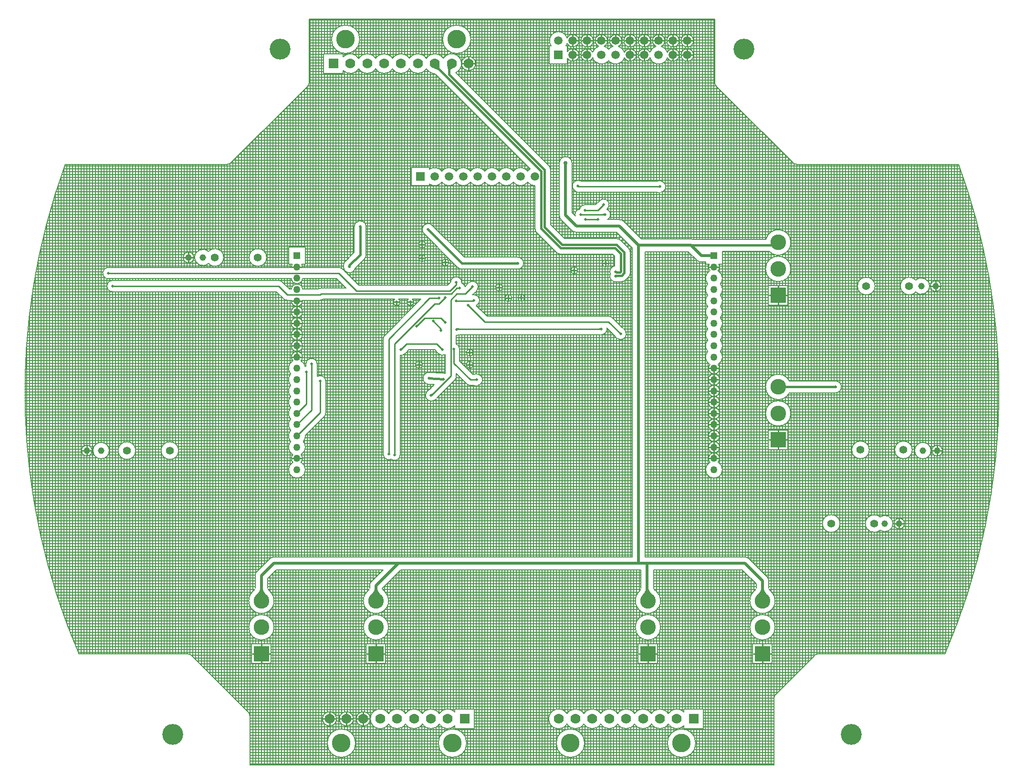
<source format=gbl>
G04*
G04 #@! TF.GenerationSoftware,Altium Limited,Altium Designer,19.1.5 (86)*
G04*
G04 Layer_Physical_Order=2*
G04 Layer_Color=16711680*
%FSLAX25Y25*%
%MOIN*%
G70*
G01*
G75*
%ADD10C,0.01000*%
%ADD18C,0.02000*%
%ADD19C,0.00800*%
%ADD47C,0.01500*%
%ADD51C,0.05000*%
%ADD52R,0.05000X0.05000*%
%ADD53C,0.04600*%
%ADD54R,0.07000X0.07000*%
%ADD55C,0.07000*%
%ADD56C,0.13000*%
%ADD57C,0.14600*%
%ADD58R,0.05906X0.05906*%
%ADD59C,0.05906*%
%ADD60C,0.05512*%
%ADD61R,0.10925X0.10925*%
%ADD62C,0.10925*%
%ADD63C,0.02000*%
%ADD64C,0.03000*%
G36*
X211419Y492774D02*
X211364Y492381D01*
X211340Y492010D01*
X211347Y491661D01*
X211385Y491334D01*
X211454Y491028D01*
X211554Y490743D01*
X211685Y490481D01*
X211847Y490240D01*
X212040Y490021D01*
X210731Y489208D01*
X210551Y489369D01*
X210335Y489524D01*
X210085Y489674D01*
X209800Y489819D01*
X209480Y489959D01*
X208735Y490223D01*
X208310Y490347D01*
X207356Y490580D01*
X211505Y493188D01*
X211419Y492774D01*
D02*
G37*
G36*
X220601Y490571D02*
X220249Y490483D01*
X219935Y490371D01*
X219657Y490234D01*
X219416Y490073D01*
X219213Y489888D01*
X219046Y489678D01*
X218917Y489443D01*
X218824Y489185D01*
X218769Y488902D01*
X218750Y488594D01*
X217250Y489614D01*
X217243Y489825D01*
X217222Y490065D01*
X217137Y490631D01*
X216995Y491311D01*
X216542Y493015D01*
X220601Y490571D01*
D02*
G37*
G36*
X300540Y423411D02*
X300532Y423375D01*
X300524Y423323D01*
X300513Y423168D01*
X300500Y422653D01*
X300500Y422482D01*
X298500D01*
X298450Y423429D01*
X300550D01*
X300540Y423411D01*
D02*
G37*
G36*
X308986Y408702D02*
X309014Y408660D01*
X309052Y408622D01*
X309100Y408590D01*
X309158Y408562D01*
X309227Y408540D01*
X309305Y408522D01*
X309393Y408510D01*
X309492Y408502D01*
X309600Y408500D01*
X309466Y407500D01*
X308312Y407550D01*
X308968Y408749D01*
X308986Y408702D01*
D02*
G37*
G36*
X364786Y407300D02*
X364743Y407338D01*
X364693Y407372D01*
X364636Y407402D01*
X364571Y407428D01*
X364500Y407450D01*
X364421Y407468D01*
X364335Y407482D01*
X364242Y407492D01*
X364034Y407500D01*
Y408500D01*
X364142Y408502D01*
X364335Y408518D01*
X364421Y408532D01*
X364500Y408550D01*
X364571Y408572D01*
X364636Y408598D01*
X364693Y408628D01*
X364743Y408662D01*
X364786Y408700D01*
Y407300D01*
D02*
G37*
G36*
X326286Y387800D02*
X326243Y387838D01*
X326193Y387872D01*
X326136Y387902D01*
X326072Y387928D01*
X326000Y387950D01*
X325921Y387968D01*
X325835Y387982D01*
X325742Y387992D01*
X325534Y388000D01*
Y389000D01*
X325642Y389002D01*
X325835Y389018D01*
X325921Y389032D01*
X326000Y389050D01*
X326072Y389072D01*
X326136Y389098D01*
X326193Y389128D01*
X326243Y389162D01*
X326286Y389200D01*
Y387800D01*
D02*
G37*
G36*
X234490Y337000D02*
X234433Y336997D01*
X234373Y336985D01*
X234312Y336966D01*
X234248Y336939D01*
X234182Y336904D01*
X234113Y336861D01*
X234043Y336810D01*
X233970Y336751D01*
X233817Y336610D01*
X233110Y337317D01*
X233185Y337394D01*
X233310Y337543D01*
X233361Y337613D01*
X233404Y337682D01*
X233439Y337748D01*
X233466Y337812D01*
X233485Y337874D01*
X233497Y337933D01*
X233500Y337990D01*
X234490Y337000D01*
D02*
G37*
G36*
X213091Y308306D02*
X211800Y308214D01*
X211823Y308244D01*
X211834Y308280D01*
X211835Y308321D01*
X211824Y308368D01*
X211803Y308420D01*
X211771Y308478D01*
X211727Y308541D01*
X211672Y308609D01*
X211607Y308683D01*
X211530Y308763D01*
X212429Y309278D01*
X213091Y308306D01*
D02*
G37*
G36*
X323786Y307800D02*
X323743Y307838D01*
X323693Y307872D01*
X323636Y307902D01*
X323571Y307928D01*
X323500Y307950D01*
X323421Y307968D01*
X323335Y307982D01*
X323242Y307992D01*
X323034Y308000D01*
Y309000D01*
X323142Y309002D01*
X323335Y309018D01*
X323421Y309032D01*
X323500Y309050D01*
X323571Y309072D01*
X323636Y309098D01*
X323693Y309128D01*
X323743Y309162D01*
X323786Y309200D01*
Y307800D01*
D02*
G37*
G36*
X225100Y308000D02*
X224992Y307997D01*
X224893Y307990D01*
X224805Y307978D01*
X224727Y307960D01*
X224658Y307938D01*
X224600Y307910D01*
X224552Y307878D01*
X224514Y307840D01*
X224486Y307798D01*
X224468Y307751D01*
X223812Y308950D01*
X224966Y309000D01*
X225100Y308000D01*
D02*
G37*
G36*
X337394Y306315D02*
X337543Y306190D01*
X337613Y306139D01*
X337682Y306096D01*
X337748Y306061D01*
X337812Y306034D01*
X337874Y306015D01*
X337933Y306003D01*
X337990Y306000D01*
X337000Y305010D01*
X336997Y305067D01*
X336985Y305127D01*
X336966Y305188D01*
X336939Y305252D01*
X336904Y305318D01*
X336861Y305387D01*
X336810Y305457D01*
X336751Y305530D01*
X336610Y305683D01*
X337317Y306390D01*
X337394Y306315D01*
D02*
G37*
G36*
X236786Y272300D02*
X236743Y272338D01*
X236693Y272372D01*
X236636Y272402D01*
X236572Y272428D01*
X236500Y272450D01*
X236421Y272468D01*
X236335Y272482D01*
X236242Y272492D01*
X236034Y272500D01*
Y273500D01*
X236142Y273502D01*
X236335Y273518D01*
X236421Y273532D01*
X236500Y273550D01*
X236572Y273572D01*
X236636Y273598D01*
X236693Y273628D01*
X236743Y273662D01*
X236786Y273700D01*
Y272300D01*
D02*
G37*
G36*
X206910Y262592D02*
X206835Y262514D01*
X206708Y262367D01*
X206655Y262297D01*
X206610Y262230D01*
X206572Y262165D01*
X206542Y262103D01*
X206520Y262043D01*
X206505Y261986D01*
X206498Y261931D01*
X205589Y262996D01*
X205647Y262995D01*
X205707Y263003D01*
X205770Y263018D01*
X205835Y263043D01*
X205901Y263075D01*
X205970Y263116D01*
X206042Y263165D01*
X206115Y263223D01*
X206190Y263289D01*
X206268Y263364D01*
X206910Y262592D01*
D02*
G37*
G36*
X438028Y126752D02*
X438113Y126333D01*
X438254Y125898D01*
X438452Y125446D01*
X438706Y124980D01*
X439017Y124497D01*
X439384Y123999D01*
X439807Y123485D01*
X440824Y122409D01*
X433176D01*
X433713Y122955D01*
X434616Y123999D01*
X434983Y124497D01*
X435294Y124980D01*
X435548Y125446D01*
X435746Y125898D01*
X435887Y126333D01*
X435972Y126752D01*
X436000Y127156D01*
X438000D01*
X438028Y126752D01*
D02*
G37*
G36*
X168028Y126752D02*
X168113Y126332D01*
X168254Y125897D01*
X168452Y125446D01*
X168706Y124979D01*
X169017Y124497D01*
X169384Y123999D01*
X169807Y123485D01*
X170824Y122409D01*
X163176D01*
X163713Y122955D01*
X164616Y123999D01*
X164983Y124497D01*
X165294Y124979D01*
X165548Y125446D01*
X165746Y125897D01*
X165887Y126332D01*
X165972Y126752D01*
X166000Y127156D01*
X168000D01*
X168028Y126752D01*
D02*
G37*
G36*
X88028D02*
X88113Y126332D01*
X88254Y125897D01*
X88452Y125446D01*
X88706Y124979D01*
X89017Y124497D01*
X89384Y123999D01*
X89807Y123485D01*
X90824Y122409D01*
X83176D01*
X83713Y122955D01*
X84616Y123999D01*
X84983Y124497D01*
X85294Y124979D01*
X85548Y125446D01*
X85746Y125897D01*
X85887Y126332D01*
X85972Y126752D01*
X86000Y127156D01*
X88000D01*
X88028Y126752D01*
D02*
G37*
G36*
X357529Y126806D02*
X357618Y126381D01*
X357766Y125949D01*
X357972Y125510D01*
X358238Y125065D01*
X358562Y124614D01*
X358946Y124156D01*
X359388Y123691D01*
X359890Y123220D01*
X360451Y122742D01*
X352835Y122043D01*
X353342Y122658D01*
X354541Y124349D01*
X354834Y124861D01*
X355074Y125348D01*
X355260Y125809D01*
X355393Y126244D01*
X355473Y126654D01*
X355500Y127038D01*
X357500Y127225D01*
X357529Y126806D01*
D02*
G37*
D10*
X384500Y510000D02*
Y513953D01*
Y510000D02*
X388453D01*
X380547D02*
X384500D01*
Y506047D02*
Y510000D01*
Y500000D02*
Y503953D01*
X380547Y500000D02*
X384500D01*
X388453D01*
X384500Y496047D02*
Y500000D01*
X374500Y510000D02*
Y513953D01*
Y510000D02*
X378453D01*
X370547D02*
X374500D01*
Y506047D02*
Y510000D01*
Y500000D02*
X378453D01*
X374500Y496047D02*
Y500000D01*
Y503953D01*
X364500Y510000D02*
Y513953D01*
Y510000D02*
X368453D01*
X354500D02*
X358453D01*
X360547D02*
X364500D01*
X354500D02*
Y513953D01*
X350547Y510000D02*
X354500D01*
Y506047D02*
Y510000D01*
X344500D02*
X348453D01*
X354500Y500000D02*
Y503953D01*
X350547Y500000D02*
X354500D01*
Y496047D02*
Y500000D01*
X344500D02*
X348453D01*
X558000Y338500D02*
X561300D01*
X558000D02*
Y341800D01*
X554700Y338500D02*
X558000D01*
Y335200D02*
Y338500D01*
X448000Y332000D02*
Y338462D01*
Y325537D02*
Y332000D01*
X441537D02*
X448000D01*
X454463D01*
X403139Y351862D02*
X406639D01*
X399639D02*
X403139D01*
X344500Y510000D02*
Y513953D01*
X334500Y510000D02*
Y513953D01*
X340547Y510000D02*
X344500D01*
X334500D02*
X338453D01*
X344500Y506047D02*
Y510000D01*
X330547D02*
X334500D01*
X324500D02*
X328453D01*
X324500D02*
Y513953D01*
X314500Y510000D02*
Y513953D01*
X304500Y510000D02*
Y513953D01*
X320547Y510000D02*
X324500D01*
X314500D02*
X318453D01*
X314500Y506047D02*
Y510000D01*
X310547D02*
X314500D01*
X304500D02*
X308453D01*
X304500Y506047D02*
Y510000D01*
X344500Y500000D02*
Y503953D01*
Y496047D02*
Y500000D01*
X314500D02*
Y503953D01*
X310547Y500000D02*
X314500D01*
Y496047D02*
Y500000D01*
X304500D02*
X308453D01*
X304500D02*
Y503953D01*
Y496047D02*
Y500000D01*
X327378Y354500D02*
Y356500D01*
X325377Y354500D02*
X327378D01*
Y352500D02*
Y354500D01*
X329378D01*
X305505Y349500D02*
Y351500D01*
Y349500D02*
X307505D01*
X303505D02*
X305505D01*
Y347500D02*
Y349500D01*
X268500Y328370D02*
Y330370D01*
X270500D01*
X268500D02*
Y332370D01*
X266500Y330370D02*
X268500D01*
X253000Y337500D02*
Y339500D01*
X251000Y337500D02*
X253000D01*
X259500Y330185D02*
Y332185D01*
Y330185D02*
X261500D01*
X259500Y328185D02*
Y330185D01*
X257500D02*
X259500D01*
X253000Y335500D02*
Y337500D01*
X255000D01*
X555700Y223500D02*
X559000D01*
Y226800D01*
Y223500D02*
X562300D01*
X559000Y220200D02*
Y223500D01*
X448000Y231000D02*
X454463D01*
X448000D02*
Y237462D01*
X441537Y231000D02*
X448000D01*
Y224537D02*
Y231000D01*
X532500Y172500D02*
X535800D01*
X529200D02*
X532500D01*
Y175800D01*
Y169200D02*
Y172500D01*
X437000Y81500D02*
Y87963D01*
Y75037D02*
Y81500D01*
X443463D01*
X430537D02*
X437000D01*
X403139Y280996D02*
X406639D01*
X403139Y273122D02*
X406639D01*
X403139Y257374D02*
X406639D01*
X403139Y265248D02*
X406639D01*
X403139Y249500D02*
X406639D01*
X403139Y241626D02*
X406639D01*
X403139Y277496D02*
Y280996D01*
Y273122D02*
Y276622D01*
Y269622D02*
Y273122D01*
Y265248D02*
Y268748D01*
Y261748D02*
Y265248D01*
X399639Y280996D02*
X403139D01*
X399639Y273122D02*
X403139D01*
X399639Y265248D02*
X403139D01*
Y257374D02*
Y260874D01*
Y253874D02*
Y257374D01*
Y249500D02*
Y253000D01*
Y238126D02*
Y241626D01*
Y233752D02*
Y237252D01*
Y246000D02*
Y249500D01*
Y241626D02*
Y245126D01*
X399639Y257374D02*
X403139D01*
X399639Y249500D02*
X403139D01*
X399639Y241626D02*
X403139D01*
X399639Y233752D02*
X403139D01*
X406639D01*
X403139Y225878D02*
X406639D01*
X403139D02*
Y229378D01*
Y222378D02*
Y225878D01*
Y218004D02*
X406639D01*
X403139D02*
Y221504D01*
X399639Y218004D02*
X403139D01*
Y230252D02*
Y233752D01*
X399639Y225878D02*
X403139D01*
X357000Y81500D02*
X363463D01*
X357000D02*
Y87963D01*
Y75037D02*
Y81500D01*
X350537D02*
X357000D01*
X231700Y494000D02*
Y498500D01*
Y489500D02*
Y494000D01*
X236200D01*
X227200D02*
X231700D01*
X215500Y355000D02*
Y357000D01*
Y355000D02*
X217500D01*
X213500D02*
X215500D01*
Y353000D02*
Y355000D01*
X232500Y292000D02*
Y294000D01*
Y292000D02*
X234500D01*
X230500D02*
X232500D01*
Y290000D02*
Y292000D01*
X199185Y367500D02*
Y369500D01*
X197185Y367500D02*
X199185D01*
X201185D01*
X199185Y365500D02*
Y367500D01*
Y358000D02*
X201185D01*
X199185D02*
Y360000D01*
Y356000D02*
Y358000D01*
X197185D02*
X199185D01*
X191000Y327315D02*
X193000D01*
X189000D02*
X191000D01*
Y325315D02*
Y327315D01*
X179500D02*
X181500D01*
X183500D01*
X181500Y325315D02*
Y327315D01*
X36059Y358500D02*
X39359D01*
X36059D02*
Y361800D01*
Y355200D02*
Y358500D01*
X32759D02*
X36059D01*
X111800Y351862D02*
X115300D01*
X108300D02*
X111800D01*
Y328240D02*
X115300D01*
X111800Y320366D02*
X115300D01*
X111800Y312492D02*
X115300D01*
X111800Y304618D02*
X115300D01*
X111800Y296744D02*
X115300D01*
X111800Y288870D02*
X115300D01*
X111800Y324740D02*
Y328240D01*
Y320366D02*
Y323866D01*
Y316866D02*
Y320366D01*
Y312492D02*
Y315992D01*
Y308992D02*
Y312492D01*
X108300Y328240D02*
X111800D01*
X108300Y320366D02*
X111800D01*
X108300Y312492D02*
X111800D01*
Y304618D02*
Y308118D01*
Y301118D02*
Y304618D01*
Y296744D02*
Y300244D01*
X108300Y304618D02*
X111800D01*
X108300Y296744D02*
X111800D01*
Y293244D02*
Y296744D01*
Y288870D02*
Y292370D01*
X108300Y288870D02*
X111800D01*
X230500Y283500D02*
X232500D01*
X234500D01*
X232500D02*
Y285500D01*
Y281500D02*
Y283500D01*
X197000D02*
X199000D01*
X197000D02*
Y285500D01*
X195000Y283500D02*
X197000D01*
Y281500D02*
Y283500D01*
X167000Y81500D02*
X173463D01*
X167000D02*
Y87963D01*
X160537Y81500D02*
X167000D01*
Y75037D02*
Y81500D01*
X158150Y36000D02*
X162650D01*
X111800Y218004D02*
X115300D01*
X108300D02*
X111800D01*
X-35000Y223500D02*
Y226800D01*
X-38300Y223500D02*
X-35000D01*
X-31700D01*
X-35000Y220200D02*
Y223500D01*
X141850Y36000D02*
X146350D01*
X158150D02*
Y40500D01*
X153650Y36000D02*
X158150D01*
X146350D02*
Y40500D01*
X158150Y31500D02*
Y36000D01*
X146350D02*
X150850D01*
X134550D02*
X139050D01*
X146350Y31500D02*
Y36000D01*
X134550D02*
Y40500D01*
Y31500D02*
Y36000D01*
X130050D02*
X134550D01*
X87000Y81500D02*
Y87963D01*
Y81500D02*
X93463D01*
X80537D02*
X87000D01*
Y75037D02*
Y81500D01*
X128000Y249952D02*
Y272000D01*
X111800Y233752D02*
X128000Y249952D01*
X111800Y241626D02*
X122000Y251826D01*
Y284000D01*
X207889Y326000D02*
X210869D01*
X180000Y298111D02*
X207889Y326000D01*
X180000Y220500D02*
Y298111D01*
X201200Y316200D02*
X212300D01*
X111800Y249500D02*
X118500Y256200D01*
Y278500D01*
X128014Y332514D02*
X128700Y333200D01*
X99000Y338500D02*
X104986Y332514D01*
X-17000Y338500D02*
X99000D01*
X104986Y332514D02*
X128014D01*
X140912Y347588D02*
X153400Y335100D01*
X-19912Y347588D02*
X140912D01*
X-20000Y347500D02*
X-19912Y347588D01*
X322000Y391500D02*
X326000Y395500D01*
X313000Y391500D02*
X322000D01*
X310000Y388500D02*
X327000D01*
X329500Y313500D02*
X338000Y305000D01*
X243000Y313500D02*
X329500D01*
X231445Y325055D02*
X243000Y313500D01*
X176000Y301500D02*
X204500Y330000D01*
X176000Y221000D02*
Y301500D01*
X223000Y328000D02*
X234729D01*
X207000Y314000D02*
X212500Y308500D01*
X210869Y326000D02*
X215369Y330500D01*
X204500Y330000D02*
X211000D01*
X128700Y333200D02*
X219700D01*
X223500Y337000D01*
X153400Y335100D02*
X218600D01*
X223000Y339500D01*
Y341000D01*
X195500Y310500D02*
X201200Y316200D01*
X313500Y385000D02*
X322000D01*
X223500Y333000D02*
X229500D01*
X219300Y328800D02*
X223500Y333000D01*
X219300Y275689D02*
Y328800D01*
X212500Y307500D02*
Y308500D01*
X229500Y333000D02*
X234500Y338000D01*
X223500Y337000D02*
X225500D01*
X188500Y298000D02*
X209500D01*
X213500Y294000D01*
X221500Y284500D02*
Y294500D01*
X233000Y273000D02*
X237500D01*
X221500Y284500D02*
X233000Y273000D01*
X215500Y330500D02*
X215625Y330375D01*
X184500Y294000D02*
X188500Y298000D01*
X205611Y262000D02*
X219300Y275689D01*
X205500Y262000D02*
X205611D01*
X212300Y316200D02*
X215500Y313000D01*
X215369Y330500D02*
X215500D01*
X224000Y308500D02*
X324500D01*
X223500Y308000D02*
X224000Y308500D01*
X235229Y328500D02*
X235500D01*
X234729Y328000D02*
X235229Y328500D01*
X308000Y408500D02*
X308271D01*
X308771Y408000D01*
X365500D01*
D18*
X350500Y144672D02*
X356500D01*
X182672D02*
X350500D01*
X350508Y144680D01*
Y367000D01*
X387000D01*
X394264Y359736D01*
X403139D01*
X437000Y118508D02*
Y132343D01*
X424672Y144672D02*
X437000Y132343D01*
X356500Y144672D02*
X424672D01*
X356500Y119008D02*
Y144672D01*
Y119008D02*
X357000Y118508D01*
X95672Y144672D02*
X182672D01*
X167000Y129000D02*
X182672Y144672D01*
X167000Y118508D02*
Y129000D01*
X87000Y118508D02*
Y136000D01*
X95672Y144672D01*
X336908Y380600D02*
X350508Y367000D01*
X306900Y380600D02*
X336908D01*
X299500Y388000D02*
X306900Y380600D01*
X299500Y388000D02*
Y424500D01*
D19*
X388853Y510000D02*
G03*
X388853Y510000I-4353J0D01*
G01*
Y500000D02*
G03*
X388853Y500000I-4353J0D01*
G01*
X458242Y424742D02*
G03*
X461000Y423600I2758J2758D01*
G01*
X403600Y481000D02*
G03*
X404742Y478242I3900J0D01*
G01*
X403600Y481000D02*
G03*
X404742Y478242I3900J0D01*
G01*
X458242Y424742D02*
G03*
X461000Y423600I2758J2758D01*
G01*
X378853Y510000D02*
G03*
X378853Y510000I-4353J0D01*
G01*
Y500000D02*
G03*
X370571Y501872I-4353J0D01*
G01*
Y498128D02*
G03*
X378853Y500000I3929J1872D01*
G01*
X368853Y510000D02*
G03*
X362628Y506071I-4353J0D01*
G01*
X358853Y510000D02*
G03*
X358853Y510000I-4353J0D01*
G01*
X366372Y506071D02*
G03*
X368853Y510000I-1872J3929D01*
G01*
X370571Y501872D02*
G03*
X366372Y506071I-6071J-1872D01*
G01*
X362628D02*
G03*
X358429Y501872I1872J-6071D01*
G01*
X348853Y510000D02*
G03*
X348853Y510000I-4353J0D01*
G01*
Y500000D02*
G03*
X340571Y501872I-4353J0D01*
G01*
X358429Y498128D02*
G03*
X370571Y498128I6071J1872D01*
G01*
X358429Y501872D02*
G03*
X358429Y498128I-3929J-1872D01*
G01*
X340571D02*
G03*
X348853Y500000I3929J1872D01*
G01*
X369400Y408000D02*
G03*
X366064Y411859I-3900J0D01*
G01*
Y404141D02*
G03*
X369400Y408000I-564J3859D01*
G01*
X456863Y369008D02*
G03*
X439400Y371150I-8863J0D01*
G01*
X441626Y362850D02*
G03*
X456863Y369008I6374J6158D01*
G01*
Y350504D02*
G03*
X456863Y350504I-8863J0D01*
G01*
X407533Y340051D02*
G03*
X409039Y343988I-4394J3937D01*
G01*
X561700Y338500D02*
G03*
X561700Y338500I-3700J0D01*
G01*
X553700D02*
G03*
X544068Y342627I-5700J0D01*
G01*
Y334373D02*
G03*
X553700Y338500I3932J4127D01*
G01*
X544068Y342627D02*
G03*
X544068Y334373I-4568J-4127D01*
G01*
X515656Y338500D02*
G03*
X515656Y338500I-6156J0D01*
G01*
X409039Y336114D02*
G03*
X407533Y340051I-5900J0D01*
G01*
Y332177D02*
G03*
X409039Y336114I-4394J3937D01*
G01*
Y328240D02*
G03*
X407533Y332177I-5900J0D01*
G01*
X407533Y324303D02*
G03*
X409039Y328240I-4394J3937D01*
G01*
Y320366D02*
G03*
X407533Y324303I-5900J0D01*
G01*
X407533Y316429D02*
G03*
X409039Y320366I-4394J3937D01*
G01*
X407533Y308555D02*
G03*
X409039Y312492I-4394J3937D01*
G01*
Y304618D02*
G03*
X407533Y308555I-5900J0D01*
G01*
X409039Y312492D02*
G03*
X407533Y316429I-5900J0D01*
G01*
X391152Y356625D02*
G03*
X394264Y355336I3111J3111D01*
G01*
X391152Y356625D02*
G03*
X394264Y355336I3111J3111D01*
G01*
X388462Y371150D02*
G03*
X387000Y371400I-1462J-4150D01*
G01*
X388462Y371150D02*
G03*
X387000Y371400I-1462J-4150D01*
G01*
X344650Y362035D02*
G03*
X343435Y364970I-4150J0D01*
G01*
X344650Y362035D02*
G03*
X343430Y364974I-4150J0D01*
G01*
X407039Y351862D02*
G03*
X406502Y353836I-3900J0D01*
G01*
X409039Y343988D02*
G03*
X405960Y349170I-5900J0D01*
G01*
D02*
G03*
X407039Y351862I-2822J2692D01*
G01*
X399775Y353836D02*
G03*
X400317Y349170I3364J-1974D01*
G01*
D02*
G03*
X398744Y340051I2822J-5182D01*
G01*
D02*
G03*
X398744Y332177I4394J-3937D01*
G01*
Y332177D02*
G03*
X398744Y324303I4394J-3937D01*
G01*
D02*
G03*
X398744Y316429I4394J-3937D01*
G01*
Y316429D02*
G03*
X398744Y308555I4394J-3937D01*
G01*
X338853Y510000D02*
G03*
X332628Y506071I-4353J0D01*
G01*
X328853Y510000D02*
G03*
X322628Y506071I-4353J0D01*
G01*
X336372D02*
G03*
X338853Y510000I-1872J3929D01*
G01*
X326372Y506071D02*
G03*
X328853Y510000I-1872J3929D01*
G01*
X318853D02*
G03*
X318853Y510000I-4353J0D01*
G01*
X340571Y501872D02*
G03*
X336372Y506071I-6071J-1872D01*
G01*
X329500Y496081D02*
G03*
X340571Y498128I5000J3919D01*
G01*
X329500Y503919D02*
G03*
X326372Y506071I-5000J-3919D01*
G01*
X332628D02*
G03*
X329500Y503919I1872J-6071D01*
G01*
X322628Y506071D02*
G03*
X318429Y501872I1872J-6071D01*
G01*
Y498128D02*
G03*
X329500Y496081I6071J1872D01*
G01*
X318429Y501872D02*
G03*
X318429Y498128I-3929J-1872D01*
G01*
X309997Y411997D02*
G03*
X308271Y412400I-1727J-3497D01*
G01*
X309997Y411997D02*
G03*
X308271Y412400I-1727J-3497D01*
G01*
X308000D02*
G03*
X305702Y405349I0J-3900D01*
G01*
X300571Y508128D02*
G03*
X308853Y510000I3929J1872D01*
G01*
Y500000D02*
G03*
X300853Y502376I-4353J0D01*
G01*
Y497624D02*
G03*
X308853Y500000I3647J2376D01*
G01*
Y510000D02*
G03*
X300571Y511872I-4353J0D01*
G01*
D02*
G03*
X289299Y506353I-6071J-1872D01*
G01*
X299701D02*
G03*
X300571Y508128I-5201J3647D01*
G01*
X303900Y424500D02*
G03*
X295100Y424500I-4400J0D01*
G01*
X288953Y419733D02*
G03*
X287733Y422672I-4150J0D01*
G01*
X288953Y419733D02*
G03*
X287737Y422667I-4150J0D01*
G01*
X274702Y420429D02*
G03*
X273000Y418919I3298J-5429D01*
G01*
D02*
G03*
X263000Y418919I-5000J-3919D01*
G01*
X273000Y411081D02*
G03*
X278153Y408649I5000J3919D01*
G01*
X263000Y411081D02*
G03*
X273000Y411081I5000J3919D01*
G01*
X263000Y418919D02*
G03*
X253000Y418919I-5000J-3919D01*
G01*
Y411081D02*
G03*
X263000Y411081I5000J3919D01*
G01*
X340019Y383711D02*
G03*
X336908Y385000I-3111J-3111D01*
G01*
X340019Y383711D02*
G03*
X336908Y385000I-3111J-3111D01*
G01*
X329900Y395500D02*
G03*
X323242Y398258I-3900J0D01*
G01*
X328758Y392742D02*
G03*
X329900Y395500I-2758J2758D01*
G01*
X330900Y388500D02*
G03*
X328220Y392204I-3900J0D01*
G01*
X328720Y385000D02*
G03*
X330900Y388500I-1720J3500D01*
G01*
X337974Y370430D02*
G03*
X335035Y371650I-2939J-2930D01*
G01*
X337970Y370434D02*
G03*
X335035Y371650I-2935J-2935D01*
G01*
X313000Y395400D02*
G03*
X309186Y392314I0J-3900D01*
G01*
X343435Y344780D02*
G03*
X344650Y347714I-2935J2935D01*
G01*
X343430Y344776D02*
G03*
X344650Y347714I-2930J2939D01*
G01*
X338535Y341600D02*
G03*
X341470Y342815I0J4150D01*
G01*
X338535Y341600D02*
G03*
X341474Y342820I0J4150D01*
G01*
X330631Y347000D02*
G03*
X335919Y341600I3869J-1500D01*
G01*
X333850Y352599D02*
G03*
X330631Y347000I650J-4099D01*
G01*
X341900Y305000D02*
G03*
X341128Y307330I-3900J0D01*
G01*
X332258Y316258D02*
G03*
X329500Y317400I-2758J-2758D01*
G01*
X332258Y316258D02*
G03*
X329500Y317400I-2758J-2758D01*
G01*
X329778Y354500D02*
G03*
X329778Y354500I-2400J0D01*
G01*
X328400Y308500D02*
G03*
X328348Y309137I-3900J0D01*
G01*
X325064Y304641D02*
G03*
X328400Y308500I-564J3859D01*
G01*
X309186Y392314D02*
G03*
X306233Y387489I814J-3814D01*
G01*
X303789Y377489D02*
G03*
X306900Y376200I3111J3111D01*
G01*
X303789Y377489D02*
G03*
X306900Y376200I3111J3111D01*
G01*
X295100Y388000D02*
G03*
X296389Y384889I4400J0D01*
G01*
X295100Y388000D02*
G03*
X296389Y384889I4400J0D01*
G01*
X293026Y362070D02*
G03*
X295965Y360850I2939J2930D01*
G01*
X293030Y362066D02*
G03*
X295965Y360850I2935J2935D01*
G01*
X278153Y378662D02*
G03*
X279368Y375727I4150J0D01*
G01*
X278153Y378662D02*
G03*
X279373Y375723I4150J0D01*
G01*
X270150Y354500D02*
G03*
X266000Y358650I-4150J0D01*
G01*
X307905Y349500D02*
G03*
X307905Y349500I-2400J0D01*
G01*
X266000Y350350D02*
G03*
X270150Y354500I0J4150D01*
G01*
X270900Y330370D02*
G03*
X270900Y330370I-2400J0D01*
G01*
X255400Y337500D02*
G03*
X255400Y337500I-2400J0D01*
G01*
X261900Y330185D02*
G03*
X261900Y330185I-2400J0D01*
G01*
X602200Y264500D02*
G03*
X574012Y423600I-463100J0D01*
G01*
X488000Y263858D02*
G03*
X492150Y268008I0J4150D01*
G01*
D02*
G03*
X488000Y272158I-4150J0D01*
G01*
X564466Y81400D02*
G03*
X602200Y264500I-425366J183100D01*
G01*
X562700Y223500D02*
G03*
X562700Y223500I-3700J0D01*
G01*
X541656Y224000D02*
G03*
X541656Y224000I-6156J0D01*
G01*
X554700Y223500D02*
G03*
X554700Y223500I-5700J0D01*
G01*
X511656Y224000D02*
G03*
X511656Y224000I-6156J0D01*
G01*
X455831Y272158D02*
G03*
X455831Y263858I-7831J-4150D01*
G01*
X456863Y249504D02*
G03*
X456863Y249504I-8863J0D01*
G01*
X536200Y172500D02*
G03*
X536200Y172500I-3700J0D01*
G01*
X528200D02*
G03*
X519110Y177083I-5700J0D01*
G01*
Y167917D02*
G03*
X528200Y172500I3390J4583D01*
G01*
X519110Y177083D02*
G03*
X519110Y167917I-4110J-4583D01*
G01*
X491156Y172500D02*
G03*
X491156Y172500I-6156J0D01*
G01*
X445863Y118508D02*
G03*
X443430Y124607I-8863J0D01*
G01*
X441400Y132343D02*
G03*
X440111Y135454I-4400J0D01*
G01*
X441400Y132343D02*
G03*
X440111Y135454I-4400J0D01*
G01*
X476000Y81400D02*
G03*
X473242Y80258I0J-3900D01*
G01*
X476000Y81400D02*
G03*
X473242Y80258I0J-3900D01*
G01*
X446242Y53258D02*
G03*
X445100Y50500I2758J-2758D01*
G01*
X446242Y53258D02*
G03*
X445100Y50500I2758J-2758D01*
G01*
X427783Y147783D02*
G03*
X424672Y149072I-3111J-3111D01*
G01*
X427783Y147783D02*
G03*
X424672Y149072I-3111J-3111D01*
G01*
X430596Y124635D02*
G03*
X445863Y118508I6404J-6126D01*
G01*
Y100004D02*
G03*
X445863Y100004I-8863J0D01*
G01*
X407533Y300681D02*
G03*
X409039Y304618I-4394J3937D01*
G01*
Y296744D02*
G03*
X407533Y300681I-5900J0D01*
G01*
Y292807D02*
G03*
X409039Y296744I-4394J3937D01*
G01*
Y288870D02*
G03*
X407533Y292807I-5900J0D01*
G01*
X405960Y283688D02*
G03*
X409039Y288870I-2822J5182D01*
G01*
X407039Y280996D02*
G03*
X405960Y283688I-3900J0D01*
G01*
X400317D02*
G03*
X407039Y280996I2822J-2692D01*
G01*
Y273122D02*
G03*
X407039Y273122I-3900J0D01*
G01*
Y265248D02*
G03*
X407039Y265248I-3900J0D01*
G01*
Y257374D02*
G03*
X407039Y257374I-3900J0D01*
G01*
Y249500D02*
G03*
X407039Y249500I-3900J0D01*
G01*
Y241626D02*
G03*
X407039Y241626I-3900J0D01*
G01*
X398744Y292807D02*
G03*
X400317Y283688I4394J-3937D01*
G01*
X398744Y308555D02*
G03*
X398744Y300681I4394J-3937D01*
G01*
D02*
G03*
X398744Y292807I4394J-3937D01*
G01*
X407039Y233752D02*
G03*
X407039Y233752I-3900J0D01*
G01*
Y225878D02*
G03*
X407039Y225878I-3900J0D01*
G01*
X405960Y215312D02*
G03*
X407039Y218004I-2822J2692D01*
G01*
X409039Y210130D02*
G03*
X405960Y215312I-5900J0D01*
G01*
X407039Y218004D02*
G03*
X400317Y215312I-3900J0D01*
G01*
D02*
G03*
X409039Y210130I2822J-5182D01*
G01*
X335670Y301872D02*
G03*
X341900Y305000I2330J3128D01*
G01*
X365863Y118508D02*
G03*
X362821Y125190I-8863J0D01*
G01*
X350066Y124028D02*
G03*
X365863Y118508I6934J-5520D01*
G01*
Y100004D02*
G03*
X365863Y100004I-8863J0D01*
G01*
X382050Y40858D02*
G03*
X371250Y39578I-4900J-4858D01*
G01*
Y32422D02*
G03*
X382050Y31142I5900J3578D01*
G01*
X390350Y19000D02*
G03*
X390350Y19000I-9900J0D01*
G01*
X371250Y39578D02*
G03*
X359450Y39578I-5900J-3578D01*
G01*
Y32422D02*
G03*
X371250Y32422I5900J3578D01*
G01*
X359450Y39578D02*
G03*
X347650Y39578I-5900J-3578D01*
G01*
Y32422D02*
G03*
X359450Y32422I5900J3578D01*
G01*
X335850Y39578D02*
G03*
X324050Y39578I-5900J-3578D01*
G01*
X347650D02*
G03*
X335850Y39578I-5900J-3578D01*
G01*
Y32422D02*
G03*
X347650Y32422I5900J3578D01*
G01*
X324050D02*
G03*
X335850Y32422I5900J3578D01*
G01*
X324050Y39578D02*
G03*
X312250Y39578I-5900J-3578D01*
G01*
Y32422D02*
G03*
X324050Y32422I5900J3578D01*
G01*
X312250Y39578D02*
G03*
X300450Y39578I-5900J-3578D01*
G01*
Y32422D02*
G03*
X312250Y32422I5900J3578D01*
G01*
X300450Y39578D02*
G03*
X300450Y32422I-5900J-3578D01*
G01*
X312750Y19000D02*
G03*
X312750Y19000I-9900J0D01*
G01*
X233300Y511000D02*
G03*
X233300Y511000I-9900J0D01*
G01*
X236600Y494000D02*
G03*
X226800Y494000I-4900J0D01*
G01*
D02*
G03*
X236600Y494000I4900J0D01*
G01*
X226800D02*
G03*
X214000Y497578I-6900J0D01*
G01*
X222708Y487697D02*
G03*
X226800Y494000I-2808J6303D01*
G01*
X253000Y418919D02*
G03*
X243000Y418919I-5000J-3919D01*
G01*
Y411081D02*
G03*
X253000Y411081I5000J3919D01*
G01*
X243000Y418919D02*
G03*
X233000Y418919I-5000J-3919D01*
G01*
Y411081D02*
G03*
X243000Y411081I5000J3919D01*
G01*
X223000Y418919D02*
G03*
X213000Y418919I-5000J-3919D01*
G01*
X233000D02*
G03*
X223000Y418919I-5000J-3919D01*
G01*
Y411081D02*
G03*
X233000Y411081I5000J3919D01*
G01*
X213000D02*
G03*
X223000Y411081I5000J3919D01*
G01*
X214000Y497578D02*
G03*
X202200Y497578I-5900J-3578D01*
G01*
Y490422D02*
G03*
X206332Y487330I5900J3578D01*
G01*
X202200Y497578D02*
G03*
X190400Y497578I-5900J-3578D01*
G01*
Y490422D02*
G03*
X202200Y490422I5900J3578D01*
G01*
X190400Y497578D02*
G03*
X178600Y497578I-5900J-3578D01*
G01*
D02*
G03*
X166800Y497578I-5900J-3578D01*
G01*
X178600Y490422D02*
G03*
X190400Y490422I5900J3578D01*
G01*
X166800D02*
G03*
X178600Y490422I5900J3578D01*
G01*
X213000Y418919D02*
G03*
X204353Y420201I-5000J-3919D01*
G01*
Y409798D02*
G03*
X213000Y411081I3647J5201D01*
G01*
X224061Y351570D02*
G03*
X227000Y350350I2939J2930D01*
G01*
X229204Y338220D02*
G03*
X226900Y340640I-3704J-1220D01*
G01*
X217900Y355000D02*
G03*
X217900Y355000I-2400J0D01*
G01*
X224065Y351566D02*
G03*
X227000Y350350I2935J2935D01*
G01*
X226900Y341000D02*
G03*
X219102Y341117I-3900J0D01*
G01*
X238400Y338000D02*
G03*
X232170Y341128I-3900J0D01*
G01*
X237628Y335670D02*
G03*
X238400Y338000I-3128J2330D01*
G01*
X239400Y328500D02*
G03*
X235500Y332400I-3900J0D01*
G01*
X237223Y325001D02*
G03*
X239400Y328500I-1723J3499D01*
G01*
X235229Y332400D02*
G03*
X234304Y332289I0J-3900D01*
G01*
X235229Y332400D02*
G03*
X234304Y332289I0J-3900D01*
G01*
X223200Y304112D02*
G03*
X224908Y304363I300J3888D01*
G01*
X234900Y292000D02*
G03*
X234900Y292000I-2400J0D01*
G01*
X225400Y294500D02*
G03*
X223200Y298010I-3900J0D01*
G01*
X210742Y291242D02*
G03*
X215400Y290594I2758J2758D01*
G01*
X206434Y380935D02*
G03*
X200566Y375065I-2935J-2935D01*
G01*
X201585Y367500D02*
G03*
X201585Y367500I-2400J0D01*
G01*
Y358000D02*
G03*
X201585Y358000I-2400J0D01*
G01*
X193400Y327315D02*
G03*
X192349Y329300I-2400J0D01*
G01*
X189651D02*
G03*
X193400Y327315I1349J-1985D01*
G01*
X183900D02*
G03*
X182849Y329300I-2400J0D01*
G01*
X180151D02*
G03*
X183900Y327315I1349J-1985D01*
G01*
Y290146D02*
G03*
X187258Y291242I600J3854D01*
G01*
X173242Y304258D02*
G03*
X172100Y301500I2758J-2758D01*
G01*
X173242Y304258D02*
G03*
X172100Y301500I2758J-2758D01*
G01*
X155700Y511000D02*
G03*
X155700Y511000I-9900J0D01*
G01*
X166800Y497578D02*
G03*
X155000Y497578I-5900J-3578D01*
G01*
D02*
G03*
X144200Y498858I-5900J-3578D01*
G01*
Y489142D02*
G03*
X155000Y490422I4900J4858D01*
G01*
D02*
G03*
X166800Y490422I5900J3578D01*
G01*
X160200Y379950D02*
G03*
X153115Y382885I-4150J0D01*
G01*
X153066Y382835D02*
G03*
X151850Y379900I2935J-2935D01*
G01*
X160150Y379308D02*
G03*
X160200Y379950I-4100J642D01*
G01*
X158934Y357565D02*
G03*
X160150Y360500I-2935J2935D01*
G01*
X158930Y357561D02*
G03*
X160150Y360500I-2930J2939D01*
G01*
X153066Y382835D02*
G03*
X151850Y379900I2935J-2935D01*
G01*
X119258Y478242D02*
G03*
X120400Y481000I-2758J2758D01*
G01*
X145565Y355935D02*
G03*
X144350Y353000I2935J-2935D01*
G01*
X119258Y478242D02*
G03*
X120400Y481000I-2758J2758D01*
G01*
X145570Y355939D02*
G03*
X144350Y353000I2930J-2939D01*
G01*
X115700Y351862D02*
G03*
X115164Y353836I-3900J0D01*
G01*
X63000Y423600D02*
G03*
X65758Y424742I0J3900D01*
G01*
X63000Y423600D02*
G03*
X65758Y424742I0J3900D01*
G01*
X60656Y358500D02*
G03*
X49959Y362656I-6156J0D01*
G01*
X39759Y358500D02*
G03*
X39759Y358500I-3700J0D01*
G01*
X90656D02*
G03*
X90656Y358500I-6156J0D01*
G01*
X49959Y354344D02*
G03*
X60656Y358500I4541J4156D01*
G01*
X49959Y362656D02*
G03*
X49959Y354344I-3901J-4156D01*
G01*
X144350Y352000D02*
G03*
X152573Y351204I4150J0D01*
G01*
X143669Y350346D02*
G03*
X140912Y351488I-2758J-2758D01*
G01*
X143669Y350346D02*
G03*
X140912Y351488I-2758J-2758D01*
G01*
X128014Y328614D02*
G03*
X130223Y329300I0J3900D01*
G01*
X128014Y328614D02*
G03*
X130223Y329300I0J3900D01*
G01*
X115682Y351488D02*
G03*
X115700Y351862I-3882J374D01*
G01*
X107912Y343688D02*
G03*
X115688Y343688I3888J300D01*
G01*
X108437Y353836D02*
G03*
X107918Y351488I3364J-1974D01*
G01*
X128700Y337100D02*
G03*
X126491Y336414I0J-3900D01*
G01*
X128700Y337100D02*
G03*
X126491Y336414I0J-3900D01*
G01*
X115688D02*
G03*
X107912Y336414I-3888J-300D01*
G01*
X102228Y329756D02*
G03*
X104986Y328614I2758J2758D01*
G01*
X115700Y328240D02*
G03*
X115682Y328614I-3900J0D01*
G01*
X107918D02*
G03*
X115700Y328240I3882J-374D01*
G01*
Y320366D02*
G03*
X115700Y320366I-3900J0D01*
G01*
Y312492D02*
G03*
X115700Y312492I-3900J0D01*
G01*
Y304618D02*
G03*
X115700Y304618I-3900J0D01*
G01*
Y296744D02*
G03*
X115700Y296744I-3900J0D01*
G01*
Y288870D02*
G03*
X108978Y286178I-3900J0D01*
G01*
X114621D02*
G03*
X115700Y288870I-2822J2692D01*
G01*
X-19912Y351488D02*
G03*
X-22670Y350346I0J-3900D01*
G01*
X-19912Y351488D02*
G03*
X-22670Y350346I0J-3900D01*
G01*
X-22758Y350258D02*
G03*
X-19175Y343688I2758J-2758D01*
G01*
X101758Y341258D02*
G03*
X99000Y342400I-2758J-2758D01*
G01*
X101758Y341258D02*
G03*
X99000Y342400I-2758J-2758D01*
G01*
X102228Y329756D02*
G03*
X104986Y328614I2758J2758D01*
G01*
X-17000Y342400D02*
G03*
X-17000Y334600I0J-3900D01*
G01*
X234900Y283500D02*
G03*
X234900Y283500I-2400J0D01*
G01*
X241400Y273000D02*
G03*
X238064Y276859I-3900J0D01*
G01*
Y269141D02*
G03*
X241400Y273000I-564J3859D01*
G01*
X230242Y270242D02*
G03*
X233000Y269100I2758J2758D01*
G01*
X230242Y270242D02*
G03*
X233000Y269100I2758J2758D01*
G01*
X199400Y283500D02*
G03*
X199400Y283500I-2400J0D01*
G01*
X222058Y272931D02*
G03*
X223200Y275689I-2758J2758D01*
G01*
X222058Y272931D02*
G03*
X223200Y275689I-2758J2758D01*
G01*
X215400Y277407D02*
G03*
X214207Y277645I-1400J-3907D01*
G01*
X204207Y278145D02*
G03*
X203793Y269855I-207J-4145D01*
G01*
X205611Y258100D02*
G03*
X207766Y258749I0J3900D01*
G01*
X205611Y258100D02*
G03*
X207766Y258749I0J3900D01*
G01*
X202564Y264566D02*
G03*
X205500Y258100I2936J-2567D01*
G01*
X177586Y217437D02*
G03*
X183900Y220500I2414J3063D01*
G01*
X172100Y221000D02*
G03*
X177586Y217437I3900J0D01*
G01*
X222050Y40858D02*
G03*
X211250Y39578I-4900J-4858D01*
G01*
D02*
G03*
X199450Y39578I-5900J-3578D01*
G01*
D02*
G03*
X187650Y39578I-5900J-3578D01*
G01*
D02*
G03*
X175850Y39578I-5900J-3578D01*
G01*
X211250Y32422D02*
G03*
X222050Y31142I5900J3578D01*
G01*
X230350Y19000D02*
G03*
X230350Y19000I-9900J0D01*
G01*
X199450Y32422D02*
G03*
X211250Y32422I5900J3578D01*
G01*
X187650D02*
G03*
X199450Y32422I5900J3578D01*
G01*
X175850D02*
G03*
X187650Y32422I5900J3578D01*
G01*
X175863Y118508D02*
G03*
X173430Y124607I-8863J0D01*
G01*
X160596Y124634D02*
G03*
X175863Y118508I6404J-6126D01*
G01*
Y100004D02*
G03*
X175863Y100004I-8863J0D01*
G01*
X163889Y132111D02*
G03*
X162600Y129000I3111J-3111D01*
G01*
X163889Y132111D02*
G03*
X162600Y129000I3111J-3111D01*
G01*
X175850Y39578D02*
G03*
X163050Y36000I-5900J-3578D01*
G01*
D02*
G03*
X163050Y36000I-4900J0D01*
G01*
D02*
G03*
X175850Y32422I6900J0D01*
G01*
X131900Y272000D02*
G03*
X125900Y275286I-3900J0D01*
G01*
X130758Y247194D02*
G03*
X131900Y249952I-2758J2758D01*
G01*
X130758Y247194D02*
G03*
X131900Y249952I-2758J2758D01*
G01*
X125900Y284000D02*
G03*
X118100Y284000I-3900J0D01*
G01*
X117558Y282284D02*
G03*
X114621Y286178I-5758J-1288D01*
G01*
X118100Y282379D02*
G03*
X117558Y282284I400J-3879D01*
G01*
X117700Y233752D02*
G03*
X117688Y234125I-5900J0D01*
G01*
X116194Y229815D02*
G03*
X117700Y233752I-4394J3937D01*
G01*
Y225878D02*
G03*
X116194Y229815I-5900J0D01*
G01*
X114621Y220696D02*
G03*
X117700Y225878I-2822J5182D01*
G01*
X115700Y218004D02*
G03*
X114621Y220696I-3900J0D01*
G01*
X114621Y215312D02*
G03*
X115700Y218004I-2822J2692D01*
G01*
X108978Y286178D02*
G03*
X107406Y277059I2822J-5182D01*
G01*
Y269185D02*
G03*
X107406Y261311I4394J-3937D01*
G01*
Y261311D02*
G03*
X107406Y253437I4394J-3937D01*
G01*
X107406Y277059D02*
G03*
X107406Y269185I4394J-3937D01*
G01*
X107406Y253437D02*
G03*
X107406Y245563I4394J-3937D01*
G01*
Y245563D02*
G03*
X107406Y237689I4394J-3937D01*
G01*
Y229815D02*
G03*
X108978Y220696I4394J-3937D01*
G01*
D02*
G03*
X108978Y215312I2822J-2692D01*
G01*
X107406Y237689D02*
G03*
X107406Y229815I4394J-3937D01*
G01*
X29156Y223500D02*
G03*
X29156Y223500I-6156J0D01*
G01*
X-844D02*
G03*
X-844Y223500I-6156J0D01*
G01*
X-19300D02*
G03*
X-19300Y223500I-5700J0D01*
G01*
X-50012Y423600D02*
G03*
X-40466Y81400I434912J-159100D01*
G01*
X-31300Y223500D02*
G03*
X-31300Y223500I-3700J0D01*
G01*
X108978Y215312D02*
G03*
X117700Y210130I2822J-5182D01*
G01*
D02*
G03*
X114621Y215312I-5900J0D01*
G01*
X151250Y36000D02*
G03*
X151250Y36000I-4900J0D01*
G01*
X139450D02*
G03*
X139450Y36000I-4900J0D01*
G01*
X152750Y19000D02*
G03*
X152750Y19000I-9900J0D01*
G01*
X95672Y149072D02*
G03*
X92560Y147783I0J-4400D01*
G01*
X95672Y149072D02*
G03*
X92560Y147783I0J-4400D01*
G01*
X95863Y118508D02*
G03*
X93430Y124607I-8863J0D01*
G01*
X80596Y124634D02*
G03*
X95863Y118508I6404J-6126D01*
G01*
X83889Y139111D02*
G03*
X82600Y136000I3111J-3111D01*
G01*
X83889Y139111D02*
G03*
X82600Y136000I3111J-3111D01*
G01*
X95863Y100004D02*
G03*
X95863Y100004I-8863J0D01*
G01*
X78900Y38000D02*
G03*
X77758Y40758I-3900J0D01*
G01*
X78900Y38000D02*
G03*
X77758Y40758I-3900J0D01*
G01*
X38258Y80258D02*
G03*
X35500Y81400I-2758J-2758D01*
G01*
X38258Y80258D02*
G03*
X35500Y81400I-2758J-2758D01*
G01*
X388063Y512500D02*
X403600D01*
X388824Y510500D02*
X403600D01*
X385000Y514324D02*
Y525100D01*
X387000Y513563D02*
Y525100D01*
X388586Y508500D02*
X403600D01*
X387088Y506500D02*
X403600D01*
Y481000D02*
Y525100D01*
X387000Y503563D02*
Y506437D01*
X385000Y504324D02*
Y505676D01*
X404742Y478242D02*
X458242Y424742D01*
X461000Y423600D02*
X574012D01*
X447000Y377814D02*
Y435985D01*
X449000Y377814D02*
Y433985D01*
X388063Y502500D02*
X403600D01*
X388824Y500500D02*
X403600D01*
X388586Y498500D02*
X403600D01*
X387088Y496500D02*
X403600D01*
X381000Y512588D02*
Y525100D01*
X383000Y514086D02*
Y525100D01*
X375000Y514324D02*
Y525100D01*
X377000Y513563D02*
Y525100D01*
X378063Y512500D02*
X380937D01*
X381000Y502588D02*
Y507412D01*
X378824Y510500D02*
X380176D01*
X378586Y508500D02*
X380414D01*
X371000Y512588D02*
Y525100D01*
X373000Y514086D02*
Y525100D01*
X371000Y502588D02*
Y507412D01*
X377088Y506500D02*
X381912D01*
X383000Y504086D02*
Y505914D01*
X377000Y503563D02*
Y506437D01*
X375000Y504324D02*
Y505676D01*
X378063Y502500D02*
X380937D01*
X377088Y496500D02*
X381912D01*
X378824Y500500D02*
X380176D01*
X378586Y498500D02*
X380414D01*
X373000Y504086D02*
Y505914D01*
X370340Y502500D02*
X370937D01*
X455000Y374444D02*
Y427985D01*
X509000Y344636D02*
Y423600D01*
X451000Y377347D02*
Y431985D01*
X453000Y376325D02*
Y429985D01*
X511000Y344470D02*
Y423600D01*
X513000Y343564D02*
Y423600D01*
X505000Y342701D02*
Y423600D01*
X507000Y344125D02*
Y423600D01*
X443000Y376325D02*
Y439985D01*
X445000Y377347D02*
Y437985D01*
X439000Y371150D02*
Y443985D01*
X441000Y374444D02*
Y441985D01*
X435000Y371150D02*
Y447985D01*
X437000Y371150D02*
Y445985D01*
X431000Y371150D02*
Y451985D01*
X433000Y371150D02*
Y449985D01*
X551000Y343347D02*
Y423600D01*
X557000Y342062D02*
Y423600D01*
X547000Y344112D02*
Y423600D01*
X549000Y344112D02*
Y423600D01*
X559000Y342062D02*
Y423600D01*
X561000Y340666D02*
Y423600D01*
X553000Y341237D02*
Y423600D01*
X555000Y340666D02*
Y423600D01*
X541000Y344470D02*
Y423600D01*
X543000Y343564D02*
Y423600D01*
X537000Y344125D02*
Y423600D01*
X539000Y344636D02*
Y423600D01*
X535000Y342701D02*
Y423600D01*
X545000Y343347D02*
Y423600D01*
X515000Y341265D02*
Y423600D01*
X393000Y371150D02*
Y525100D01*
X395000Y371150D02*
Y525100D01*
X389000Y371150D02*
Y525100D01*
X391000Y371150D02*
Y525100D01*
X401000Y371150D02*
Y525100D01*
X403000Y371150D02*
Y525100D01*
X397000Y371150D02*
Y525100D01*
X399000Y371150D02*
Y525100D01*
X379000Y371400D02*
Y525100D01*
X377000Y371400D02*
Y496437D01*
X371000Y371400D02*
Y497412D01*
X373000Y371400D02*
Y495914D01*
X387000Y371400D02*
Y496437D01*
X383000Y371400D02*
Y495914D01*
X381000Y371400D02*
Y497412D01*
X419000Y371150D02*
Y463985D01*
X421000Y371150D02*
Y461985D01*
X415000Y371150D02*
Y467985D01*
X417000Y371150D02*
Y465985D01*
X427000Y371150D02*
Y455985D01*
X429000Y371150D02*
Y453985D01*
X423000Y371150D02*
Y459985D01*
X425000Y371150D02*
Y457985D01*
X405000Y371150D02*
Y477985D01*
X407000Y371150D02*
Y475985D01*
X375000Y371400D02*
Y495676D01*
X385000Y371400D02*
Y495676D01*
X411000Y371150D02*
Y471985D01*
X413000Y371150D02*
Y469985D01*
X409000Y371150D02*
Y473985D01*
X367000Y513563D02*
Y525100D01*
X368063Y512500D02*
X370937D01*
X363000Y514086D02*
Y525100D01*
X365000Y514324D02*
Y525100D01*
X369000Y504484D02*
Y525100D01*
X368824Y510500D02*
X370176D01*
X361000Y512588D02*
Y525100D01*
X298984Y514500D02*
X403600D01*
X358063Y512500D02*
X360937D01*
X358824Y510500D02*
X360176D01*
X359000Y503179D02*
Y525100D01*
X368586Y508500D02*
X370414D01*
X367088Y506500D02*
X371912D01*
X367000Y505840D02*
Y506437D01*
X368984Y504500D02*
X403600D01*
X369802Y496500D02*
X371912D01*
X361000Y505302D02*
Y507412D01*
X357088Y506500D02*
X361912D01*
X358586Y508500D02*
X360414D01*
X338984Y504500D02*
X360016D01*
X357088Y496500D02*
X359198D01*
X358063Y502500D02*
X358660D01*
X355000Y514324D02*
Y525100D01*
X357000Y513563D02*
Y525100D01*
X351000Y512588D02*
Y525100D01*
X353000Y514086D02*
Y525100D01*
X351000Y502588D02*
Y507412D01*
X348063Y512500D02*
X350937D01*
X348824Y510500D02*
X350176D01*
X345000Y514324D02*
Y525100D01*
X347000Y513563D02*
Y525100D01*
X348586Y508500D02*
X350414D01*
X357000Y503563D02*
Y506437D01*
X355000Y504324D02*
Y505676D01*
X353000Y504086D02*
Y505914D01*
X348824Y500500D02*
X350176D01*
X348586Y498500D02*
X350414D01*
X347088Y506500D02*
X351912D01*
X348063Y502500D02*
X350937D01*
X347000Y503563D02*
Y506437D01*
X345000Y504324D02*
Y505676D01*
X347088Y496500D02*
X351912D01*
X265904Y444500D02*
X438485D01*
X267904Y442500D02*
X440485D01*
X261905Y448500D02*
X434485D01*
X263905Y446500D02*
X436485D01*
X273904Y436500D02*
X446485D01*
X275904Y434500D02*
X448485D01*
X269904Y440500D02*
X442485D01*
X271904Y438500D02*
X444485D01*
X249904Y460500D02*
X422485D01*
X251905Y458500D02*
X424485D01*
X245904Y464500D02*
X418485D01*
X247904Y462500D02*
X420485D01*
X257905Y452500D02*
X430485D01*
X259905Y450500D02*
X432485D01*
X253905Y456500D02*
X426485D01*
X255905Y454500D02*
X428485D01*
X303900Y420500D02*
X575134D01*
X303900Y418500D02*
X575844D01*
X303900Y424500D02*
X458508D01*
X303929Y422500D02*
X574413D01*
X369100Y406500D02*
X579892D01*
X367220Y404500D02*
X580531D01*
X368493Y410500D02*
X578583D01*
X369368Y408500D02*
X579243D01*
X301333Y428500D02*
X454485D01*
X303419Y426500D02*
X456485D01*
X277905Y432500D02*
X450485D01*
X279905Y430500D02*
X452485D01*
X303900Y414500D02*
X577234D01*
X303900Y412500D02*
X577914D01*
X303900Y416500D02*
X576544D01*
X367679Y494500D02*
X403600D01*
X359000Y411900D02*
Y496821D01*
X361000Y411900D02*
Y494698D01*
X357000Y411900D02*
Y496437D01*
X369000Y409721D02*
Y495516D01*
X353000Y411900D02*
Y495914D01*
X355000Y411900D02*
Y495676D01*
X337679Y494500D02*
X361321D01*
X351000Y411900D02*
Y497412D01*
X349000Y411900D02*
Y525100D01*
X347000Y411900D02*
Y496437D01*
X345000Y411900D02*
Y495676D01*
X367000Y411600D02*
Y494160D01*
X365330Y412058D02*
X365673Y412012D01*
X365000Y412121D02*
Y493667D01*
X364990Y412123D02*
X365330Y412058D01*
X369000Y371400D02*
Y406280D01*
X367000Y371400D02*
Y404400D01*
X243904Y466500D02*
X416485D01*
X364442Y412084D02*
X364786Y412129D01*
X363000Y411900D02*
Y493827D01*
X364097Y412059D02*
X364442Y412084D01*
X310295Y411900D02*
X363614D01*
X357000Y371400D02*
Y404100D01*
X351000Y372730D02*
Y404100D01*
X456848Y368500D02*
X590371D01*
X456500Y366500D02*
X590827D01*
X456146Y372500D02*
X589431D01*
X456736Y370500D02*
X589906D01*
X456863Y350500D02*
X594145D01*
X456633Y348500D02*
X594518D01*
X455911Y354500D02*
X593370D01*
X456635Y352500D02*
X593762D01*
X454956Y374500D02*
X588946D01*
X455630Y364500D02*
X591274D01*
X452734Y376500D02*
X588452D01*
X451822Y358500D02*
X592560D01*
X454526Y356500D02*
X592970D01*
X454016Y362500D02*
X591712D01*
X450482Y360500D02*
X592140D01*
X552061Y342500D02*
X595584D01*
X561113Y340500D02*
X595921D01*
X540877Y344500D02*
X595238D01*
X553338Y340500D02*
X554887D01*
X553700Y338500D02*
X554300D01*
X561700D02*
X596249D01*
X515322Y340500D02*
X533678D01*
X515656Y338500D02*
X533344D01*
X455907Y346500D02*
X594882D01*
X510877Y344500D02*
X538123D01*
X454519D02*
X508123D01*
X514179Y342500D02*
X534821D01*
X451806D02*
X504821D01*
X407897Y340500D02*
X503678D01*
X454863Y338500D02*
X503344D01*
X451000Y358843D02*
Y360668D01*
X447000Y359310D02*
Y360202D01*
X449000Y359310D02*
Y360202D01*
X455000Y355940D02*
Y363572D01*
X453000Y357821D02*
Y361690D01*
X443000Y357821D02*
Y361690D01*
X445000Y358843D02*
Y360668D01*
X409039Y360500D02*
X445518D01*
X409039Y358500D02*
X444178D01*
X409039Y362850D02*
X441626D01*
X409039Y362500D02*
X441984D01*
X441000Y355940D02*
Y362850D01*
X409039Y353836D02*
Y362850D01*
X445000Y338862D02*
Y342164D01*
X441137Y338862D02*
X454863D01*
X409039Y356500D02*
X441474D01*
X443000Y338862D02*
Y343186D01*
X453000Y338862D02*
Y343186D01*
X451000Y338862D02*
Y342164D01*
X447000Y338862D02*
Y341698D01*
X449000Y338862D02*
Y341698D01*
X408477Y346500D02*
X440093D01*
X409016Y344500D02*
X441481D01*
X409039Y354500D02*
X440089D01*
X409000Y344662D02*
Y353836D01*
X408848Y342500D02*
X444194D01*
X408535Y338500D02*
X441137D01*
X561113Y336500D02*
X596569D01*
X552061Y334500D02*
X596879D01*
X553338Y336500D02*
X554887D01*
X515322D02*
X533678D01*
X514179Y334500D02*
X534821D01*
X540877Y332500D02*
X597180D01*
X510877D02*
X538123D01*
X454863Y326500D02*
X598031D01*
X409037Y320500D02*
X598802D01*
X454863Y330500D02*
X597473D01*
X454863Y328500D02*
X597756D01*
X408730Y306500D02*
X600291D01*
X409037Y304500D02*
X600469D01*
X408736Y318500D02*
X599041D01*
X409039Y312500D02*
X599706D01*
X407595Y316500D02*
X599271D01*
X408686Y314500D02*
X599493D01*
X407701Y324500D02*
X598297D01*
X408639Y322500D02*
X598554D01*
X407582Y308500D02*
X600105D01*
X408645Y302500D02*
X600638D01*
X408692Y310500D02*
X599910D01*
X454863Y334500D02*
X504821D01*
X454863Y332500D02*
X508123D01*
X409026Y336500D02*
X441137D01*
X454863D02*
X503678D01*
X454863Y325137D02*
Y338862D01*
X441137Y325137D02*
Y338862D01*
X408813Y334500D02*
X441137D01*
X407802Y332500D02*
X441137D01*
X409000Y336788D02*
Y343315D01*
Y328914D02*
Y335441D01*
X409033Y328500D02*
X441137D01*
X408776Y326500D02*
X441137D01*
X409000Y321040D02*
Y327567D01*
X441137Y325137D02*
X454863D01*
X409000Y313166D02*
Y319693D01*
Y305292D02*
Y311819D01*
X408589Y330500D02*
X441137D01*
X341231Y382500D02*
X586914D01*
X343231Y380500D02*
X587436D01*
X330900Y388500D02*
X585290D01*
X338945Y384500D02*
X586382D01*
X345231Y378500D02*
X587949D01*
X347231Y376500D02*
X443266D01*
X349231Y374500D02*
X441044D01*
X351231Y372500D02*
X439854D01*
X328492Y398500D02*
X582389D01*
X329770Y396500D02*
X582989D01*
X303900Y402500D02*
X581161D01*
X303900Y400500D02*
X581780D01*
X330348Y390500D02*
X584729D01*
X330348Y386500D02*
X585841D01*
X329770Y394500D02*
X583579D01*
X328515Y392500D02*
X584159D01*
X388462Y371150D02*
X439400D01*
X394264Y355336D02*
X397239D01*
X406502Y353836D02*
X409039D01*
X406986Y352500D02*
X439365D01*
X397239Y353836D02*
Y355336D01*
Y353836D02*
X399775D01*
X385177Y362600D02*
X391152Y356625D01*
X354908Y358500D02*
X389278D01*
X354908Y354500D02*
X397239D01*
X354908Y352500D02*
X399291D01*
X354908Y356500D02*
X391283D01*
X365330Y403942D02*
X365673Y403988D01*
X364990Y403877D02*
X365330Y403942D01*
X364097Y403941D02*
X364442Y403916D01*
X364786Y403871D01*
X363000Y371400D02*
Y404100D01*
X365000Y371400D02*
Y403879D01*
X359000Y371400D02*
Y404100D01*
X361000Y371400D02*
Y404100D01*
X349000Y374730D02*
Y404100D01*
X309910D02*
X363614D01*
X345000Y378731D02*
Y404100D01*
X347000Y376730D02*
Y404100D01*
X353000Y371400D02*
Y404100D01*
X355000Y371400D02*
Y404100D01*
X340019Y383711D02*
X352330Y371400D01*
X387000D01*
X354908Y360500D02*
X387278D01*
X354908Y362600D02*
X385177D01*
X354908Y362500D02*
X385278D01*
X344650Y354500D02*
X346108D01*
X344650Y352500D02*
X346108D01*
X344650Y358500D02*
X346108D01*
X344650Y356500D02*
X346108D01*
X343839Y364500D02*
X346108D01*
X344624Y362500D02*
X346108D01*
X335086Y376200D02*
X346108Y365177D01*
X341904Y366500D02*
X344785D01*
X344650Y360500D02*
X346108D01*
X406793Y350500D02*
X439137D01*
X407000Y352410D02*
Y353836D01*
X406941Y348500D02*
X439367D01*
X407000Y348449D02*
Y351315D01*
X354908Y350500D02*
X399484D01*
X354908Y348500D02*
X399337D01*
X399000Y348193D02*
Y353836D01*
X354908Y346500D02*
X397800D01*
X354908Y340500D02*
X398380D01*
X354908Y332500D02*
X398475D01*
X354908Y338500D02*
X397743D01*
X354908Y330500D02*
X397689D01*
X354908Y324500D02*
X398576D01*
X354908Y322500D02*
X397638D01*
X354908Y316500D02*
X398682D01*
X354908Y314500D02*
X397591D01*
X354908Y310500D02*
X397585D01*
X354908Y308500D02*
X398695D01*
X354908Y302500D02*
X397632D01*
X354908Y306500D02*
X397547D01*
X344650Y350500D02*
X346108D01*
X354908Y344500D02*
X397261D01*
X344650Y347714D02*
Y362035D01*
Y348500D02*
X346108D01*
X354908Y342500D02*
X397429D01*
X354908Y334500D02*
X397464D01*
X354908Y336500D02*
X397251D01*
X354908Y328500D02*
X397244D01*
X341116Y342500D02*
X346108D01*
X255182Y338500D02*
X346108D01*
X344468Y346500D02*
X346108D01*
X343155Y344500D02*
X346108D01*
X269606Y332500D02*
X346108D01*
X270897Y330500D02*
X346108D01*
X255182Y336500D02*
X346108D01*
X354908Y326500D02*
X397501D01*
X354908Y318500D02*
X397541D01*
X354908Y320500D02*
X397240D01*
X354908Y312500D02*
X397239D01*
X341600Y306500D02*
X346108D01*
X354908Y304500D02*
X397240D01*
X341868D02*
X346108D01*
X340993Y302500D02*
X346108D01*
X331992Y316500D02*
X346108D01*
X334015Y314500D02*
X346108D01*
X270004Y328500D02*
X346108D01*
X243515Y318500D02*
X346108D01*
X338015Y310500D02*
X346108D01*
X340317Y308500D02*
X346108D01*
X336015Y312500D02*
X346108D01*
X341000Y512588D02*
Y525100D01*
X343000Y514086D02*
Y525100D01*
X335000Y514324D02*
Y525100D01*
X337000Y513563D02*
Y525100D01*
X338063Y512500D02*
X340937D01*
X339000Y504484D02*
Y525100D01*
X338824Y510500D02*
X340176D01*
X331000Y512588D02*
Y525100D01*
X333000Y514086D02*
Y525100D01*
X327000Y513563D02*
Y525100D01*
X328063Y512500D02*
X330937D01*
X329000Y504484D02*
Y525100D01*
X337088Y506500D02*
X341912D01*
X338586Y508500D02*
X340414D01*
X331000Y505302D02*
Y507412D01*
X337000Y505840D02*
Y506437D01*
X328586Y508500D02*
X330414D01*
X328824Y510500D02*
X330176D01*
X327088Y506500D02*
X331912D01*
X328984Y504500D02*
X330016D01*
X323000Y514086D02*
Y525100D01*
X325000Y514324D02*
Y525100D01*
X315000Y514324D02*
Y525100D01*
X317000Y513563D02*
Y525100D01*
X321000Y512588D02*
Y525100D01*
X318063Y512500D02*
X320937D01*
X307000Y513563D02*
Y525100D01*
X313000Y514086D02*
Y525100D01*
X303000Y514086D02*
Y525100D01*
X305000Y514324D02*
Y525100D01*
X311000Y512588D02*
Y525100D01*
X308063Y512500D02*
X310937D01*
X318586Y508500D02*
X320414D01*
X318824Y510500D02*
X320176D01*
X317088Y506500D02*
X321912D01*
X327000Y505840D02*
Y506437D01*
X321000Y505302D02*
Y507412D01*
X308586Y508500D02*
X310414D01*
X308824Y510500D02*
X310176D01*
X307088Y506500D02*
X311912D01*
X305000Y504324D02*
Y505676D01*
X341000Y502588D02*
Y507412D01*
X343000Y504086D02*
Y505914D01*
X340340Y502500D02*
X340937D01*
X341000Y411900D02*
Y497412D01*
X319000Y503179D02*
Y525100D01*
X318063Y502500D02*
X318660D01*
X319000Y411900D02*
Y496821D01*
X339802Y496500D02*
X341912D01*
X343000Y411900D02*
Y495914D01*
X339000Y411900D02*
Y495516D01*
X337000Y411900D02*
Y494160D01*
X333000Y411900D02*
Y493827D01*
X335000Y411900D02*
Y493667D01*
X329000Y411900D02*
Y495516D01*
X331000Y411900D02*
Y494698D01*
X327679Y494500D02*
X331321D01*
X327000Y411900D02*
Y494160D01*
X317088Y496500D02*
X319198D01*
X325000Y411900D02*
Y493667D01*
X321000Y411900D02*
Y494698D01*
X323000Y411900D02*
Y493827D01*
X317000Y411900D02*
Y496437D01*
Y503563D02*
Y506437D01*
X315000Y504324D02*
Y505676D01*
X311000Y502588D02*
Y507412D01*
X313000Y504086D02*
Y505914D01*
X309000Y412331D02*
Y525100D01*
X308063Y502500D02*
X310937D01*
X308824Y500500D02*
X310176D01*
X307000Y503563D02*
Y506437D01*
X308586Y498500D02*
X310414D01*
X307088Y496500D02*
X311912D01*
X307000Y412270D02*
Y496437D01*
X313000Y411900D02*
Y495914D01*
X315000Y411900D02*
Y495676D01*
X311000Y411900D02*
Y497412D01*
X305000Y410992D02*
Y495676D01*
X303911Y423948D02*
X303976Y423582D01*
X303940Y423129D02*
X303979Y423429D01*
X303900Y424031D02*
Y424500D01*
X303930Y422608D02*
X303939Y422996D01*
X303900Y410500D02*
X304652D01*
X303900Y389823D02*
Y422254D01*
X300853Y504500D02*
X320016D01*
X301000Y512588D02*
Y525100D01*
X303000Y504086D02*
Y505914D01*
X301000Y502588D02*
Y507412D01*
X300853Y502376D02*
Y506353D01*
X300340Y512500D02*
X300937D01*
X297000Y515840D02*
Y525100D01*
X299000Y514484D02*
Y525100D01*
X299802Y506500D02*
X301912D01*
X299701Y506353D02*
X300853D01*
Y496500D02*
X301912D01*
X300853Y494500D02*
X321321D01*
X300853Y493647D02*
Y497624D01*
X299000Y428871D02*
Y493647D01*
X301000Y428636D02*
Y497412D01*
X303000Y427167D02*
Y495914D01*
X297000Y428121D02*
Y493647D01*
X295100Y424154D02*
Y424500D01*
X288147Y493647D02*
X300853D01*
X281905Y428500D02*
X297667D01*
X283905Y426500D02*
X295581D01*
X285905Y424500D02*
X295100D01*
X295067Y423784D02*
X295095Y424140D01*
X295021Y423429D02*
X295067Y423784D01*
X293000Y516173D02*
Y525100D01*
X295000Y516333D02*
Y525100D01*
X289000Y513179D02*
Y525100D01*
X291000Y515302D02*
Y525100D01*
X285000Y425405D02*
Y525100D01*
X287000Y423405D02*
Y525100D01*
X281000Y429404D02*
Y525100D01*
X283000Y427404D02*
Y525100D01*
X271000Y439404D02*
Y525100D01*
X273000Y437404D02*
Y525100D01*
X251000Y459405D02*
Y525100D01*
X253000Y457405D02*
Y525100D01*
X277000Y433404D02*
Y525100D01*
X279000Y431404D02*
Y525100D01*
X275000Y435404D02*
Y525100D01*
X289000Y506353D02*
Y506821D01*
X288147Y506353D02*
X289299D01*
X263000Y447404D02*
Y525100D01*
X288147Y493647D02*
Y506353D01*
X269000Y441404D02*
Y525100D01*
X287895Y422500D02*
X295065D01*
X265000Y445404D02*
Y525100D01*
X267000Y443404D02*
Y525100D01*
X249000Y461405D02*
Y525100D01*
X255000Y455405D02*
Y525100D01*
X245000Y465405D02*
Y525100D01*
X247000Y463405D02*
Y525100D01*
X259000Y451404D02*
Y525100D01*
X261000Y449404D02*
Y525100D01*
X257000Y453405D02*
Y525100D01*
X295100Y388000D02*
Y422169D01*
X288881Y420500D02*
X295100D01*
X295025Y423248D02*
X295075Y422301D01*
X288953Y381416D02*
Y419733D01*
X293000Y377369D02*
Y493647D01*
X295000Y375369D02*
Y493647D01*
X289000Y381369D02*
Y493647D01*
X291000Y379369D02*
Y493647D01*
X271179Y420500D02*
X274631D01*
X269000Y421274D02*
Y426131D01*
X271000Y420600D02*
Y424131D01*
X273000Y418919D02*
Y422131D01*
X288953Y414500D02*
X295100D01*
X288953Y412500D02*
X295100D01*
X288953Y418500D02*
X295100D01*
X288953Y416500D02*
X295100D01*
X288953Y410500D02*
X295100D01*
X288953Y408500D02*
X295100D01*
X277000Y317400D02*
Y408726D01*
X278153Y378662D02*
Y408649D01*
X272484Y410500D02*
X273516D01*
X269000Y357367D02*
Y408726D01*
X273000Y317400D02*
Y411081D01*
X275000Y317400D02*
Y409400D01*
X271000Y317400D02*
Y409400D01*
X265000Y420600D02*
Y430131D01*
X267000Y421274D02*
Y428131D01*
X257000Y421274D02*
Y438131D01*
X259000Y421274D02*
Y436131D01*
X263000Y418919D02*
Y432131D01*
X261179Y420500D02*
X264821D01*
X255000Y420600D02*
Y440131D01*
X261000Y420600D02*
Y434131D01*
X249000Y421274D02*
Y446131D01*
X251000Y420600D02*
Y444131D01*
X245000Y420600D02*
Y450131D01*
X247000Y421274D02*
Y448131D01*
X251179Y420500D02*
X254821D01*
X253000Y418919D02*
Y442131D01*
X262484Y410500D02*
X263516D01*
X265000Y358650D02*
Y409400D01*
X263000Y358650D02*
Y411081D01*
X255000Y358650D02*
Y409400D01*
X261000Y358650D02*
Y409400D01*
X267000Y358528D02*
Y408726D01*
X257000Y358650D02*
Y408726D01*
X259000Y358650D02*
Y408726D01*
X252484Y410500D02*
X253516D01*
X253000Y358650D02*
Y411081D01*
X251000Y358650D02*
Y409400D01*
X247000Y358650D02*
Y408726D01*
X249000Y358650D02*
Y408726D01*
X245000Y358650D02*
Y409400D01*
X337000Y384999D02*
Y404100D01*
X339000Y384471D02*
Y404100D01*
X333000Y385000D02*
Y404100D01*
X335000Y385000D02*
Y404100D01*
X341000Y382731D02*
Y404100D01*
X343000Y380731D02*
Y404100D01*
X329000Y397992D02*
Y404100D01*
Y391848D02*
Y393008D01*
X331000Y385000D02*
Y404100D01*
X328720Y385000D02*
X336908D01*
X339000Y369405D02*
Y372286D01*
X337903Y370500D02*
X340786D01*
X337000Y371156D02*
Y374286D01*
X337974Y370430D02*
X343430Y364974D01*
X343000Y365405D02*
Y368285D01*
X341000Y367405D02*
Y370286D01*
X339904Y368500D02*
X342786D01*
X333000Y371650D02*
Y376200D01*
X335000Y371650D02*
Y376200D01*
X329000Y371650D02*
Y376200D01*
X331000Y371650D02*
Y376200D01*
X332281Y360850D02*
X333850Y359281D01*
X328704Y356500D02*
X333850D01*
X325000Y399270D02*
Y404100D01*
X327000Y399270D02*
Y404100D01*
X321000Y396015D02*
Y404100D01*
X323000Y398015D02*
Y404100D01*
X317000Y395400D02*
Y404100D01*
X319000Y395400D02*
Y404100D01*
X313000Y395400D02*
Y404100D01*
X315000Y395400D02*
Y404100D01*
X308164Y404124D02*
X308511Y404109D01*
X308771Y404100D02*
X309910D01*
X307499Y404218D02*
X307833Y404182D01*
X308164Y404124D01*
X308694Y404101D02*
X309318Y404074D01*
X311000Y394848D02*
Y404100D01*
X309000Y392270D02*
Y404088D01*
X328220Y392204D02*
X328758Y392742D01*
X327000Y371650D02*
Y376200D01*
X320385Y395400D02*
X323242Y398258D01*
X325000Y371650D02*
Y376200D01*
X323000Y371650D02*
Y376200D01*
X327000Y356870D02*
Y360850D01*
X319000Y371650D02*
Y376200D01*
X321000Y371650D02*
Y376200D01*
X313000Y395400D02*
X320385D01*
X317000Y371650D02*
Y376200D01*
X315000Y371650D02*
Y376200D01*
X311000Y371650D02*
Y376200D01*
X313000Y371650D02*
Y376200D01*
X309000Y371650D02*
Y376200D01*
X341474Y342820D02*
X343430Y344776D01*
X341000Y307619D02*
Y342411D01*
X339000Y309515D02*
Y341626D01*
X337000Y311515D02*
Y341600D01*
X333850Y352599D02*
Y359281D01*
X329778Y354500D02*
X333850D01*
X333000Y352369D02*
Y360131D01*
X328704Y352500D02*
X333394D01*
X335919Y341600D02*
X338535D01*
X333000Y315515D02*
Y341631D01*
X340140Y308636D02*
X340415Y308425D01*
X340555Y308277D02*
X340749Y307990D01*
X335000Y313515D02*
Y341380D01*
X339878Y308863D02*
X340140Y308636D01*
X340749Y307990D02*
X340960Y307715D01*
X334723Y302445D02*
X335010Y302251D01*
X335285Y302040D01*
X332258Y316258D02*
X339424Y309091D01*
X324704Y304500D02*
X332985D01*
X334137Y303122D02*
X334364Y302860D01*
X334575Y302585D01*
X328348Y309137D02*
X333909Y303576D01*
X329000Y356269D02*
Y360850D01*
X325000Y354828D02*
Y360850D01*
X331000Y350730D02*
Y360850D01*
X323000Y317400D02*
Y360850D01*
X313000Y317400D02*
Y360850D01*
X315000Y317400D02*
Y360850D01*
X309000Y317400D02*
Y360850D01*
X311000Y317400D02*
Y360850D01*
X319000Y317400D02*
Y360850D01*
X321000Y317400D02*
Y360850D01*
X317000Y317400D02*
Y360850D01*
X331000Y317100D02*
Y343270D01*
X329000Y317400D02*
Y352731D01*
X327000Y317400D02*
Y352130D01*
X328400Y308500D02*
X328985D01*
X327848Y306500D02*
X330985D01*
X307686Y350500D02*
X330864D01*
X307686Y348500D02*
X330350D01*
X325000Y317400D02*
Y354172D01*
X324330Y304442D02*
X324673Y304487D01*
X323990Y304377D02*
X324330Y304442D01*
X323442Y304416D02*
X323786Y304371D01*
X323097Y304441D02*
X323442Y304416D01*
X306664Y404542D02*
X306978Y404420D01*
X307282Y404279D01*
X305942Y405071D02*
X306213Y404872D01*
X306471Y404657D01*
X307000Y390992D02*
Y404410D01*
X305000Y388722D02*
Y406008D01*
X305223Y388500D02*
X306100D01*
X303900Y398500D02*
X323508D01*
X303900Y396500D02*
X321485D01*
X303900Y404500D02*
X306772D01*
X303900Y394500D02*
X310508D01*
X303900Y392500D02*
X309230D01*
X303900Y390500D02*
X306652D01*
X303900Y389823D02*
X306233Y387489D01*
X306900Y376200D02*
X335086D01*
X297869Y372500D02*
X338786D01*
X307000Y371650D02*
Y376200D01*
X298719Y371650D02*
X335035D01*
X307000Y351377D02*
Y360850D01*
X305000Y371650D02*
Y376631D01*
Y351846D02*
Y360850D01*
X295869Y374500D02*
X336786D01*
X267106Y358500D02*
X333850D01*
X293869Y376500D02*
X305303D01*
X295965Y360850D02*
X332281D01*
X269636Y356500D02*
X326051D01*
X269636Y352500D02*
X326051D01*
X270150Y354500D02*
X324977D01*
X288953Y406500D02*
X295100D01*
X303900D02*
X304652D01*
X288953Y402500D02*
X295100D01*
X288953Y400500D02*
X295100D01*
X296389Y384889D02*
X303789Y377489D01*
X288953Y398500D02*
X295100D01*
X288953Y394500D02*
X295100D01*
X288953Y392500D02*
X295100D01*
X288953Y404500D02*
X295100D01*
X288953Y396500D02*
X295100D01*
X288953Y388500D02*
X295100D01*
X288953Y386500D02*
X295364D01*
X288953Y390500D02*
X295100D01*
X301000Y371650D02*
Y380277D01*
X291869Y378500D02*
X302778D01*
X297000Y373369D02*
Y384278D01*
X289869Y380500D02*
X300778D01*
X299000Y371650D02*
Y382277D01*
X303000Y371650D02*
Y378277D01*
X288953Y384500D02*
X296778D01*
X288953Y382500D02*
X298778D01*
X288953Y381416D02*
X298719Y371650D01*
X279373Y375723D02*
X293026Y362070D01*
X303000Y317400D02*
Y360850D01*
X299000Y317400D02*
Y360850D01*
X301000Y317400D02*
Y360850D01*
X295000Y317400D02*
Y360964D01*
X297000Y317400D02*
Y360850D01*
X291000Y317400D02*
Y364095D01*
X293000Y317400D02*
Y362095D01*
X279000Y317400D02*
Y376149D01*
X281000Y317400D02*
Y374096D01*
X269000Y332717D02*
Y351632D01*
X287000Y317400D02*
Y368095D01*
X289000Y317400D02*
Y366095D01*
X283000Y317400D02*
Y372095D01*
X285000Y317400D02*
Y370095D01*
X307000Y317400D02*
Y347623D01*
X305000Y317400D02*
Y347154D01*
X269000Y317400D02*
Y328023D01*
X267106Y350500D02*
X303323D01*
X260133Y332500D02*
X267394D01*
X244615Y317400D02*
X329500D01*
X267000Y332243D02*
Y350472D01*
X259000Y332532D02*
Y350350D01*
X253000Y339900D02*
Y350350D01*
X255000Y338827D02*
Y350350D01*
X263000Y317400D02*
Y350350D01*
X265000Y317400D02*
Y350350D01*
X257000Y317400D02*
Y350350D01*
X261000Y332059D02*
Y350350D01*
X251000Y338827D02*
Y350350D01*
X247000Y317400D02*
Y350350D01*
X249000Y317400D02*
Y350350D01*
X245000Y317400D02*
Y350350D01*
X261879Y330500D02*
X266104D01*
X261209Y328500D02*
X266996D01*
X267000Y317400D02*
Y328497D01*
X261000Y317400D02*
Y328311D01*
X259000Y317400D02*
Y327838D01*
X255000Y317400D02*
Y336173D01*
X253000Y317400D02*
Y335100D01*
X251000Y317400D02*
Y336173D01*
X601000Y231183D02*
Y297817D01*
X551000Y228838D02*
Y333653D01*
X551737Y228500D02*
X600799D01*
X561000Y226613D02*
Y336334D01*
X559000Y227200D02*
Y334938D01*
X553000Y227561D02*
Y335763D01*
X557000Y226613D02*
Y334938D01*
X491866Y266500D02*
X602196D01*
X490217Y264500D02*
X602200D01*
X491319Y270500D02*
X602161D01*
X492121Y268500D02*
X602183D01*
X547000Y228838D02*
Y332888D01*
X549000Y229200D02*
Y332888D01*
X545000Y227561D02*
Y333653D01*
X539701Y228500D02*
X546263D01*
X561166Y226500D02*
X600638D01*
X562562Y224500D02*
X600469D01*
X554612D02*
X555438D01*
X562562Y222500D02*
X600291D01*
X561166Y220500D02*
X600105D01*
X553847Y226500D02*
X556834D01*
X554612Y222500D02*
X555438D01*
X541125Y226500D02*
X544153D01*
X541636Y224500D02*
X543388D01*
X540564Y220500D02*
X544153D01*
X553847D02*
X556834D01*
X541470Y222500D02*
X543388D01*
X489000Y272036D02*
Y423600D01*
X491000Y270875D02*
Y423600D01*
X485000Y272158D02*
Y423600D01*
X487000Y272158D02*
Y423600D01*
X531000Y228201D02*
Y423600D01*
X533000Y229625D02*
Y423600D01*
X501000Y228201D02*
Y423600D01*
X503000Y229625D02*
Y423600D01*
X471000Y272158D02*
Y423600D01*
X473000Y272158D02*
Y423600D01*
X467000Y272158D02*
Y423600D01*
X469000Y272158D02*
Y423600D01*
X481000Y272158D02*
Y423600D01*
X483000Y272158D02*
Y423600D01*
X475000Y272158D02*
Y423600D01*
X477000Y272158D02*
Y423600D01*
X541000Y226765D02*
Y332530D01*
X539000Y229064D02*
Y332364D01*
X535000Y230136D02*
Y334299D01*
X537000Y229970D02*
Y332875D01*
X511125Y226500D02*
X529875D01*
X511470Y222500D02*
X529530D01*
X511000Y226765D02*
Y332530D01*
X511636Y224500D02*
X529364D01*
X505000Y230136D02*
Y334299D01*
X479000Y272158D02*
Y423600D01*
X509000Y229064D02*
Y332364D01*
X509701Y228500D02*
X531299D01*
X507000Y229970D02*
Y332875D01*
X591000Y163268D02*
Y365732D01*
X593000Y172650D02*
Y356350D01*
X587000Y146826D02*
Y382174D01*
X589000Y154720D02*
Y374280D01*
X583000Y132536D02*
Y396464D01*
X585000Y139461D02*
Y389539D01*
X579000Y119760D02*
Y409240D01*
X581000Y125987D02*
Y403014D01*
X575000Y108126D02*
Y420874D01*
X577000Y113818D02*
Y415182D01*
X571000Y97395D02*
Y423600D01*
X573000Y102659D02*
Y423600D01*
X567000Y87403D02*
Y423600D01*
X569000Y92315D02*
Y423600D01*
X563000Y81400D02*
Y423600D01*
X565000Y82646D02*
Y423600D01*
X597000Y195296D02*
Y333704D01*
X599000Y210153D02*
Y318847D01*
X595000Y183156D02*
Y345844D01*
X561000Y81400D02*
Y220387D01*
X557000Y81400D02*
Y220387D01*
X559000Y81400D02*
Y219800D01*
X555000Y81400D02*
Y336334D01*
X543000Y81400D02*
Y333436D01*
X545000Y81400D02*
Y219439D01*
X541000Y81400D02*
Y221235D01*
X521000Y177999D02*
Y423600D01*
X523000Y178178D02*
Y423600D01*
X517000Y178322D02*
Y423600D01*
X515000Y178656D02*
Y335735D01*
X527000Y175999D02*
Y423600D01*
X529000Y173700D02*
Y423600D01*
X519000Y177179D02*
Y423600D01*
X525000Y177622D02*
Y423600D01*
X499000Y81400D02*
Y423600D01*
X513000Y178322D02*
Y333436D01*
X491000Y173877D02*
Y265141D01*
X489000Y177179D02*
Y263980D01*
X495000Y81400D02*
Y423600D01*
X497000Y81400D02*
Y423600D01*
X493000Y81400D02*
Y423600D01*
X510564Y220500D02*
X530436D01*
X483000Y178322D02*
Y263858D01*
X485000Y178656D02*
Y263858D01*
X511000Y177179D02*
Y221235D01*
X531000Y175882D02*
Y219799D01*
X487000Y178322D02*
Y263858D01*
X501000Y81400D02*
Y219799D01*
X479000Y173877D02*
Y263858D01*
X481000Y177179D02*
Y263858D01*
X475000Y81270D02*
Y263858D01*
X477000Y81400D02*
Y263858D01*
X471000Y78015D02*
Y263858D01*
X473000Y80015D02*
Y263858D01*
X469000Y76015D02*
Y263858D01*
X408809Y290500D02*
X601470D01*
X409027Y288500D02*
X601578D01*
X463000Y272158D02*
Y423600D01*
X409033Y296500D02*
X601093D01*
X461000Y272158D02*
Y423600D01*
X465000Y272158D02*
Y423600D01*
X457000Y272158D02*
Y425985D01*
X459000Y272158D02*
Y424152D01*
X408595Y294500D02*
X601227D01*
X407790Y292500D02*
X601353D01*
X407689Y300500D02*
X600799D01*
X408771Y298500D02*
X600950D01*
X406737Y282500D02*
X601850D01*
X407007Y280500D02*
X601924D01*
X408542Y286500D02*
X601677D01*
X407102Y284500D02*
X601768D01*
X455640Y272500D02*
X602131D01*
X454943Y262500D02*
X602196D01*
X455831Y272158D02*
X488000D01*
X455831Y263858D02*
X488000D01*
X455320Y254500D02*
X602092D01*
X456341Y252500D02*
X602044D01*
X456807Y250500D02*
X601988D01*
X456806Y248500D02*
X601924D01*
X454033Y274500D02*
X602092D01*
X452709Y260500D02*
X602183D01*
X406135Y278500D02*
X601988D01*
X450536Y276500D02*
X602044D01*
X406873Y258500D02*
X602161D01*
X453441Y256500D02*
X602131D01*
X449000Y276814D02*
Y325137D01*
X451000Y276347D02*
Y325137D01*
X445000Y276347D02*
Y325137D01*
X447000Y276814D02*
Y325137D01*
X455000Y273444D02*
Y345068D01*
X453000Y275325D02*
Y325137D01*
X441000Y273444D02*
Y345068D01*
X443000Y275325D02*
Y325137D01*
X405088Y276500D02*
X445464D01*
X406787Y274500D02*
X441967D01*
X406989Y272500D02*
X440360D01*
X406026Y270500D02*
X439495D01*
X406832Y266500D02*
X439267D01*
X406966Y264500D02*
X439861D01*
X405292Y268500D02*
X439151D01*
X451000Y257843D02*
Y259668D01*
X449000Y258310D02*
Y259202D01*
X445000Y257843D02*
Y259668D01*
X447000Y258310D02*
Y259202D01*
X455000Y254940D02*
Y262572D01*
X453000Y256821D02*
Y260690D01*
X441000Y254940D02*
Y262572D01*
X443000Y256821D02*
Y260690D01*
X405471Y260500D02*
X443291D01*
X406939Y256500D02*
X442559D01*
X405906Y262500D02*
X441057D01*
X405775Y254500D02*
X440680D01*
X405631Y252500D02*
X439659D01*
X406908Y248500D02*
X439194D01*
X406908Y250500D02*
X439193D01*
X456338Y246500D02*
X601850D01*
X455315Y244500D02*
X601768D01*
X465000Y72015D02*
Y263858D01*
X467000Y74015D02*
Y263858D01*
X461000Y68015D02*
Y263858D01*
X463000Y70015D02*
Y263858D01*
X457000Y64015D02*
Y263858D01*
X459000Y66015D02*
Y263858D01*
X453431Y242500D02*
X601677D01*
X406873Y240500D02*
X601578D01*
X405471Y238500D02*
X601470D01*
X455000Y62015D02*
Y244068D01*
X453000Y237862D02*
Y242186D01*
X451000Y237862D02*
Y241164D01*
X449000Y237862D02*
Y240698D01*
X454863Y236500D02*
X601353D01*
X454863Y234500D02*
X601227D01*
X454863Y232500D02*
X601093D01*
X454863Y230500D02*
X600950D01*
X454863Y228500D02*
X501299D01*
X454863Y226500D02*
X499875D01*
X454863Y224137D02*
Y237862D01*
Y224500D02*
X499364D01*
X441137Y237862D02*
X454863D01*
X405088Y222500D02*
X499530D01*
X441137Y224137D02*
X454863D01*
X453000Y60015D02*
Y224137D01*
X406135Y220500D02*
X500436D01*
X451000Y58015D02*
Y224137D01*
X445000Y237862D02*
Y241164D01*
X447000Y237862D02*
Y240698D01*
X433000Y142566D02*
Y362850D01*
X443000Y237862D02*
Y242186D01*
X439000Y136566D02*
Y362850D01*
X441000Y134176D02*
Y244068D01*
X435000Y140566D02*
Y362850D01*
X437000Y138566D02*
Y362850D01*
X405775Y244500D02*
X440685D01*
X406939Y242500D02*
X442569D01*
X425000Y149059D02*
Y362850D01*
X405631Y246500D02*
X439662D01*
X429000Y146566D02*
Y362850D01*
X431000Y144566D02*
Y362850D01*
X427000Y148405D02*
Y362850D01*
X441137Y224137D02*
Y237862D01*
X447000Y54015D02*
Y224137D01*
X449000Y56015D02*
Y224137D01*
X443000Y125099D02*
Y224137D01*
X445000Y122322D02*
Y224137D01*
X406832Y232500D02*
X441137D01*
X405291Y230500D02*
X441137D01*
X405906Y236500D02*
X441137D01*
X406966Y234500D02*
X441137D01*
X406989Y226500D02*
X441137D01*
X406787Y224500D02*
X441137D01*
X406026Y228500D02*
X441137D01*
X538265Y218500D02*
X546263D01*
X551737D02*
X599910D01*
X533000Y176166D02*
Y218375D01*
X535000Y175228D02*
Y217864D01*
X535613Y174500D02*
X593370D01*
X536200Y172500D02*
X592970D01*
X535613Y170500D02*
X592560D01*
X516377Y178500D02*
X594145D01*
X526561Y176500D02*
X593762D01*
X508265Y218500D02*
X532735D01*
X526561Y168500D02*
X592140D01*
X516377Y166500D02*
X591712D01*
X437066Y138500D02*
X584729D01*
X439066Y136500D02*
X584159D01*
X443530Y124500D02*
X580531D01*
X444913Y122500D02*
X579892D01*
X445636Y120500D02*
X579243D01*
X445863Y118500D02*
X578583D01*
X445632Y116500D02*
X577914D01*
X444905Y114500D02*
X577234D01*
X443515Y112500D02*
X576544D01*
X443029Y106500D02*
X574413D01*
X440835Y134500D02*
X583579D01*
X441397Y132500D02*
X582989D01*
X441400Y130500D02*
X582389D01*
X441400Y128500D02*
X581780D01*
X441806Y126500D02*
X581161D01*
X440797Y110500D02*
X575844D01*
X439523Y108500D02*
X575134D01*
X527838Y174500D02*
X529387D01*
X528200Y172500D02*
X528800D01*
X527838Y170500D02*
X529387D01*
X486377Y178500D02*
X513623D01*
X489679Y176500D02*
X510321D01*
X509000Y173877D02*
Y218936D01*
X490822Y174500D02*
X509178D01*
X491156Y172500D02*
X508844D01*
X489679Y168500D02*
X510321D01*
X486377Y166500D02*
X513623D01*
X490822Y170500D02*
X509178D01*
X441842Y126444D02*
X442090Y126108D01*
X442380Y125755D02*
X443316Y124765D01*
X442090Y126108D02*
X442380Y125755D01*
X443000Y106527D02*
Y111985D01*
X441400Y127498D02*
Y132343D01*
X441658Y126730D02*
X441842Y126444D01*
X441000Y107913D02*
Y110599D01*
X439000Y108638D02*
Y109874D01*
X437000Y108867D02*
Y109645D01*
X539000Y81400D02*
Y218936D01*
X537000Y81400D02*
Y218030D01*
X535000Y81400D02*
Y169772D01*
X533000Y81400D02*
Y168834D01*
X553000Y81400D02*
Y219439D01*
X551000Y81400D02*
Y218162D01*
X547000Y81400D02*
Y218162D01*
X549000Y81400D02*
Y217800D01*
X519000Y81400D02*
Y167821D01*
X521000Y81400D02*
Y167001D01*
X509000Y81400D02*
Y171123D01*
X511000Y81400D02*
Y167821D01*
X529000Y81400D02*
Y171300D01*
X531000Y81400D02*
Y169118D01*
X527000Y81400D02*
Y169001D01*
X525000Y81400D02*
Y167377D01*
X445504Y102500D02*
X572940D01*
X445849Y100500D02*
X572189D01*
X517000Y81400D02*
Y166678D01*
X445734Y98500D02*
X571426D01*
X523000Y81400D02*
Y166822D01*
X476000Y81400D02*
X564466D01*
X513000D02*
Y166678D01*
X515000Y81400D02*
Y166344D01*
X444637Y104500D02*
X573682D01*
X445141Y96500D02*
X570653D01*
X443946Y94500D02*
X569869D01*
X441715Y92500D02*
X569074D01*
X443863Y86500D02*
X566625D01*
X443863Y84500D02*
X565787D01*
X443863Y82500D02*
X564937D01*
X489000Y81400D02*
Y167821D01*
X487000Y81400D02*
Y166678D01*
X483000Y81400D02*
Y166678D01*
X485000Y81400D02*
Y166344D01*
X507000Y81400D02*
Y218030D01*
X505000Y81400D02*
Y217864D01*
X503000Y81400D02*
Y218375D01*
X491000Y81400D02*
Y171123D01*
X445000Y103818D02*
Y114694D01*
X443000Y88363D02*
Y93481D01*
X441000Y88363D02*
Y92095D01*
X439000Y88363D02*
Y91370D01*
X479000Y81400D02*
Y171123D01*
X481000Y81400D02*
Y167821D01*
X445000Y3900D02*
Y96190D01*
X472242Y79258D02*
X473242Y80258D01*
X446242Y53258D02*
X472242Y79258D01*
X445100Y50000D02*
Y50500D01*
Y3900D02*
Y50000D01*
X443863Y80500D02*
X473508D01*
X443863Y78500D02*
X471485D01*
X443863Y74637D02*
Y88363D01*
Y76500D02*
X469485D01*
X441000Y3900D02*
Y74637D01*
X443000Y3900D02*
Y74637D01*
X439000Y3900D02*
Y74637D01*
X406737Y216500D02*
X599706D01*
X407102Y214500D02*
X599493D01*
X408542Y212500D02*
X599271D01*
X409027Y210500D02*
X599041D01*
X408809Y208500D02*
X598802D01*
X407790Y206500D02*
X598554D01*
X404903Y204500D02*
X598297D01*
X354908Y202500D02*
X598031D01*
X354908Y200500D02*
X597756D01*
X354908Y198500D02*
X597473D01*
X354908Y196500D02*
X597180D01*
X354908Y194500D02*
X596879D01*
X354908Y192500D02*
X596569D01*
X354908Y190500D02*
X596249D01*
X354908Y188500D02*
X595921D01*
X354908Y186500D02*
X595584D01*
X354908Y156500D02*
X589431D01*
X354908Y154500D02*
X588946D01*
X354908Y152500D02*
X588452D01*
X354908Y150500D02*
X587949D01*
X426840Y148500D02*
X587436D01*
X429066Y146500D02*
X586914D01*
X431066Y144500D02*
X586382D01*
X433066Y142500D02*
X585841D01*
X354908Y184500D02*
X595238D01*
X354908Y182500D02*
X594882D01*
X354908Y180500D02*
X594518D01*
X354908Y164500D02*
X591274D01*
X354908Y162500D02*
X590827D01*
X354908Y160500D02*
X590371D01*
X354908Y158500D02*
X589906D01*
X407007Y218500D02*
X502735D01*
X356500Y149072D02*
X424672D01*
X427783Y147783D02*
X440111Y135454D01*
X435066Y140500D02*
X585290D01*
X422849Y140272D02*
X432600Y130521D01*
X360900Y136500D02*
X426621D01*
X354908Y178500D02*
X483623D01*
X354908Y176500D02*
X480321D01*
X354908Y174500D02*
X479178D01*
X354908Y172500D02*
X478844D01*
X354908Y168500D02*
X480321D01*
X354908Y166500D02*
X483623D01*
X354908Y170500D02*
X479178D01*
X432600Y127498D02*
Y130521D01*
X432158Y126444D02*
X432342Y126730D01*
X431935Y126141D02*
X432158Y126444D01*
X431191Y125281D02*
X431935Y126141D01*
X431000Y125087D02*
Y132121D01*
X430731Y124813D02*
X431191Y125281D01*
X429000Y122322D02*
Y134121D01*
X365636Y120500D02*
X428364D01*
X360900Y130500D02*
X432600D01*
X360900Y128500D02*
X432600D01*
X360900Y134500D02*
X428621D01*
X360900Y132500D02*
X430621D01*
X361456Y126500D02*
X432194D01*
X363530Y124500D02*
X430470D01*
X364913Y122500D02*
X429087D01*
X437000Y88363D02*
Y91141D01*
X435000Y108638D02*
Y109874D01*
Y88363D02*
Y91370D01*
Y3900D02*
Y74637D01*
X437000Y3900D02*
Y74637D01*
X359523Y108500D02*
X434477D01*
X430137Y88363D02*
X443863D01*
X395850Y42500D02*
X445100D01*
X395850Y40500D02*
X445100D01*
X430137Y74637D02*
X443863D01*
X395850Y34500D02*
X445100D01*
X395850Y32500D02*
X445100D01*
X395850Y38500D02*
X445100D01*
X395850Y36500D02*
X445100D01*
X390337Y18500D02*
X445100D01*
X390029Y16500D02*
X445100D01*
X395850Y30500D02*
X445100D01*
X390236Y20500D02*
X445100D01*
X388682Y24500D02*
X445100D01*
X389711Y22500D02*
X445100D01*
X383236Y28500D02*
X445100D01*
X386912Y26500D02*
X445100D01*
X387917Y12500D02*
X445100D01*
X385525Y10500D02*
X445100D01*
X389268Y14500D02*
X445100D01*
X431000Y106527D02*
Y111985D01*
X433000Y107913D02*
Y110599D01*
X365863Y118500D02*
X428137D01*
X429000Y103818D02*
Y114694D01*
X365849Y100500D02*
X428151D01*
X365734Y98500D02*
X428266D01*
X425000Y3900D02*
Y138121D01*
X427000Y3900D02*
Y136121D01*
X363515Y112500D02*
X430485D01*
X360798Y110500D02*
X433203D01*
X365632Y116500D02*
X428368D01*
X364905Y114500D02*
X429096D01*
X363029Y106500D02*
X430971D01*
X364637Y104500D02*
X429362D01*
X365504Y102500D02*
X428496D01*
X431000Y88363D02*
Y93481D01*
X433000Y88363D02*
Y92095D01*
X365141Y96500D02*
X428860D01*
X363946Y94500D02*
X430054D01*
X431000Y3900D02*
Y74637D01*
X433000Y3900D02*
Y74637D01*
X429000Y3900D02*
Y96190D01*
X430137Y74637D02*
Y88363D01*
X361716Y92500D02*
X432284D01*
X363863Y86500D02*
X430137D01*
X363863Y84500D02*
X430137D01*
X363863Y82500D02*
X430137D01*
X363863Y78500D02*
X430137D01*
X363863Y76500D02*
X430137D01*
X363863Y80500D02*
X430137D01*
X409000Y297418D02*
Y303944D01*
Y289544D02*
Y296071D01*
X407000Y281543D02*
Y284409D01*
Y273669D02*
Y280449D01*
Y265795D02*
Y272575D01*
X405000Y268675D02*
Y269695D01*
X407000Y257921D02*
Y264701D01*
Y250047D02*
Y256827D01*
X405000Y252927D02*
Y253947D01*
X407000Y242173D02*
Y248953D01*
Y234299D02*
Y241079D01*
X405000Y245053D02*
Y246073D01*
Y237179D02*
Y238199D01*
Y276549D02*
Y277569D01*
X401000Y276383D02*
Y277735D01*
Y260635D02*
Y261987D01*
Y268509D02*
Y269861D01*
X405000Y260801D02*
Y261821D01*
X401000Y252761D02*
Y254113D01*
Y244887D02*
Y246239D01*
Y237013D02*
Y238365D01*
X413000Y149072D02*
Y362850D01*
X415000Y149072D02*
Y362850D01*
X411000Y149072D02*
Y362850D01*
X409000Y210804D02*
Y288196D01*
X421000Y149072D02*
Y362850D01*
X423000Y149072D02*
Y362850D01*
X417000Y149072D02*
Y362850D01*
X419000Y149072D02*
Y362850D01*
X407000Y226425D02*
Y233205D01*
X405000Y229305D02*
Y230325D01*
X407000Y218551D02*
Y225331D01*
X405000Y221431D02*
Y222451D01*
X407000Y214591D02*
Y217457D01*
X409000Y149072D02*
Y209456D01*
X407000Y149072D02*
Y205669D01*
Y3900D02*
Y140272D01*
X405000Y149072D02*
Y204531D01*
Y3900D02*
Y140272D01*
X401000Y229139D02*
Y230491D01*
Y221265D02*
Y222617D01*
X397000Y149072D02*
Y355336D01*
X399000Y214335D02*
Y284665D01*
X393000Y149072D02*
Y355522D01*
X395000Y149072D02*
Y355336D01*
X383000Y149072D02*
Y362600D01*
X385000Y149072D02*
Y362600D01*
X379000Y149072D02*
Y362600D01*
X381000Y149072D02*
Y362600D01*
X389000Y149072D02*
Y358777D01*
X391000Y149072D02*
Y356778D01*
X387000Y149072D02*
Y360777D01*
X401000Y149072D02*
Y204631D01*
X403000Y149072D02*
Y204232D01*
X399000Y149072D02*
Y205925D01*
X395000Y42900D02*
Y140272D01*
X401000Y3900D02*
Y140272D01*
X403000Y3900D02*
Y140272D01*
X397000Y3900D02*
Y140272D01*
X399000Y3900D02*
Y140272D01*
X391000Y42900D02*
Y140272D01*
X393000Y42900D02*
Y140272D01*
X387000Y42900D02*
Y140272D01*
X389000Y42900D02*
Y140272D01*
X383000Y42900D02*
Y140272D01*
X385000Y42900D02*
Y140272D01*
X381000Y41726D02*
Y140272D01*
X354908Y262500D02*
X400371D01*
X354908Y260500D02*
X400807D01*
X354908Y258500D02*
X399405D01*
X354908Y256500D02*
X399338D01*
X354908Y254500D02*
X400502D01*
X354908Y252500D02*
X400647D01*
X354908Y250500D02*
X399369D01*
X354908Y248500D02*
X399369D01*
X354908Y278500D02*
X400142D01*
X354908Y276500D02*
X401189D01*
X354908Y282500D02*
X399540D01*
X354908Y274500D02*
X399490D01*
X354908Y270500D02*
X400252D01*
X354908Y268500D02*
X400986D01*
X354908Y266500D02*
X399445D01*
X354908Y264500D02*
X399311D01*
X354908Y230500D02*
X400986D01*
X354908Y228500D02*
X400252D01*
X354908Y232500D02*
X399445D01*
X354908Y224500D02*
X399490D01*
X354908Y222500D02*
X401189D01*
X354908Y204500D02*
X401374D01*
X354908Y220500D02*
X400142D01*
X354908Y216500D02*
X399540D01*
X354908Y246500D02*
X400647D01*
X354908Y244500D02*
X400502D01*
X354908Y242500D02*
X399338D01*
X354908Y240500D02*
X399405D01*
X354908Y238500D02*
X400807D01*
X354908Y236500D02*
X400371D01*
X354908Y234500D02*
X399311D01*
X359000Y149072D02*
Y362600D01*
X354908Y296500D02*
X397244D01*
X355000Y149072D02*
Y362600D01*
X357000Y149072D02*
Y362600D01*
X375000Y149072D02*
Y362600D01*
X377000Y149072D02*
Y362600D01*
X361000Y149072D02*
Y362600D01*
X367000Y149072D02*
Y362600D01*
X354908Y300500D02*
X398588D01*
X354908Y298500D02*
X397506D01*
X255000Y149072D02*
Y304600D01*
X247000Y149072D02*
Y304600D01*
X249000Y149072D02*
Y304600D01*
X245000Y149072D02*
Y304600D01*
X354908Y272500D02*
X399289D01*
X354908Y226500D02*
X399289D01*
X354908Y218500D02*
X399270D01*
X354908Y214500D02*
X399175D01*
X354908Y212500D02*
X397736D01*
X354908Y206500D02*
X398487D01*
X354908Y210500D02*
X397250D01*
X354908Y208500D02*
X397468D01*
X354908Y294500D02*
X397682D01*
X354908Y292500D02*
X398487D01*
X354908Y290500D02*
X397468D01*
X354908Y288500D02*
X397250D01*
X354908Y284500D02*
X399175D01*
X354908Y280500D02*
X399270D01*
X354908Y286500D02*
X397736D01*
X354908Y149072D02*
Y362600D01*
X363000Y149072D02*
Y362600D01*
X345000Y149072D02*
Y366285D01*
X346108Y149072D02*
Y365177D01*
X371000Y149072D02*
Y362600D01*
X373000Y149072D02*
Y362600D01*
X365000Y149072D02*
Y362600D01*
X369000Y149072D02*
Y362600D01*
X325000Y149072D02*
Y304610D01*
X321000Y149072D02*
Y304600D01*
X313000Y149072D02*
Y304600D01*
X315000Y149072D02*
Y304600D01*
X343000Y149072D02*
Y344345D01*
X331000Y149072D02*
Y306485D01*
X329000Y149072D02*
Y308485D01*
X327000Y149072D02*
Y305507D01*
X367000Y42700D02*
Y140272D01*
X377000Y42898D02*
Y140272D01*
X341000Y149072D02*
Y302508D01*
X354908Y149072D02*
X356500D01*
X373000Y41513D02*
Y140272D01*
X375000Y42557D02*
Y140272D01*
X369000Y41855D02*
Y140272D01*
X371000Y39961D02*
Y140272D01*
X333000Y149072D02*
Y304485D01*
X323000Y149072D02*
Y304474D01*
X317000Y149072D02*
Y304600D01*
X319000Y149072D02*
Y304600D01*
X337000Y149072D02*
Y301230D01*
X339000Y149072D02*
Y301230D01*
X335000Y149072D02*
Y302258D01*
X271000Y149072D02*
Y304600D01*
X273000Y149072D02*
Y304600D01*
X267000Y149072D02*
Y304600D01*
X269000Y149072D02*
Y304600D01*
X279000Y149072D02*
Y304600D01*
X281000Y149072D02*
Y304600D01*
X275000Y149072D02*
Y304600D01*
X277000Y149072D02*
Y304600D01*
X257000Y149072D02*
Y304600D01*
X259000Y149072D02*
Y304600D01*
X251000Y149072D02*
Y304600D01*
X253000Y149072D02*
Y304600D01*
X263000Y149072D02*
Y304600D01*
X265000Y149072D02*
Y304600D01*
X261000Y149072D02*
Y304600D01*
X301000Y149072D02*
Y304600D01*
X303000Y149072D02*
Y304600D01*
X297000Y149072D02*
Y304600D01*
X299000Y149072D02*
Y304600D01*
X309000Y149072D02*
Y304600D01*
X311000Y149072D02*
Y304600D01*
X305000Y149072D02*
Y304600D01*
X307000Y149072D02*
Y304600D01*
X287000Y149072D02*
Y304600D01*
X289000Y149072D02*
Y304600D01*
X283000Y149072D02*
Y304600D01*
X285000Y149072D02*
Y304600D01*
X293000Y149072D02*
Y304600D01*
X295000Y149072D02*
Y304600D01*
X291000Y149072D02*
Y304600D01*
X363000Y125031D02*
Y140272D01*
X365000Y122322D02*
Y140272D01*
X361806Y126126D02*
X362177Y125777D01*
X362675Y125353D01*
X379000Y42647D02*
Y140272D01*
X365000Y103818D02*
Y114694D01*
X363000Y106527D02*
Y111985D01*
X360900Y140272D02*
X422849D01*
X360900Y138500D02*
X424621D01*
X360900Y127608D02*
Y140272D01*
X361000Y127130D02*
Y140272D01*
X361504Y126442D02*
X361806Y126126D01*
X361273Y126718D02*
X361504Y126442D01*
X361000Y107913D02*
Y110599D01*
X365000Y42891D02*
Y96190D01*
X382050Y42900D02*
X395850D01*
X363000Y88363D02*
Y93481D01*
X363863Y74637D02*
Y88363D01*
X382050Y40858D02*
Y42900D01*
X379465Y42500D02*
X382050D01*
X363000Y42487D02*
Y74637D01*
X367665Y42500D02*
X374835D01*
X350137Y88363D02*
X363863D01*
X361000D02*
Y92095D01*
X350137Y74637D02*
X363863D01*
X355865Y42500D02*
X363035D01*
X361000Y41356D02*
Y74637D01*
X352100Y127379D02*
Y140272D01*
X357000Y108867D02*
Y109645D01*
X351804Y126472D02*
X351942Y126751D01*
X351647Y126197D02*
X351804Y126472D01*
X355000Y108638D02*
Y109874D01*
X359000Y108638D02*
Y109874D01*
X351000Y106527D02*
Y111985D01*
X353000Y107913D02*
Y110599D01*
X350500Y140272D02*
X352100D01*
X350615Y124742D02*
X351647Y126197D01*
X351000Y125284D02*
Y140272D01*
X350187Y124222D02*
X350615Y124742D01*
X349000Y103818D02*
Y114694D01*
Y41187D02*
Y96190D01*
Y122322D02*
Y140272D01*
X359000Y88363D02*
Y91370D01*
X355000Y88363D02*
Y91370D01*
X357000Y88363D02*
Y91141D01*
X358781Y40500D02*
X360119D01*
X355000Y42746D02*
Y74637D01*
X357000Y41976D02*
Y74637D01*
X353000Y88363D02*
Y92095D01*
X351000Y88363D02*
Y93481D01*
X350137Y74637D02*
Y88363D01*
X351000Y42412D02*
Y74637D01*
X353000Y42878D02*
Y74637D01*
X346981Y40500D02*
X348319D01*
X413000Y3900D02*
Y140272D01*
X415000Y3900D02*
Y140272D01*
X409000Y3900D02*
Y140272D01*
X411000Y3900D02*
Y140272D01*
X421000Y3900D02*
Y140272D01*
X423000Y3900D02*
Y140121D01*
X417000Y3900D02*
Y140272D01*
X419000Y3900D02*
Y140272D01*
X395850Y29100D02*
Y42900D01*
X382050Y29100D02*
Y31142D01*
X381316Y30500D02*
X382050D01*
X393000Y3900D02*
Y29100D01*
X381000Y28885D02*
Y30274D01*
X379000Y28793D02*
Y29353D01*
X389000Y23991D02*
Y29100D01*
X391000Y3900D02*
Y29100D01*
X385000Y27793D02*
Y29100D01*
X387000Y26423D02*
Y29100D01*
X395000Y3900D02*
Y29100D01*
X389000Y3900D02*
Y14009D01*
X387000Y3900D02*
Y11577D01*
X385000Y3900D02*
Y10208D01*
X382050Y29100D02*
X395850D01*
X383000Y28566D02*
Y29100D01*
Y3900D02*
Y9434D01*
X379000Y3900D02*
Y9207D01*
X381000Y3900D02*
Y9115D01*
X377000Y3900D02*
Y9721D01*
X370581Y40500D02*
X371919D01*
X369516Y30500D02*
X372984D01*
X359000Y40232D02*
Y74637D01*
X371000Y21951D02*
Y32039D01*
X359000Y3900D02*
Y31768D01*
X361000Y3900D02*
Y30644D01*
X357716Y30500D02*
X361184D01*
X347000Y40477D02*
Y140272D01*
X345917Y30500D02*
X349383D01*
X349000Y3900D02*
Y30813D01*
X347000Y3900D02*
Y31523D01*
X375000Y27265D02*
Y29443D01*
X377000Y28279D02*
Y29102D01*
X373000Y25520D02*
Y30487D01*
X375000Y3900D02*
Y10735D01*
X371000Y3900D02*
Y16049D01*
X373000Y3900D02*
Y12480D01*
X369000Y3900D02*
Y30145D01*
X367000Y3900D02*
Y29300D01*
X355000Y3900D02*
Y29254D01*
X353000Y3900D02*
Y29122D01*
X345000Y3900D02*
Y29913D01*
X351000Y3900D02*
Y29588D01*
X363000Y3900D02*
Y29513D01*
X365000Y3900D02*
Y29109D01*
X357000Y3900D02*
Y30024D01*
X341000Y42859D02*
Y140272D01*
X343000Y42786D02*
Y140272D01*
X331000Y42820D02*
Y140272D01*
X339000Y42328D02*
Y140272D01*
X337000Y41005D02*
Y140272D01*
X345000Y42087D02*
Y140272D01*
X333000Y42189D02*
Y140272D01*
X335000Y40702D02*
Y140272D01*
X321000Y42284D02*
Y140272D01*
X329000Y42834D02*
Y140272D01*
X317000Y42803D02*
Y140272D01*
X319000Y42847D02*
Y140272D01*
X327000Y42238D02*
Y140272D01*
X323000Y40908D02*
Y140272D01*
X325000Y40807D02*
Y140272D01*
X332265Y42500D02*
X339435D01*
X344065D02*
X351235D01*
X323381Y40500D02*
X324719D01*
X335181D02*
X336519D01*
X334117Y30500D02*
X337583D01*
X320465Y42500D02*
X327635D01*
X322317Y30500D02*
X325783D01*
X308665Y42500D02*
X315835D01*
X305636Y28500D02*
X377664D01*
X309312Y26500D02*
X373988D01*
X309000Y42371D02*
Y140272D01*
X315000Y42139D02*
Y140272D01*
X305000Y42767D02*
Y140272D01*
X307000Y42869D02*
Y140272D01*
X311000Y41098D02*
Y140272D01*
X313000Y40592D02*
Y140272D01*
X301000Y40358D02*
Y140272D01*
X303000Y42032D02*
Y140272D01*
X295000Y42885D02*
Y140272D01*
X297000Y42450D02*
Y140272D01*
X291000Y41917D02*
Y140272D01*
X293000Y42724D02*
Y140272D01*
X299000Y41273D02*
Y140272D01*
X289000Y40100D02*
Y140272D01*
X311581Y40500D02*
X312919D01*
X310517Y30500D02*
X313983D01*
X303000Y28899D02*
Y29968D01*
X309000Y26758D02*
Y29629D01*
X307000Y27988D02*
Y29131D01*
X301000Y28726D02*
Y31642D01*
X305000Y28664D02*
Y29233D01*
X296865Y42500D02*
X304035D01*
X298716Y30500D02*
X302184D01*
X299781Y40500D02*
X301119D01*
X299000Y28121D02*
Y30727D01*
X297000Y26987D02*
Y29550D01*
X295000Y25032D02*
Y29115D01*
X333000Y3900D02*
Y29811D01*
X331000Y3900D02*
Y29180D01*
X327000Y3900D02*
Y29762D01*
X329000Y3900D02*
Y29166D01*
X339000Y3900D02*
Y29672D01*
X343000Y3900D02*
Y29214D01*
X335000Y3900D02*
Y31298D01*
X337000Y3900D02*
Y30995D01*
X315000Y3900D02*
Y29861D01*
X317000Y3900D02*
Y29197D01*
X313000Y3900D02*
Y31408D01*
X311000Y24620D02*
Y30902D01*
X325000Y3900D02*
Y31193D01*
X323000Y3900D02*
Y31092D01*
X321000Y3900D02*
Y29716D01*
X319000Y3900D02*
Y29153D01*
X311082Y24500D02*
X372218D01*
X312111Y22500D02*
X371189D01*
X312636Y20500D02*
X370664D01*
X312737Y18500D02*
X370563D01*
X312429Y16500D02*
X370871D01*
X311668Y14500D02*
X371632D01*
X341000Y3900D02*
Y29141D01*
X311000Y3900D02*
Y13380D01*
X310317Y12500D02*
X372983D01*
X307925Y10500D02*
X375375D01*
X309000Y3900D02*
Y11242D01*
X307000Y3900D02*
Y10012D01*
X305000Y3900D02*
Y9336D01*
X303000Y3900D02*
Y9101D01*
X277000Y3900D02*
Y140272D01*
X279000Y3900D02*
Y140272D01*
X273000Y3900D02*
Y140272D01*
X275000Y3900D02*
Y140272D01*
X285000Y3900D02*
Y140272D01*
X287000Y3900D02*
Y140272D01*
X281000Y3900D02*
Y140272D01*
X283000Y3900D02*
Y140272D01*
X251000Y3900D02*
Y140272D01*
X253000Y3900D02*
Y140272D01*
X245000Y3900D02*
Y140272D01*
X249000Y3900D02*
Y140272D01*
X269000Y3900D02*
Y140272D01*
X271000Y3900D02*
Y140272D01*
X267000Y3900D02*
Y140272D01*
X299000Y3900D02*
Y9879D01*
X301000Y3900D02*
Y9274D01*
X293000Y19994D02*
Y29276D01*
X297000Y3900D02*
Y11013D01*
X293000Y3900D02*
Y18006D01*
X295000Y3900D02*
Y12968D01*
X289000Y3900D02*
Y31900D01*
X291000Y3900D02*
Y30083D01*
X257000Y3900D02*
Y140272D01*
X259000Y3900D02*
Y140272D01*
X247000Y3900D02*
Y140272D01*
X255000Y3900D02*
Y140272D01*
X263000Y3900D02*
Y140272D01*
X265000Y3900D02*
Y140272D01*
X261000Y3900D02*
Y140272D01*
X232661Y514500D02*
X290016D01*
X233186Y512500D02*
X288660D01*
X233000Y513419D02*
Y525100D01*
X233287Y510500D02*
X288167D01*
X232979Y508500D02*
X288327D01*
X232218Y506500D02*
X289198D01*
X235000Y497622D02*
Y525100D01*
X233000Y498724D02*
Y508581D01*
X226186Y520500D02*
X403600D01*
X229862Y518500D02*
X403600D01*
X231632Y516500D02*
X403600D01*
X230867Y504500D02*
X288147D01*
X228475Y502500D02*
X288147D01*
X222215Y500500D02*
X288147D01*
X233639Y498500D02*
X288147D01*
X235914Y496500D02*
X288147D01*
X236574Y494500D02*
X288147D01*
X236365Y492500D02*
X403600D01*
X235129Y490500D02*
X403600D01*
X224066Y488500D02*
X403600D01*
X223904Y486500D02*
X403600D01*
X227905Y482500D02*
X403600D01*
X229905Y480500D02*
X403632D01*
X225904Y484500D02*
X403600D01*
X225000Y520770D02*
Y525100D01*
X227000Y520222D02*
Y525100D01*
X221000Y520605D02*
Y525100D01*
X223000Y520892D02*
Y525100D01*
X231000Y517344D02*
Y525100D01*
Y498850D02*
Y504656D01*
X229000Y519164D02*
Y525100D01*
Y498089D02*
Y502836D01*
X219000Y519869D02*
Y525100D01*
Y500841D02*
Y502132D01*
X215000Y516239D02*
Y525100D01*
X217000Y518553D02*
Y525100D01*
X215000Y498858D02*
Y505761D01*
X217000Y500261D02*
Y503447D01*
X211000Y500261D02*
Y525100D01*
X213000Y498858D02*
Y525100D01*
X225131Y498500D02*
X229761D01*
X226331Y496500D02*
X227486D01*
X227000Y495386D02*
Y501778D01*
X225000Y498648D02*
Y501230D01*
X225846Y490500D02*
X228271D01*
X229000Y481404D02*
Y489911D01*
X227000Y483404D02*
Y492614D01*
X226635Y492500D02*
X227035D01*
X223000Y500164D02*
Y501108D01*
X221000Y500812D02*
Y501395D01*
X213331Y498500D02*
X214669D01*
X225000Y485404D02*
Y489352D01*
X223000Y487404D02*
Y487836D01*
X237905Y472500D02*
X410485D01*
X239904Y470500D02*
X412485D01*
X239000Y471405D02*
Y525100D01*
X241000Y469405D02*
Y525100D01*
X243000Y467405D02*
Y525100D01*
X241904Y468500D02*
X414485D01*
X239000Y421274D02*
Y456131D01*
X241000Y420600D02*
Y454131D01*
X233905Y476500D02*
X406485D01*
X235905Y474500D02*
X408485D01*
X235000Y475405D02*
Y490378D01*
X231905Y478500D02*
X404507D01*
X237000Y473405D02*
Y525100D01*
X222708Y487697D02*
X287733Y422672D01*
X235000Y420600D02*
Y460131D01*
X237000Y421274D02*
Y458131D01*
X241179Y420500D02*
X244821D01*
X243000Y418919D02*
Y452131D01*
X242484Y410500D02*
X243516D01*
X243000Y358650D02*
Y411081D01*
X241000Y358650D02*
Y409400D01*
X239000Y358650D02*
Y408726D01*
X231179Y420500D02*
X234821D01*
X232484Y410500D02*
X233516D01*
X235000Y358650D02*
Y409400D01*
X237000Y358650D02*
Y408726D01*
X233000Y358650D02*
Y411081D01*
Y477404D02*
Y489276D01*
X231000Y479404D02*
Y489150D01*
X227000Y421274D02*
Y468131D01*
X229000Y421274D02*
Y466131D01*
X231000Y420600D02*
Y464131D01*
X233000Y418919D02*
Y462131D01*
X223000Y418919D02*
Y472131D01*
X225000Y420600D02*
Y470131D01*
X219000Y421274D02*
Y476131D01*
X221000Y420600D02*
Y474131D01*
X215000Y420600D02*
Y480131D01*
X217000Y421274D02*
Y478131D01*
X213000Y418919D02*
Y482131D01*
X221179Y420500D02*
X224821D01*
X223000Y364369D02*
Y411081D01*
X222484Y410500D02*
X223516D01*
X231000Y358650D02*
Y409400D01*
X229000Y358650D02*
Y408726D01*
X225000Y362369D02*
Y409400D01*
X227000Y360369D02*
Y408726D01*
X211179Y420500D02*
X214821D01*
X212484Y410500D02*
X213516D01*
X211000Y376369D02*
Y409400D01*
X215000Y372369D02*
Y409400D01*
X221000Y366369D02*
Y409400D01*
X213000Y374369D02*
Y411081D01*
X155061Y514500D02*
X214139D01*
X155379Y508500D02*
X213821D01*
X155586Y512500D02*
X213614D01*
X155687Y510500D02*
X213513D01*
X209000Y500841D02*
Y525100D01*
X154618Y506500D02*
X214582D01*
X205000Y500164D02*
Y525100D01*
X207000Y500812D02*
Y525100D01*
X120400D02*
X403600D01*
X120400Y524500D02*
X403600D01*
X120400Y522500D02*
X403600D01*
X148586Y520500D02*
X220614D01*
X152262Y518500D02*
X216938D01*
X150875Y502500D02*
X218325D01*
X154032Y516500D02*
X215168D01*
X153267Y504500D02*
X215933D01*
X210415Y500500D02*
X217585D01*
X198615D02*
X205785D01*
X120400Y486500D02*
X208631D01*
X120400Y484500D02*
X210631D01*
X206543Y487248D02*
X207422Y487034D01*
X207680Y486958D02*
X208219Y486767D01*
X119493Y478500D02*
X216631D01*
X117515Y476500D02*
X218631D01*
X120400Y482500D02*
X212631D01*
X120368Y480500D02*
X214631D01*
X113515Y472500D02*
X222631D01*
X111515Y470500D02*
X224631D01*
X115515Y474500D02*
X220631D01*
X197000Y500864D02*
Y525100D01*
X199000Y500350D02*
Y525100D01*
X193000Y500060D02*
Y525100D01*
X195000Y500776D02*
Y525100D01*
X201000Y499052D02*
Y525100D01*
X203000Y498648D02*
Y525100D01*
X189000Y499231D02*
Y525100D01*
X191000Y498418D02*
Y525100D01*
X185000Y500882D02*
Y525100D01*
X187000Y500431D02*
Y525100D01*
X175000Y500505D02*
Y525100D01*
X183000Y500735D02*
Y525100D01*
X179000Y498167D02*
Y525100D01*
X181000Y499946D02*
Y525100D01*
X177000Y499396D02*
Y525100D01*
X201531Y498500D02*
X202869D01*
X186815Y500500D02*
X193985D01*
X189731Y498500D02*
X191069D01*
X200466Y488500D02*
X203934D01*
X188666D02*
X192133D01*
X175015Y500500D02*
X182185D01*
X177931Y498500D02*
X179269D01*
X173000Y500893D02*
Y525100D01*
X176866Y488500D02*
X180333D01*
X105515Y464500D02*
X230631D01*
X103515Y462500D02*
X232631D01*
X109515Y468500D02*
X226631D01*
X107515Y466500D02*
X228631D01*
X208556Y486575D02*
X274702Y420429D01*
X101515Y460500D02*
X234631D01*
X209000Y421274D02*
Y486131D01*
X211000Y420600D02*
Y484131D01*
X95515Y454500D02*
X240631D01*
X93515Y452500D02*
X242631D01*
X99515Y458500D02*
X236631D01*
X97515Y456500D02*
X238631D01*
X87515Y446500D02*
X248631D01*
X85515Y444500D02*
X250631D01*
X91515Y450500D02*
X244631D01*
X89515Y448500D02*
X246631D01*
X79515Y438500D02*
X256631D01*
X77515Y436500D02*
X258631D01*
X83515Y442500D02*
X252631D01*
X81515Y440500D02*
X254631D01*
X207000Y380369D02*
Y408726D01*
X209000Y378369D02*
Y408726D01*
X71515Y430500D02*
X264631D01*
X69515Y428500D02*
X266631D01*
X75515Y434500D02*
X260631D01*
X73515Y432500D02*
X262631D01*
X65492Y424500D02*
X270631D01*
X-50413Y422500D02*
X272631D01*
X67515Y426500D02*
X268631D01*
X203000Y421353D02*
Y489352D01*
X201000Y421353D02*
Y488948D01*
X193000Y421353D02*
Y487940D01*
X199000Y421353D02*
Y487650D01*
X205000Y420600D02*
Y487836D01*
X207000Y421274D02*
Y487137D01*
X191000Y339000D02*
Y489582D01*
X195000Y421353D02*
Y487224D01*
X179000Y339000D02*
Y489833D01*
X181000Y339000D02*
Y488054D01*
X177000Y339000D02*
Y488604D01*
X175000Y339000D02*
Y487495D01*
X189000Y339000D02*
Y488769D01*
X187000Y339000D02*
Y487569D01*
X183000Y339000D02*
Y487265D01*
X191647Y421353D02*
X204353D01*
Y420500D02*
X204821D01*
X197000Y421353D02*
Y487136D01*
X204353Y420201D02*
Y421353D01*
Y408647D02*
Y409798D01*
X205000Y381869D02*
Y409400D01*
X185000Y339000D02*
Y487118D01*
X191647Y408647D02*
Y421353D01*
X-52544Y416500D02*
X191647D01*
X-53234Y414500D02*
X191647D01*
X-51134Y420500D02*
X191647D01*
X-51844Y418500D02*
X191647D01*
X-53914Y412500D02*
X191647D01*
X-54583Y410500D02*
X191647D01*
X173000Y339000D02*
Y487107D01*
X224869Y362500D02*
X292596D01*
X226869Y360500D02*
X332631D01*
X220869Y366500D02*
X288596D01*
X222869Y364500D02*
X290596D01*
X228719Y358650D02*
X266000D01*
X227000Y350350D02*
X266000D01*
X233000Y341600D02*
Y350350D01*
X210869Y376500D02*
X278760D01*
X212869Y374500D02*
X280595D01*
X206869Y380500D02*
X278153D01*
X208869Y378500D02*
X278156D01*
X216869Y370500D02*
X284595D01*
X218869Y368500D02*
X286596D01*
X206434Y380935D02*
X228719Y358650D01*
X214869Y372500D02*
X282595D01*
X235000Y341868D02*
Y350350D01*
X237000Y340993D02*
Y350350D01*
X231510Y340749D02*
X231785Y340960D01*
X231224Y340555D02*
X231510Y340749D01*
X237493Y340500D02*
X346108D01*
X238368Y338500D02*
X250818D01*
X231000Y340317D02*
Y350350D01*
X230864Y340140D02*
X231075Y340415D01*
X224721Y344500D02*
X330472D01*
X226600Y342500D02*
X331632D01*
X227221Y340500D02*
X231176D01*
X230637Y339878D02*
X230864Y340140D01*
X229100Y338500D02*
X229485D01*
X229000Y338720D02*
Y350350D01*
X217000Y370369D02*
Y408726D01*
X219000Y368369D02*
Y408726D01*
X215000Y357347D02*
Y360631D01*
X217000Y356873D02*
Y358631D01*
X219000Y341015D02*
Y356631D01*
X213000Y339000D02*
Y362631D01*
X211000Y339000D02*
Y364631D01*
X201532Y358500D02*
X217131D01*
X203000Y382120D02*
Y408647D01*
X209000Y339000D02*
Y366631D01*
X205000Y339000D02*
Y370631D01*
X207000Y339000D02*
Y368631D01*
X203000Y339000D02*
Y372631D01*
X225000Y344348D02*
Y350864D01*
X217847Y354500D02*
X221131D01*
X223000Y344900D02*
Y352631D01*
X227000Y340600D02*
Y350350D01*
X226900Y340640D02*
Y341000D01*
X221000Y344348D02*
Y354631D01*
X217373Y356500D02*
X219131D01*
X217000Y339015D02*
Y353127D01*
X216985Y339000D02*
X219102Y341117D01*
X215000Y339000D02*
Y352653D01*
X238848Y330500D02*
X257121D01*
X239400Y328500D02*
X257791D01*
X239000Y330221D02*
Y350350D01*
X238100Y336500D02*
X250818D01*
X243000Y319015D02*
Y350350D01*
X238848Y326500D02*
X346108D01*
X241000Y321015D02*
Y350350D01*
X239000Y323015D02*
Y326780D01*
X236817Y334500D02*
X346108D01*
X237249Y335010D02*
X237460Y335285D01*
X234515Y332500D02*
X258867D01*
X237107Y324908D02*
X244615Y317400D01*
X237515Y324500D02*
X346108D01*
X239515Y322500D02*
X346108D01*
X241515Y320500D02*
X346108D01*
X225795Y304600D02*
X322614D01*
X234373Y290500D02*
X346108D01*
X234682Y284500D02*
X346108D01*
X225489Y304500D02*
X322868D01*
X234847Y292500D02*
X346108D01*
X223200Y298500D02*
X346108D01*
X224848Y296500D02*
X346108D01*
X223200Y302500D02*
X334676D01*
X223200Y300500D02*
X346108D01*
X225400Y288500D02*
X346108D01*
X225400Y286500D02*
X346108D01*
X225400Y294500D02*
X346108D01*
X237055Y334723D02*
X237249Y335010D01*
X236640Y334364D02*
X236915Y334575D01*
X236378Y334137D02*
X236640Y334364D01*
X235000Y332393D02*
Y332985D01*
X237000Y332100D02*
Y334676D01*
X234304Y332289D02*
X235924Y333909D01*
X229204Y338220D02*
X230409Y339424D01*
X225281Y304419D02*
X225578Y304534D01*
X225000Y296220D02*
Y304366D01*
X231000Y293874D02*
Y304600D01*
X233000Y294347D02*
Y304600D01*
X227000Y284515D02*
Y304600D01*
X233000Y285847D02*
Y289653D01*
X231000Y285373D02*
Y290126D01*
X227015Y284500D02*
X230318D01*
X225400Y292500D02*
X230153D01*
X223200Y298010D02*
Y304112D01*
X207885Y294100D02*
X210742Y291242D01*
X225400Y286115D02*
Y294500D01*
Y290500D02*
X230627D01*
X-56531Y404500D02*
X278153D01*
X-57161Y402500D02*
X278153D01*
X-55243Y408500D02*
X278153D01*
X-55892Y406500D02*
X278153D01*
X-57780Y400500D02*
X278153D01*
X159324Y382500D02*
X278153D01*
X200566Y375065D02*
X224061Y351570D01*
X-59579Y394500D02*
X278153D01*
X-60159Y392500D02*
X278153D01*
X-58390Y398500D02*
X278153D01*
X-58989Y396500D02*
X278153D01*
X-61841Y386500D02*
X278153D01*
X-62383Y384500D02*
X278153D01*
X-60729Y390500D02*
X278153D01*
X-61290Y388500D02*
X278153D01*
X160150Y364500D02*
X211131D01*
X160150Y362500D02*
X213131D01*
X201367Y368500D02*
X207131D01*
X201367Y366500D02*
X209131D01*
X160150Y360500D02*
X215131D01*
X155015Y339000D02*
X216985D01*
X201059Y356500D02*
X213627D01*
X155869Y354500D02*
X213153D01*
X150730Y348500D02*
X303323D01*
X147515Y346500D02*
X330472D01*
X153869Y352500D02*
X223131D01*
X152369Y350500D02*
X225894D01*
X149515Y344500D02*
X221280D01*
X151515Y342500D02*
X219400D01*
X153515Y340500D02*
X218485D01*
X201000Y381312D02*
Y408647D01*
X191647D02*
X204353D01*
X199000Y369893D02*
Y408647D01*
X201000Y369070D02*
Y374631D01*
X195000Y339000D02*
Y408647D01*
X197000Y368493D02*
Y408647D01*
X160163Y380500D02*
X200187D01*
X160150Y374500D02*
X201131D01*
X160150Y378500D02*
X199380D01*
X160150Y376500D02*
X199631D01*
X160150Y372500D02*
X203131D01*
X160150Y370500D02*
X205131D01*
X160150Y368500D02*
X197003D01*
X199000Y360393D02*
Y365107D01*
X201000Y359570D02*
Y365930D01*
X160150Y366500D02*
X197003D01*
X197000Y358993D02*
Y366507D01*
X159636Y358500D02*
X196838D01*
X157869Y356500D02*
X197311D01*
X197000Y339000D02*
Y357007D01*
X201000Y339000D02*
Y356430D01*
X199000Y339000D02*
Y355607D01*
X193000Y339000D02*
Y408647D01*
Y328642D02*
Y329300D01*
X197000Y328015D02*
Y329300D01*
X193087Y328500D02*
X197485D01*
X195000Y326015D02*
Y329300D01*
X192349D02*
X198285D01*
X189000Y328642D02*
Y329300D01*
X182849D02*
X189651D01*
X173242Y304258D02*
X198285Y329300D01*
X193257Y326500D02*
X195485D01*
X190115Y294100D02*
X207885D01*
X193000Y324015D02*
Y325988D01*
X191000Y322015D02*
Y324915D01*
X199000Y284827D02*
Y294100D01*
X188515Y292500D02*
X209485D01*
X195000Y284827D02*
Y294100D01*
X197000Y285900D02*
Y294100D01*
X112905Y324500D02*
X193485D01*
X115065Y322500D02*
X191485D01*
X115698Y320500D02*
X189485D01*
X187258Y291242D02*
X190115Y294100D01*
X183900Y288500D02*
X215400D01*
X183900Y286500D02*
X215400D01*
X186221Y290500D02*
X211779D01*
X183587Y328500D02*
X188913D01*
X185000Y316015D02*
Y329300D01*
X187000Y318015D02*
Y329300D01*
X130223D02*
X180151D01*
X115691Y328500D02*
X179413D01*
X179000Y310015D02*
Y329300D01*
X115290Y326500D02*
X179243D01*
X175000Y306015D02*
Y329300D01*
X177000Y308015D02*
Y329300D01*
X173000Y303992D02*
Y329300D01*
X183757Y326500D02*
X188743D01*
X189000Y320015D02*
Y325988D01*
X183000Y314015D02*
Y325442D01*
X115700Y312500D02*
X181485D01*
X181000Y312015D02*
Y324968D01*
X115225Y318500D02*
X187485D01*
X112312Y316500D02*
X185485D01*
X115143Y314500D02*
X183485D01*
X115153Y310500D02*
X179485D01*
X112176Y308500D02*
X177485D01*
X115216Y306500D02*
X175485D01*
X115698Y304500D02*
X173485D01*
X163000Y500573D02*
Y525100D01*
X171000Y500687D02*
Y525100D01*
X159000Y500633D02*
Y525100D01*
X161000Y500899D02*
Y525100D01*
X167000Y497888D02*
Y525100D01*
X169000Y499824D02*
Y525100D01*
X157000Y499692D02*
Y525100D01*
X165000Y499550D02*
Y525100D01*
X149000Y520369D02*
Y525100D01*
X151000Y519424D02*
Y525100D01*
X145000Y520868D02*
Y525100D01*
X147000Y520827D02*
Y525100D01*
X155000Y514656D02*
Y525100D01*
X153000Y517795D02*
Y525100D01*
X155000Y497578D02*
Y507343D01*
X151415Y500500D02*
X158585D01*
X163215D02*
X170385D01*
X153000Y499692D02*
Y504205D01*
X154331Y498500D02*
X155669D01*
X166131D02*
X167469D01*
X165067Y488500D02*
X168534D01*
X153267D02*
X156734D01*
X151000Y500633D02*
Y502576D01*
X149000Y500899D02*
Y501631D01*
X147000Y500573D02*
Y501173D01*
X144200Y500500D02*
X146785D01*
X145000Y499550D02*
Y501132D01*
X141000Y519659D02*
Y525100D01*
X143000Y520496D02*
Y525100D01*
X137000Y515535D02*
Y525100D01*
X139000Y518195D02*
Y525100D01*
X135000Y500900D02*
Y525100D01*
X137000Y500900D02*
Y506465D01*
X131000Y500900D02*
Y525100D01*
X133000Y500900D02*
Y525100D01*
X120400Y520500D02*
X143014D01*
X120400Y518500D02*
X139338D01*
X120400Y516500D02*
X137568D01*
X120400Y514500D02*
X136539D01*
X120400Y508500D02*
X136221D01*
X120400Y506500D02*
X136982D01*
X120400Y512500D02*
X136014D01*
X120400Y510500D02*
X135913D01*
X141000Y500900D02*
Y502342D01*
X143000Y500900D02*
Y501504D01*
X120400Y504500D02*
X138333D01*
X120400Y502500D02*
X140725D01*
X130400Y500900D02*
X144200D01*
Y488500D02*
X144933D01*
X139000Y500900D02*
Y503805D01*
X144200Y498858D02*
Y500900D01*
X120400Y496500D02*
X130400D01*
X120400Y494500D02*
X130400D01*
X120400Y500500D02*
X130400D01*
X120400Y498500D02*
X130400D01*
X120400Y490500D02*
X130400D01*
X120400Y488500D02*
X130400D01*
X120400Y492500D02*
X130400D01*
X163000Y339000D02*
Y487427D01*
X161000Y339000D02*
Y487101D01*
X157000Y383990D02*
Y488308D01*
X159000Y382869D02*
Y487367D01*
X169000Y339000D02*
Y488176D01*
X171000Y339000D02*
Y487313D01*
X167000Y339000D02*
Y490112D01*
X165000Y339000D02*
Y488450D01*
X155000Y383965D02*
Y490422D01*
X153000Y382768D02*
Y488308D01*
X151000Y361369D02*
Y487367D01*
X147000Y357369D02*
Y487427D01*
X149000Y359369D02*
Y487101D01*
X160150Y360500D02*
Y379308D01*
X151850Y362219D02*
Y379900D01*
X159000Y339000D02*
Y357632D01*
X152573Y351204D02*
X158930Y357561D01*
X157000Y339000D02*
Y355631D01*
X117700Y364500D02*
X151850D01*
X117700Y362500D02*
X151850D01*
X117700Y360500D02*
X150131D01*
X145570Y355939D02*
X151850Y362219D01*
X117700Y358500D02*
X148131D01*
X117700Y356500D02*
X146131D01*
X144200Y487100D02*
Y489142D01*
X145000Y355230D02*
Y488450D01*
X130400Y487100D02*
Y500900D01*
X137000Y351488D02*
Y487100D01*
X135000Y351488D02*
Y487100D01*
X143000Y350882D02*
Y487100D01*
X131000Y351488D02*
Y487100D01*
X133000Y351488D02*
Y487100D01*
X129000Y351488D02*
Y525100D01*
X130400Y487100D02*
X144200D01*
X120400Y481000D02*
Y525100D01*
X127000Y351488D02*
Y525100D01*
X123000Y351488D02*
Y525100D01*
X125000Y351488D02*
Y525100D01*
X121000Y351488D02*
Y525100D01*
X117700Y353836D02*
Y365636D01*
X141000Y351487D02*
Y487100D01*
X139000Y351488D02*
Y487100D01*
X119000Y351488D02*
Y477985D01*
X117000Y365636D02*
Y475985D01*
X115000Y365636D02*
Y473985D01*
X113000Y365636D02*
Y471985D01*
X111000Y365636D02*
Y469985D01*
X117700Y354500D02*
X144631D01*
X115164Y353836D02*
X117700D01*
X109000Y365636D02*
Y467985D01*
X107000Y365636D02*
Y465985D01*
X85000Y364636D02*
Y443985D01*
X83000Y364470D02*
Y441985D01*
X89000Y362701D02*
Y447985D01*
X87000Y364125D02*
Y445985D01*
X81000Y363564D02*
Y439985D01*
X79000Y361265D02*
Y437985D01*
X-62914Y382500D02*
X152765D01*
X-63437Y380500D02*
X151894D01*
X65758Y424742D02*
X119258Y478242D01*
X-64946Y374500D02*
X151850D01*
X-65431Y372500D02*
X151850D01*
X-63949Y378500D02*
X151850D01*
X-64452Y376500D02*
X151850D01*
X105900Y365636D02*
X117700D01*
X85877Y364500D02*
X105900D01*
X89179Y362500D02*
X105900D01*
X90322Y360500D02*
X105900D01*
X90656Y358500D02*
X105900D01*
X90322Y356500D02*
X105900D01*
X60656Y358500D02*
X78344D01*
X60322Y356500D02*
X78678D01*
X-65905Y370500D02*
X151850D01*
X-66371Y368500D02*
X151850D01*
X-66827Y366500D02*
X151850D01*
X55877Y364500D02*
X83123D01*
X59179Y362500D02*
X79821D01*
X59179Y354500D02*
X79821D01*
X60322Y360500D02*
X78678D01*
X57000Y364125D02*
Y423600D01*
X53000Y364470D02*
Y423600D01*
X55000Y364636D02*
Y423600D01*
X51000Y363564D02*
Y423600D01*
X59000Y362701D02*
Y423600D01*
X47000Y364122D02*
Y423600D01*
X49000Y363382D02*
Y423600D01*
X45000Y364101D02*
Y423600D01*
X-50012D02*
X63000D01*
X37000Y362078D02*
Y423600D01*
X43000Y363310D02*
Y423600D01*
X39000Y360745D02*
Y423600D01*
X41000Y361127D02*
Y423600D01*
X35000Y362045D02*
Y423600D01*
X39171Y360500D02*
X40721D01*
X33000Y360582D02*
Y423600D01*
X39759Y358500D02*
X40359D01*
X39171Y356500D02*
X40721D01*
X-67274Y364500D02*
X53123D01*
X-67712Y362500D02*
X41998D01*
X-68140Y360500D02*
X32946D01*
X-68560Y358500D02*
X32359D01*
X-68970Y356500D02*
X32946D01*
X97000Y351488D02*
Y455985D01*
X95000Y351488D02*
Y453985D01*
X93000Y351488D02*
Y451985D01*
X91000Y351488D02*
Y449985D01*
X105000Y351488D02*
Y463985D01*
X103000Y351488D02*
Y461985D01*
X101000Y351488D02*
Y459985D01*
X99000Y351488D02*
Y457985D01*
X69000Y351488D02*
Y427985D01*
X67000Y351488D02*
Y425985D01*
X65000Y351488D02*
Y424152D01*
X61000Y351488D02*
Y423600D01*
X77000Y351488D02*
Y435985D01*
X75000Y351488D02*
Y433985D01*
X73000Y351488D02*
Y431985D01*
X71000Y351488D02*
Y429985D01*
X89179Y354500D02*
X105900D01*
Y353836D02*
X108437D01*
X105900D02*
Y365636D01*
X89000Y351488D02*
Y354299D01*
X107000Y351488D02*
Y353836D01*
X63000Y351488D02*
Y423600D01*
X79000Y351488D02*
Y355735D01*
X59000Y351488D02*
Y354299D01*
X-69370Y354500D02*
X41998D01*
X39000Y351488D02*
Y356256D01*
X41000Y351488D02*
Y355873D01*
X37000Y351488D02*
Y354922D01*
X-5000Y351488D02*
Y423600D01*
X-3000Y351488D02*
Y423600D01*
X-9000Y351488D02*
Y423600D01*
X-7000Y351488D02*
Y423600D01*
X3000Y351488D02*
Y423600D01*
X5000Y351488D02*
Y423600D01*
X-1000Y351488D02*
Y423600D01*
X1000Y351488D02*
Y423600D01*
X-13000Y351488D02*
Y423600D01*
X-11000Y351488D02*
Y423600D01*
X-17000Y351488D02*
Y423600D01*
X-15000Y351488D02*
Y423600D01*
X-21000Y351333D02*
Y423600D01*
X-19000Y351488D02*
Y423600D01*
X-23000Y349992D02*
Y423600D01*
X25000Y351488D02*
Y423600D01*
X27000Y351488D02*
Y423600D01*
X21000Y351488D02*
Y423600D01*
X23000Y351488D02*
Y423600D01*
X33000Y351488D02*
Y356418D01*
X35000Y351488D02*
Y354955D01*
X29000Y351488D02*
Y423600D01*
X31000Y351488D02*
Y423600D01*
X11000Y351488D02*
Y423600D01*
X13000Y351488D02*
Y423600D01*
X7000Y351488D02*
Y423600D01*
X9000Y351488D02*
Y423600D01*
X17000Y351488D02*
Y423600D01*
X19000Y351488D02*
Y423600D01*
X15000Y351488D02*
Y423600D01*
X147000Y347015D02*
Y348131D01*
X145000Y349015D02*
Y349770D01*
X145515Y348500D02*
X146270D01*
X155000Y339015D02*
Y353631D01*
X153000Y341015D02*
Y351631D01*
X151000Y343015D02*
Y348688D01*
X149000Y345015D02*
Y347880D01*
X115647Y352500D02*
X144350D01*
X143506Y350500D02*
X144631D01*
X144350Y352000D02*
Y353000D01*
X115682Y351488D02*
X140912D01*
X143669Y350346D02*
X155015Y339000D01*
X139296Y343688D02*
X145885Y337100D01*
X135000D02*
Y343688D01*
X137000Y337100D02*
Y343688D01*
X131000Y337100D02*
Y343688D01*
X133000Y337100D02*
Y343688D01*
X143000Y337100D02*
Y339985D01*
X145000Y337100D02*
Y337985D01*
X139000Y337100D02*
Y343688D01*
X141000Y337100D02*
Y341985D01*
X113544Y340500D02*
X142485D01*
X114885Y338500D02*
X144485D01*
X115688Y343688D02*
X139296D01*
X115405Y342500D02*
X140485D01*
X128700Y337100D02*
X145885D01*
X127000Y336710D02*
Y343688D01*
X129000Y337100D02*
Y343688D01*
X117000Y351488D02*
Y353836D01*
X121000Y336414D02*
Y343688D01*
X125000Y336414D02*
Y343688D01*
X117000Y336414D02*
Y343688D01*
X119000Y336414D02*
Y343688D01*
X105000Y338015D02*
Y343688D01*
X107000Y336414D02*
Y343688D01*
X103000Y340015D02*
Y343688D01*
X115681Y336500D02*
X126621D01*
X115000Y338344D02*
Y341759D01*
X113000Y339825D02*
Y340278D01*
X115682Y328614D02*
X128014D01*
X123000Y336414D02*
Y343688D01*
X115688Y336414D02*
X126491D01*
X109000Y338829D02*
Y341273D01*
X102515Y340500D02*
X110056D01*
X104515Y338500D02*
X108715D01*
X106515Y336500D02*
X107919D01*
X106601Y336414D02*
X107912D01*
X115075Y302500D02*
X172230D01*
X115000Y322596D02*
Y326011D01*
Y306848D02*
Y310263D01*
X123000Y287770D02*
Y328614D01*
X125000Y286492D02*
Y328614D01*
X119000Y286492D02*
Y328614D01*
X121000Y287770D02*
Y328614D01*
X115692Y296500D02*
X172100D01*
X114990Y294500D02*
X172100D01*
X115000Y298973D02*
Y302389D01*
X115282Y298500D02*
X172100D01*
X115343Y290500D02*
X172100D01*
X115682Y288500D02*
X172100D01*
X114897Y286500D02*
X119007D01*
X124993D02*
X172100D01*
X112850Y300500D02*
X172100D01*
X113226Y292500D02*
X172100D01*
X113000Y324077D02*
Y324529D01*
X115000Y314721D02*
Y318137D01*
X113000Y316203D02*
Y316655D01*
X104986Y328614D02*
X107918D01*
X109000Y323081D02*
Y325525D01*
Y315207D02*
Y317651D01*
Y307333D02*
Y309777D01*
X113000Y308329D02*
Y308781D01*
Y300455D02*
Y300907D01*
X115000Y291100D02*
Y294515D01*
Y285953D02*
Y286641D01*
X113000Y292581D02*
Y293033D01*
X109000Y299459D02*
Y301903D01*
Y291585D02*
Y294029D01*
X87000Y351488D02*
Y352875D01*
X85877Y352500D02*
X107952D01*
X83000Y351488D02*
Y352530D01*
X85000Y351488D02*
Y352364D01*
X91000Y342400D02*
Y343688D01*
X93000Y342400D02*
Y343688D01*
X87000Y342400D02*
Y343688D01*
X89000Y342400D02*
Y343688D01*
X55877Y352500D02*
X83123D01*
X-19912Y351488D02*
X107918D01*
X81000D02*
Y353436D01*
X57000Y351488D02*
Y352875D01*
X63000Y342400D02*
Y343688D01*
X-19175D02*
X107912D01*
X55000Y351488D02*
Y352364D01*
X61000Y342400D02*
Y343688D01*
X77000Y342400D02*
Y343688D01*
X79000Y342400D02*
Y343688D01*
X73000Y342400D02*
Y343688D01*
X75000Y342400D02*
Y343688D01*
X97000Y342400D02*
Y343688D01*
X99000Y342400D02*
Y343688D01*
X85000Y342400D02*
Y343688D01*
X95000Y342400D02*
Y343688D01*
X65000Y342400D02*
Y343688D01*
X-71584Y342500D02*
X108195D01*
X57000Y342400D02*
Y343688D01*
X59000Y342400D02*
Y343688D01*
X69000Y342400D02*
Y343688D01*
X71000Y342400D02*
Y343688D01*
X67000Y342400D02*
Y343688D01*
X51000Y351488D02*
Y353436D01*
X53000Y351488D02*
Y352530D01*
X49000Y351488D02*
Y353618D01*
X47000Y351488D02*
Y352878D01*
X45000Y351488D02*
Y352899D01*
X47000Y342400D02*
Y343688D01*
X43000Y351488D02*
Y353690D01*
X-69762Y352500D02*
X53123D01*
X-70145Y350500D02*
X-22506D01*
X-70518Y348500D02*
X-23770D01*
X-71238Y344500D02*
X-22492D01*
X-70882Y346500D02*
X-23770D01*
X43000Y342400D02*
Y343688D01*
X45000Y342400D02*
Y343688D01*
X39000Y342400D02*
Y343688D01*
X41000Y342400D02*
Y343688D01*
X53000Y342400D02*
Y343688D01*
X55000Y342400D02*
Y343688D01*
X49000Y342400D02*
Y343688D01*
X51000Y342400D02*
Y343688D01*
X29000Y342400D02*
Y343688D01*
X31000Y342400D02*
Y343688D01*
X25000Y342400D02*
Y343688D01*
X27000Y342400D02*
Y343688D01*
X35000Y342400D02*
Y343688D01*
X37000Y342400D02*
Y343688D01*
X33000Y342400D02*
Y343688D01*
X101000Y341848D02*
Y343688D01*
X-17000Y342400D02*
X99000D01*
X101758Y341258D02*
X106601Y336414D01*
X97385Y334600D02*
X102228Y329756D01*
X-73180Y332500D02*
X99485D01*
X-74031Y326500D02*
X108310D01*
X-74297Y324500D02*
X110695D01*
X-73473Y330500D02*
X101485D01*
X-73756Y328500D02*
X107909D01*
X-74554Y322500D02*
X108536D01*
X-75271Y316500D02*
X111287D01*
X-74802Y320500D02*
X107902D01*
X-75041Y318500D02*
X108376D01*
X-75493Y314500D02*
X108457D01*
X-76105Y308500D02*
X111424D01*
X-75706Y312500D02*
X107900D01*
X-75910Y310500D02*
X108447D01*
X-76638Y302500D02*
X108525D01*
X-76799Y300500D02*
X110749D01*
X-76292Y306500D02*
X108384D01*
X-76469Y304500D02*
X107902D01*
X-77227Y294500D02*
X108610D01*
X-77353Y292500D02*
X110374D01*
X-76950Y298500D02*
X108318D01*
X-77093Y296500D02*
X107908D01*
X-77470Y290500D02*
X108257D01*
X-77677Y286500D02*
X108703D01*
X-77578Y288500D02*
X107918D01*
X17000Y342400D02*
Y343688D01*
X19000Y342400D02*
Y343688D01*
X13000Y342400D02*
Y343688D01*
X15000Y342400D02*
Y343688D01*
X81000Y342400D02*
Y343688D01*
X83000Y342400D02*
Y343688D01*
X21000Y342400D02*
Y343688D01*
X23000Y342400D02*
Y343688D01*
X3000Y342400D02*
Y343688D01*
X5000Y342400D02*
Y343688D01*
X-13000Y342400D02*
Y343688D01*
X1000Y342400D02*
Y343688D01*
X9000Y342400D02*
Y343688D01*
X11000Y342400D02*
Y343688D01*
X7000Y342400D02*
Y343688D01*
X-3000Y342400D02*
Y343688D01*
X-1000Y342400D02*
Y343688D01*
X-7000Y342400D02*
Y343688D01*
X-5000Y342400D02*
Y343688D01*
X-9000Y342400D02*
Y343688D01*
X-17000Y334600D02*
X97385D01*
X-15000Y342400D02*
Y343688D01*
X-11000Y342400D02*
Y343688D01*
X-19000Y341848D02*
Y343688D01*
X-17000Y342400D02*
Y343688D01*
X-71921Y340500D02*
X-20348D01*
X-72249Y338500D02*
X-20900D01*
X-72879Y334500D02*
X97485D01*
X-72569Y336500D02*
X-20348D01*
X234682Y282500D02*
X346108D01*
X233015Y278500D02*
X346108D01*
X237000Y277121D02*
Y304600D01*
X233000Y278515D02*
Y281153D01*
X239000Y276600D02*
Y304600D01*
X241000Y274721D02*
Y304600D01*
X235000Y276900D02*
Y304600D01*
X236442Y277084D02*
X236786Y277129D01*
X231015Y280500D02*
X346108D01*
X225400Y286115D02*
X234615Y276900D01*
X231000Y280515D02*
Y281627D01*
X239220Y276500D02*
X346108D01*
X241100Y274500D02*
X346108D01*
X237330Y277058D02*
X237673Y277012D01*
X241368Y272500D02*
X346108D01*
X240493Y270500D02*
X346108D01*
X237330Y268942D02*
X237673Y268987D01*
X236990Y277123D02*
X237330Y277058D01*
X236097Y277059D02*
X236442Y277084D01*
X234615Y276900D02*
X235614D01*
X233000Y269100D02*
X235614D01*
X236097Y268941D02*
X236442Y268916D01*
X229000Y282515D02*
Y304600D01*
X209000Y277905D02*
Y292985D01*
X205000Y278105D02*
Y294100D01*
X207000Y278005D02*
Y294100D01*
X215400Y277407D02*
Y290594D01*
X215000Y277528D02*
Y290400D01*
X211000Y277805D02*
Y291007D01*
X213000Y277705D02*
Y290132D01*
X199182Y284500D02*
X215400D01*
X201000Y276868D02*
Y294100D01*
X203000Y278028D02*
Y294100D01*
X229015Y282500D02*
X230318D01*
X223014Y274500D02*
X225985D01*
X223200Y275689D02*
Y277285D01*
Y276500D02*
X223985D01*
X223200Y277285D02*
X230242Y270242D01*
X221627Y272500D02*
X227985D01*
X199182Y282500D02*
X215400D01*
X219627Y270500D02*
X229985D01*
X204207Y278145D02*
X214207Y277645D01*
X203793Y269855D02*
X207753Y269657D01*
X207000Y268904D02*
Y269695D01*
X243000Y149072D02*
Y304600D01*
X239000Y149072D02*
Y269400D01*
X236990Y268877D02*
X237330Y268942D01*
X236442Y268916D02*
X236786Y268871D01*
X241000Y149072D02*
Y271280D01*
X237000Y149072D02*
Y268879D01*
X233000Y149072D02*
Y269100D01*
X235000Y149072D02*
Y269100D01*
X223000Y149072D02*
Y274456D01*
X209560Y260433D02*
X222058Y272931D01*
X221000Y149072D02*
Y271873D01*
X219000Y149072D02*
Y269873D01*
X229000Y149072D02*
Y271485D01*
X231000Y149072D02*
Y269652D01*
X225000Y149072D02*
Y275485D01*
X227000Y149072D02*
Y273485D01*
X233000Y42900D02*
Y140272D01*
X235000Y42900D02*
Y140272D01*
X223000Y42900D02*
Y140272D01*
X231000Y42900D02*
Y140272D01*
X237000Y3900D02*
Y140272D01*
X239000Y3900D02*
Y140272D01*
X219000Y42647D02*
Y140272D01*
X221000Y41726D02*
Y140272D01*
X213627Y264500D02*
X346108D01*
X211627Y262500D02*
X346108D01*
X217627Y268500D02*
X346108D01*
X215627Y266500D02*
X346108D01*
X209627Y260500D02*
X346108D01*
X207332Y258500D02*
X346108D01*
X217000Y149072D02*
Y267873D01*
X205000Y266904D02*
Y269795D01*
X204223Y266127D02*
X207753Y269657D01*
X203647Y265790D02*
X203921Y265992D01*
X203362Y265604D02*
X203647Y265790D01*
X203000Y265204D02*
Y269972D01*
X215000Y149072D02*
Y265873D01*
X199000Y149072D02*
Y282173D01*
X201000Y149072D02*
Y271132D01*
X191000Y149072D02*
Y294100D01*
X189000Y149072D02*
Y292985D01*
X187000Y149072D02*
Y291007D01*
X185000Y149072D02*
Y290132D01*
X195000Y149072D02*
Y282173D01*
X197000Y149072D02*
Y281100D01*
X193000Y149072D02*
Y294100D01*
X208960Y259584D02*
X209209Y259832D01*
X208724Y259323D02*
X208960Y259584D01*
X208268Y259027D02*
X208574Y259202D01*
X207973Y258836D02*
X208268Y259027D01*
X213000Y149072D02*
Y263873D01*
X211000Y149072D02*
Y261873D01*
X209000Y149072D02*
Y259624D01*
X207000Y149072D02*
Y258356D01*
X202991Y265192D02*
X203202Y265458D01*
X202763Y264939D02*
X202991Y265192D01*
X205000Y149072D02*
Y258132D01*
X203000Y149072D02*
Y259007D01*
X183900Y280500D02*
X215400D01*
X183900Y278500D02*
X215400D01*
X183900Y284500D02*
X194818D01*
X183900Y282500D02*
X194818D01*
X183900Y276500D02*
X200688D01*
X183900Y270500D02*
X201770D01*
X183900Y274500D02*
X199880D01*
X183900Y272500D02*
X200131D01*
X183900Y268500D02*
X206596D01*
X183900Y266500D02*
X204596D01*
X131900Y268500D02*
X172100D01*
X183900Y264500D02*
X202507D01*
X183900Y258500D02*
X203780D01*
X183900Y256500D02*
X346108D01*
X183900Y262500D02*
X201632D01*
X183900Y260500D02*
X201900D01*
X183900Y236500D02*
X346108D01*
X183900Y234500D02*
X346108D01*
X183900Y240500D02*
X346108D01*
X183900Y238500D02*
X346108D01*
X183900Y228500D02*
X346108D01*
X183900Y226500D02*
X346108D01*
X183900Y232500D02*
X346108D01*
X183900Y230500D02*
X346108D01*
X183900Y250500D02*
X346108D01*
X183900Y248500D02*
X346108D01*
X183900Y254500D02*
X346108D01*
X183900Y252500D02*
X346108D01*
X183900Y244500D02*
X346108D01*
X183900Y242500D02*
X346108D01*
X183900Y246500D02*
X346108D01*
X131900Y264500D02*
X172100D01*
X131900Y262500D02*
X172100D01*
X131900Y270500D02*
X172100D01*
X131900Y266500D02*
X172100D01*
X131900Y256500D02*
X172100D01*
X131900Y254500D02*
X172100D01*
X131900Y260500D02*
X172100D01*
X131900Y258500D02*
X172100D01*
X125900Y280500D02*
X172100D01*
X125900Y278500D02*
X172100D01*
X125868Y284500D02*
X172100D01*
X125900Y282500D02*
X172100D01*
X130993Y274500D02*
X172100D01*
X131868Y272500D02*
X172100D01*
X125900Y276500D02*
X172100D01*
X131620Y248500D02*
X172100D01*
X130063Y246500D02*
X172100D01*
X131900Y252500D02*
X172100D01*
X131900Y250500D02*
X172100D01*
X124064Y240500D02*
X172100D01*
X122064Y238500D02*
X172100D01*
X128063Y244500D02*
X172100D01*
X126064Y242500D02*
X172100D01*
X117566Y232500D02*
X172100D01*
X116723Y230500D02*
X172100D01*
X120063Y236500D02*
X172100D01*
X118063Y234500D02*
X172100D01*
X117667Y226500D02*
X172100D01*
X117537Y224500D02*
X172100D01*
X117085Y228500D02*
X172100D01*
X183900Y220500D02*
X346108D01*
X183348Y218500D02*
X346108D01*
X183900Y224500D02*
X346108D01*
X183900Y222500D02*
X346108D01*
X117470Y208500D02*
X346108D01*
X116451Y206500D02*
X346108D01*
X117203Y212500D02*
X346108D01*
X117688Y210500D02*
X346108D01*
X113565Y204500D02*
X346108D01*
X-74031Y202500D02*
X346108D01*
X115398Y216500D02*
X346108D01*
X115764Y214500D02*
X346108D01*
X-73180Y196500D02*
X346108D01*
X-72879Y194500D02*
X346108D01*
X-73756Y200500D02*
X346108D01*
X-73473Y198500D02*
X346108D01*
X-69370Y174500D02*
X346108D01*
X-68970Y172500D02*
X346108D01*
X-70145Y178500D02*
X346108D01*
X-69762Y176500D02*
X346108D01*
X-64946Y154500D02*
X346108D01*
X182672Y149072D02*
X346108D01*
X-65905Y158500D02*
X346108D01*
X-65431Y156500D02*
X346108D01*
X-71921Y188500D02*
X346108D01*
X-71584Y186500D02*
X346108D01*
X-72569Y192500D02*
X346108D01*
X-72249Y190500D02*
X346108D01*
X-70882Y182500D02*
X346108D01*
X-70518Y180500D02*
X346108D01*
X-71238Y184500D02*
X346108D01*
X183900Y220500D02*
Y290146D01*
X172100Y221000D02*
Y301500D01*
X183000Y149072D02*
Y218008D01*
X175000Y149072D02*
Y217230D01*
X171000Y149072D02*
Y329300D01*
X173000Y149072D02*
Y218508D01*
X114797Y220500D02*
X172132D01*
X115668Y218500D02*
X173007D01*
X167000Y149072D02*
Y329300D01*
X116637Y222500D02*
X172100D01*
X165000Y149072D02*
Y329300D01*
X169000Y149072D02*
Y329300D01*
X163000Y149072D02*
Y329300D01*
X181000Y149072D02*
Y216730D01*
X-63949Y150500D02*
X346108D01*
X177000Y149072D02*
Y217230D01*
X179000Y149072D02*
Y216730D01*
X95672Y149072D02*
X182672D01*
X97494Y140272D02*
X172049D01*
X163000Y130833D02*
Y140272D01*
X165000Y133222D02*
Y140272D01*
X-67712Y166500D02*
X346108D01*
X-67274Y164500D02*
X346108D01*
X-68560Y170500D02*
X346108D01*
X-68140Y168500D02*
X346108D01*
X-66371Y160500D02*
X346108D01*
X-64452Y152500D02*
X346108D01*
X-66827Y162500D02*
X346108D01*
X184494Y140272D02*
X350500D01*
X182722Y138500D02*
X352100D01*
X225000Y42900D02*
Y140272D01*
X227000Y42900D02*
Y140272D01*
X217000Y42898D02*
Y140272D01*
X229000Y42900D02*
Y140272D01*
X213000Y41513D02*
Y140272D01*
X215000Y42557D02*
Y140272D01*
X180722Y136500D02*
X352100D01*
X178723Y134500D02*
X352100D01*
X176723Y132500D02*
X352100D01*
X175636Y120500D02*
X348364D01*
X175632Y116500D02*
X348368D01*
X175504Y102500D02*
X348496D01*
X175863Y118500D02*
X348137D01*
X175849Y100500D02*
X348151D01*
X235850Y42500D02*
X292235D01*
X235850Y40500D02*
X289319D01*
X222050Y40858D02*
Y42900D01*
X235850Y38500D02*
X288119D01*
X235850Y32500D02*
X288604D01*
X235850Y30500D02*
X290384D01*
X235850Y36500D02*
X287668D01*
X235850Y34500D02*
X287815D01*
X175734Y98500D02*
X348266D01*
X175141Y96500D02*
X348860D01*
X222050Y42900D02*
X235850D01*
X219465Y42500D02*
X222050D01*
X221317Y30500D02*
X222050D01*
X207665Y42500D02*
X214835D01*
X205000Y42891D02*
Y140272D01*
X207000Y42700D02*
Y140272D01*
X197000Y41976D02*
Y140272D01*
X203000Y42487D02*
Y140272D01*
X209000Y41855D02*
Y140272D01*
X211000Y39961D02*
Y140272D01*
X199000Y40232D02*
Y140272D01*
X201000Y41356D02*
Y140272D01*
X193000Y42878D02*
Y140272D01*
X195000Y42746D02*
Y140272D01*
X191000Y42412D02*
Y140272D01*
X183000Y42786D02*
Y138777D01*
X187000Y40477D02*
Y140272D01*
X189000Y41187D02*
Y140272D01*
X185000Y42087D02*
Y140272D01*
X195865Y42500D02*
X203035D01*
X210581Y40500D02*
X211919D01*
X186981D02*
X188319D01*
X198781D02*
X200119D01*
X209517Y30500D02*
X212983D01*
X197716D02*
X201184D01*
X181000Y42859D02*
Y136777D01*
X184065Y42500D02*
X191235D01*
X179000Y42328D02*
Y134777D01*
X177000Y41005D02*
Y132778D01*
X175181Y40500D02*
X176519D01*
X175000Y40702D02*
Y96190D01*
X241000Y3900D02*
Y140272D01*
X235850Y29100D02*
Y42900D01*
X227000Y26423D02*
Y29100D01*
X229000Y23991D02*
Y29100D01*
X243000Y3900D02*
Y140272D01*
X235000Y3900D02*
Y29100D01*
X231000Y3900D02*
Y29100D01*
X233000Y3900D02*
Y29100D01*
X222050D02*
Y31142D01*
Y29100D02*
X235850D01*
X221000Y28885D02*
Y30274D01*
X223236Y28500D02*
X300064D01*
X223000Y28566D02*
Y29100D01*
X225000Y27793D02*
Y29100D01*
X228682Y24500D02*
X294618D01*
X229711Y22500D02*
X293589D01*
X230236Y20500D02*
X293064D01*
X230337Y18500D02*
X292963D01*
X229268Y14500D02*
X294032D01*
X227917Y12500D02*
X295383D01*
X230029Y16500D02*
X293271D01*
X229000Y3900D02*
Y14009D01*
X226912Y26500D02*
X296388D01*
X225525Y10500D02*
X297775D01*
X227000Y3900D02*
Y11577D01*
X225000Y3900D02*
Y10208D01*
X223000Y3900D02*
Y9434D01*
X221000Y3900D02*
Y9115D01*
X219000Y3900D02*
Y9207D01*
X213000Y25520D02*
Y30487D01*
X211000Y21951D02*
Y32039D01*
X209000Y3900D02*
Y30145D01*
X199000Y3900D02*
Y31768D01*
X201000Y3900D02*
Y30644D01*
X189000Y3900D02*
Y30813D01*
X197000Y3900D02*
Y30024D01*
X185916Y30500D02*
X189383D01*
X187000Y3900D02*
Y31523D01*
X185000Y3900D02*
Y29913D01*
X179000Y3900D02*
Y29672D01*
X177000Y3900D02*
Y30995D01*
X219000Y28793D02*
Y29353D01*
X217000Y28279D02*
Y29102D01*
X215000Y27265D02*
Y29443D01*
X211000Y3900D02*
Y16049D01*
X215000Y3900D02*
Y10735D01*
X217000Y3900D02*
Y9721D01*
X207000Y3900D02*
Y29300D01*
X213000Y3900D02*
Y12480D01*
X191000Y3900D02*
Y29588D01*
X193000Y3900D02*
Y29122D01*
X183000Y3900D02*
Y29214D01*
X181000Y3900D02*
Y29141D01*
X203000Y3900D02*
Y29513D01*
X205000Y3900D02*
Y29109D01*
X195000Y3900D02*
Y29254D01*
X174723Y130500D02*
X352100D01*
X173530Y124500D02*
X350416D01*
X175000Y122322D02*
Y130778D01*
X174913Y122500D02*
X349088D01*
X174905Y114500D02*
X349095D01*
X173515Y112500D02*
X350484D01*
X175000Y103818D02*
Y114694D01*
X172722Y128500D02*
X352100D01*
X171806Y126500D02*
X351818D01*
X171434Y127211D02*
X184494Y140272D01*
X172090Y126107D02*
X172380Y125755D01*
X173316Y124765D01*
X173000Y125099D02*
Y128778D01*
Y106527D02*
Y111985D01*
X173029Y106500D02*
X350971D01*
X171715Y92500D02*
X352285D01*
X174637Y104500D02*
X349362D01*
X173946Y94500D02*
X350054D01*
X173863Y84500D02*
X350137D01*
X173863Y82500D02*
X350137D01*
X173000Y88363D02*
Y93481D01*
X173863Y86500D02*
X350137D01*
X169523Y108500D02*
X354477D01*
X-44269Y90500D02*
X568268D01*
X170798Y110500D02*
X353203D01*
X-43452Y88500D02*
X567452D01*
X160137Y88363D02*
X173863D01*
X171000Y139223D02*
Y140272D01*
X163889Y132111D02*
X172049Y140272D01*
X167000Y135222D02*
Y140272D01*
X169000Y137223D02*
Y140272D01*
X171658Y126730D02*
X171842Y126444D01*
X162600Y127498D02*
Y129000D01*
X95723Y138500D02*
X170278D01*
X93722Y136500D02*
X168278D01*
X91723Y134500D02*
X166278D01*
X91400Y132500D02*
X164278D01*
X91400Y130500D02*
X162864D01*
X91400Y128500D02*
X162600D01*
X162158Y126444D02*
X162342Y126730D01*
X171842Y126444D02*
X172090Y126107D01*
X171000Y107913D02*
Y110599D01*
X169000Y108638D02*
Y109874D01*
X167000Y108867D02*
Y109645D01*
X171000Y88363D02*
Y92095D01*
X169000Y88363D02*
Y91370D01*
X167000Y88363D02*
Y91141D01*
X165000Y108638D02*
Y109874D01*
X89523Y108500D02*
X164477D01*
X163000Y107913D02*
Y110599D01*
X90798Y110500D02*
X163203D01*
X165000Y88363D02*
Y91370D01*
X163000Y88363D02*
Y92095D01*
X173863Y76500D02*
X350137D01*
X60015Y58500D02*
X451485D01*
X173863Y80500D02*
X350137D01*
X173863Y78500D02*
X350137D01*
X62015Y56500D02*
X449485D01*
X64015Y54500D02*
X447485D01*
X66015Y52500D02*
X445652D01*
X68015Y50500D02*
X445100D01*
X44015Y74500D02*
X467485D01*
X46015Y72500D02*
X465485D01*
X48015Y70500D02*
X463485D01*
X50015Y68500D02*
X461485D01*
X52015Y66500D02*
X459485D01*
X54015Y64500D02*
X457485D01*
X56015Y62500D02*
X455485D01*
X58015Y60500D02*
X453485D01*
X145636Y28500D02*
X217664D01*
X149312Y26500D02*
X213988D01*
X151082Y24500D02*
X212218D01*
X152111Y22500D02*
X211189D01*
X150317Y12500D02*
X212983D01*
X147925Y10500D02*
X215375D01*
X152429Y16500D02*
X210871D01*
X151668Y14500D02*
X211632D01*
X74015Y44500D02*
X445100D01*
X78900Y8500D02*
X445100D01*
X70015Y48500D02*
X445100D01*
X72015Y46500D02*
X445100D01*
X78900Y4500D02*
X445100D01*
X78900Y3900D02*
X445100D01*
X78900Y6500D02*
X445100D01*
X173863Y74637D02*
Y88363D01*
X171000Y42820D02*
Y74637D01*
X169000Y42834D02*
Y74637D01*
X173000Y42189D02*
Y74637D01*
X172265Y42500D02*
X179435D01*
X165000Y40807D02*
Y74637D01*
X167000Y42238D02*
Y74637D01*
X160137D02*
X173863D01*
X76015Y42500D02*
X167635D01*
X160089Y40500D02*
X164719D01*
X162364Y38500D02*
X163519D01*
X163000Y36698D02*
Y74637D01*
X174117Y30500D02*
X177584D01*
X175000Y3900D02*
Y31298D01*
X173000Y3900D02*
Y29811D01*
X171000Y3900D02*
Y29180D01*
X169000Y3900D02*
Y29166D01*
X165000Y3900D02*
Y31193D01*
X167000Y3900D02*
Y29762D01*
X161579Y32500D02*
X164004D01*
X78900Y30500D02*
X165784D01*
X162815Y34500D02*
X163215D01*
X152636Y20500D02*
X210664D01*
X152737Y18500D02*
X210563D01*
X163000Y3900D02*
Y35302D01*
X131000Y274492D02*
Y329300D01*
X129000Y275770D02*
Y328741D01*
X127000Y275770D02*
Y328614D01*
X151000Y149072D02*
Y329300D01*
X131900Y249952D02*
Y272000D01*
X116547Y284500D02*
X118132D01*
X117000Y283784D02*
Y328614D01*
X117505Y282500D02*
X118100D01*
Y282379D02*
Y284000D01*
X125900Y275286D02*
Y284000D01*
X117688Y234125D02*
X130758Y247194D01*
X117000Y228665D02*
Y230964D01*
X123000Y149072D02*
Y239437D01*
X121000Y149072D02*
Y237437D01*
X119000Y149072D02*
Y235437D01*
X117000Y212917D02*
Y223091D01*
X115000Y220233D02*
Y220921D01*
X107000Y284427D02*
Y328614D01*
Y276553D02*
Y277565D01*
Y268679D02*
Y269691D01*
Y260805D02*
Y261817D01*
Y252931D02*
Y253943D01*
X25000Y229322D02*
Y334600D01*
X21000Y229322D02*
Y334600D01*
X23000Y229656D02*
Y334600D01*
X27000Y228179D02*
Y334600D01*
X29000Y224877D02*
Y334600D01*
X19000Y228179D02*
Y334600D01*
X107000Y245057D02*
Y246069D01*
Y237183D02*
Y238195D01*
Y229309D02*
Y230321D01*
Y213561D02*
Y222447D01*
X26591Y228500D02*
X106515D01*
X28375Y226500D02*
X105933D01*
X29074Y224500D02*
X106063D01*
X28375Y220500D02*
X108803D01*
X26591Y218500D02*
X107932D01*
X29074Y222500D02*
X106963D01*
X101000Y149072D02*
Y330985D01*
X139000Y149072D02*
Y329300D01*
X97000Y149072D02*
Y334600D01*
X99000Y149072D02*
Y332985D01*
X145000Y149072D02*
Y329300D01*
X153000Y149072D02*
Y329300D01*
X141000Y149072D02*
Y329300D01*
X143000Y149072D02*
Y329300D01*
X93000Y148168D02*
Y334600D01*
X95000Y149020D02*
Y334600D01*
X89000Y144222D02*
Y334600D01*
X91000Y146222D02*
Y334600D01*
X85000Y140223D02*
Y334600D01*
X87000Y142222D02*
Y334600D01*
X81000Y125087D02*
Y334600D01*
X83000Y137833D02*
Y334600D01*
X147000Y149072D02*
Y329300D01*
X149000Y149072D02*
Y329300D01*
X135000Y149072D02*
Y329300D01*
X137000Y149072D02*
Y329300D01*
X159000Y149072D02*
Y329300D01*
X161000Y149072D02*
Y329300D01*
X155000Y149072D02*
Y329300D01*
X157000Y149072D02*
Y329300D01*
X127000Y149072D02*
Y243437D01*
X125000Y149072D02*
Y241437D01*
X103000Y149072D02*
Y329158D01*
X105000Y149072D02*
Y328614D01*
X133000Y149072D02*
Y329300D01*
X131000Y149072D02*
Y247460D01*
X129000Y149072D02*
Y245437D01*
X69000Y49515D02*
Y334600D01*
X79000Y122322D02*
Y334600D01*
X65000Y53515D02*
Y334600D01*
X67000Y51515D02*
Y334600D01*
X75000Y43515D02*
Y334600D01*
X77000Y41515D02*
Y334600D01*
X71000Y47515D02*
Y334600D01*
X73000Y45515D02*
Y334600D01*
X55000Y63515D02*
Y334600D01*
X57000Y61515D02*
Y334600D01*
X51000Y67515D02*
Y334600D01*
X53000Y65515D02*
Y334600D01*
X61000Y57515D02*
Y334600D01*
X63000Y55515D02*
Y334600D01*
X59000Y59515D02*
Y334600D01*
X39000Y79515D02*
Y334600D01*
X41000Y77515D02*
Y334600D01*
X35000Y81400D02*
Y334600D01*
X37000Y81100D02*
Y334600D01*
X47000Y71515D02*
Y334600D01*
X49000Y69515D02*
Y334600D01*
X43000Y75515D02*
Y334600D01*
X45000Y73515D02*
Y334600D01*
X27000Y81400D02*
Y218821D01*
X25000Y81400D02*
Y217678D01*
X19000Y81400D02*
Y218821D01*
X21000Y81400D02*
Y217678D01*
X31000Y81400D02*
Y334600D01*
X33000Y81400D02*
Y334600D01*
X29000Y81400D02*
Y222123D01*
X-77768Y284500D02*
X107053D01*
X-77988Y278500D02*
X106454D01*
X-77850Y282500D02*
X106095D01*
X-77924Y280500D02*
X105921D01*
X-78044Y276500D02*
X106963D01*
X-78092Y274500D02*
X106063D01*
X17000Y224877D02*
Y334600D01*
X-78131Y272500D02*
X105933D01*
X-78161Y270500D02*
X106515D01*
X-78183Y268500D02*
X106877D01*
X-78196Y266500D02*
X106034D01*
X-78200Y264500D02*
X105948D01*
X-78196Y262500D02*
X106579D01*
X-78183Y260500D02*
X106796D01*
X-78161Y258500D02*
X106008D01*
X-78131Y256500D02*
X105965D01*
X-77470Y238500D02*
X106796D01*
X-77353Y236500D02*
X106579D01*
X-77578Y240500D02*
X106008D01*
X-77227Y234500D02*
X105948D01*
X-77093Y232500D02*
X106034D01*
X-76950Y230500D02*
X106877D01*
X-3409Y228500D02*
X19409D01*
X-1625Y226500D02*
X17625D01*
X-78092Y254500D02*
X106647D01*
X-78044Y252500D02*
X106720D01*
X-77988Y250500D02*
X105985D01*
X-77924Y248500D02*
X105985D01*
X-77850Y246500D02*
X106720D01*
X-77768Y244500D02*
X106647D01*
X-77677Y242500D02*
X105965D01*
X-5000Y229322D02*
Y334600D01*
X-3000Y228179D02*
Y334600D01*
X-9000Y229322D02*
Y334600D01*
X-7000Y229656D02*
Y334600D01*
X-11000Y228179D02*
Y334600D01*
X-1000Y224877D02*
Y334600D01*
X-21000Y227561D02*
Y343730D01*
X-13000Y224877D02*
Y334600D01*
X-25000Y229200D02*
Y423600D01*
X-23000Y228838D02*
Y345008D01*
X-29000Y227561D02*
Y423600D01*
X-27000Y228838D02*
Y423600D01*
X-35000Y227200D02*
Y423600D01*
X-33000Y226613D02*
Y423600D01*
X-37000Y226613D02*
Y423600D01*
X-22263Y228500D02*
X-10591D01*
X-926Y224500D02*
X16926D01*
X-32834Y226500D02*
X-29847D01*
X-20153D02*
X-12375D01*
X-19388Y224500D02*
X-13074D01*
X-19388Y222500D02*
X-13074D01*
X-31438Y224500D02*
X-30612D01*
X-76799Y228500D02*
X-27737D01*
X-76638Y226500D02*
X-37166D01*
X-77000Y231183D02*
Y297817D01*
X-76469Y224500D02*
X-38562D01*
X-76292Y222500D02*
X-38562D01*
X15000Y81400D02*
Y334600D01*
X11000Y81400D02*
Y334600D01*
X13000Y81400D02*
Y334600D01*
X7000Y81400D02*
Y334600D01*
X9000Y81400D02*
Y334600D01*
X3000Y81400D02*
Y334600D01*
X5000Y81400D02*
Y334600D01*
X-926Y222500D02*
X16926D01*
X-19000Y81400D02*
Y335152D01*
X1000Y81400D02*
Y334600D01*
X-1000Y81400D02*
Y222123D01*
X-17000Y81400D02*
Y334600D01*
X-15000Y81400D02*
Y334600D01*
X-1625Y220500D02*
X17625D01*
X-3409Y218500D02*
X19409D01*
X17000Y81400D02*
Y222123D01*
X-3000Y81400D02*
Y218821D01*
X-9000Y81400D02*
Y217678D01*
X-5000Y81400D02*
Y217678D01*
X-13000Y81400D02*
Y222123D01*
X-11000Y81400D02*
Y218821D01*
X-20153Y220500D02*
X-12375D01*
X-22263Y218500D02*
X-10591D01*
X-21000Y81400D02*
Y219439D01*
X-75910Y218500D02*
X-27737D01*
X-23000Y81400D02*
Y218162D01*
X-25000Y81400D02*
Y217800D01*
X-27000Y81400D02*
Y218162D01*
X-47000Y97395D02*
Y423600D01*
X-45000Y92315D02*
Y423600D01*
X-49000Y102659D02*
Y423600D01*
X-51000Y108126D02*
Y420874D01*
X-39000Y81400D02*
Y423600D01*
X-31000Y81400D02*
Y423600D01*
X-43000Y87403D02*
Y423600D01*
X-41000Y82646D02*
Y423600D01*
X-57000Y125987D02*
Y403014D01*
X-59000Y132536D02*
Y396464D01*
X-61000Y139461D02*
Y389539D01*
X-63000Y146826D02*
Y382174D01*
X-53000Y113818D02*
Y415182D01*
X-55000Y119760D02*
Y409240D01*
X-31438Y222500D02*
X-30612D01*
X-32834Y220500D02*
X-29847D01*
X-33000Y81400D02*
Y220387D01*
X-29000Y81400D02*
Y219439D01*
X-37000Y81400D02*
Y220387D01*
X-35000Y81400D02*
Y219800D01*
X-71000Y183156D02*
Y345844D01*
X-76105Y220500D02*
X-37166D01*
X-73000Y195296D02*
Y333704D01*
X-75000Y210153D02*
Y318847D01*
X-65000Y154720D02*
Y374280D01*
X-67000Y163268D02*
Y365732D01*
X-69000Y172650D02*
Y356350D01*
X161935Y126141D02*
X162158Y126444D01*
X161191Y125281D02*
X161935Y126141D01*
X161000Y125087D02*
Y140272D01*
X160731Y124813D02*
X161191Y125281D01*
X159000Y122322D02*
Y140272D01*
X161000Y106527D02*
Y111985D01*
X157000Y40763D02*
Y140272D01*
X159000Y103818D02*
Y114694D01*
X93530Y124500D02*
X160470D01*
X94912Y122500D02*
X159088D01*
X95636Y120500D02*
X158364D01*
X95863Y118500D02*
X158137D01*
X93515Y112500D02*
X160485D01*
X94638Y104500D02*
X159362D01*
X95632Y116500D02*
X158368D01*
X94905Y114500D02*
X159095D01*
X95504Y102500D02*
X158496D01*
X95140Y96500D02*
X158860D01*
X95849Y100500D02*
X158151D01*
X95734Y98500D02*
X158266D01*
X161000Y88363D02*
Y93481D01*
Y39986D02*
Y74637D01*
X159000Y40826D02*
Y96190D01*
X160137Y74637D02*
Y88363D01*
X93863Y84500D02*
X160137D01*
X93863Y82500D02*
X160137D01*
X93946Y94500D02*
X160054D01*
X93863Y86500D02*
X160137D01*
X93863Y78500D02*
X160137D01*
X93863Y76500D02*
X160137D01*
X93863Y80500D02*
X160137D01*
X145000Y40710D02*
Y140272D01*
X147000Y40857D02*
Y140272D01*
X117000Y149072D02*
Y207343D01*
X115000Y149072D02*
Y205173D01*
X149000Y40122D02*
Y140272D01*
X151000Y37545D02*
Y140272D01*
X139000Y38051D02*
Y140272D01*
X143000Y39576D02*
Y140272D01*
X115000Y215087D02*
Y215775D01*
X113000Y149072D02*
Y204353D01*
X109000Y149072D02*
Y204937D01*
X111000Y149072D02*
Y204284D01*
X107000Y149072D02*
Y206699D01*
X155000Y39753D02*
Y140272D01*
X148289Y40500D02*
X156211D01*
X137000Y40244D02*
Y140272D01*
X150564Y38500D02*
X153936D01*
X151224Y36500D02*
X153276D01*
X138764Y38500D02*
X142136D01*
X139424Y36500D02*
X141476D01*
X135000Y40879D02*
Y140272D01*
X95000Y122322D02*
Y137777D01*
Y103818D02*
Y114694D01*
X93863Y74637D02*
Y88363D01*
X133000Y40648D02*
Y140272D01*
X136489Y40500D02*
X144411D01*
X131000Y39377D02*
Y140272D01*
X151015Y34500D02*
X153485D01*
X149779Y32500D02*
X154721D01*
X153000Y3900D02*
Y140272D01*
X151000Y24620D02*
Y34455D01*
X137979Y32500D02*
X142921D01*
X139215Y34500D02*
X141685D01*
X141000Y28726D02*
Y140272D01*
X157000Y3900D02*
Y31237D01*
X159000Y3900D02*
Y31174D01*
X149000Y26758D02*
Y31878D01*
X147000Y27988D02*
Y31143D01*
X155000Y3900D02*
Y32247D01*
X161000Y3900D02*
Y32014D01*
X151000Y3900D02*
Y13380D01*
X149000Y3900D02*
Y11242D01*
X145000Y28664D02*
Y31290D01*
X143000Y28899D02*
Y32424D01*
X145000Y3900D02*
Y9336D01*
X147000Y3900D02*
Y10012D01*
X143000Y3900D02*
Y9101D01*
X141000Y3900D02*
Y9274D01*
X119000Y3900D02*
Y140272D01*
X121000Y3900D02*
Y140272D01*
X115000Y3900D02*
Y140272D01*
X117000Y3900D02*
Y140272D01*
X127000Y3900D02*
Y140272D01*
X129000Y3900D02*
Y140272D01*
X123000Y3900D02*
Y140272D01*
X125000Y3900D02*
Y140272D01*
X103000Y3900D02*
Y140272D01*
X105000Y3900D02*
Y140272D01*
X99000Y3900D02*
Y140272D01*
X101000Y3900D02*
Y140272D01*
X111000Y3900D02*
Y140272D01*
X113000Y3900D02*
Y140272D01*
X109000Y3900D02*
Y140272D01*
X139000Y28121D02*
Y33949D01*
X137000Y26987D02*
Y31756D01*
Y3900D02*
Y11013D01*
X139000Y3900D02*
Y9879D01*
X135000Y25032D02*
Y31121D01*
Y3900D02*
Y12968D01*
X133000Y19994D02*
Y31352D01*
X131000Y3900D02*
Y32623D01*
X133000Y3900D02*
Y18006D01*
X107000Y3900D02*
Y140272D01*
X97000Y3900D02*
Y139778D01*
X95000Y3900D02*
Y96190D01*
X-62914Y146500D02*
X91277D01*
X-62383Y144500D02*
X89277D01*
X83889Y139111D02*
X92560Y147783D01*
X91400Y134177D02*
X97494Y140272D01*
X-61841Y142500D02*
X87278D01*
X-61290Y140500D02*
X85277D01*
X-75706Y216500D02*
X108202D01*
X-75493Y214500D02*
X107836D01*
X-75271Y212500D02*
X106397D01*
X-75041Y210500D02*
X105912D01*
X-74554Y206500D02*
X107149D01*
X-74297Y204500D02*
X110035D01*
X-74802Y208500D02*
X106130D01*
X-63437Y148500D02*
X93503D01*
X93000Y125099D02*
Y135777D01*
X91806Y126500D02*
X162194D01*
X91842Y126444D02*
X92090Y126107D01*
X92380Y125755D01*
X93029Y106500D02*
X160971D01*
X92380Y125755D02*
X93316Y124765D01*
X93000Y106527D02*
Y111985D01*
X91658Y126730D02*
X91842Y126444D01*
X91400Y127498D02*
Y134177D01*
X87000Y108867D02*
Y109645D01*
X91000Y107913D02*
Y110599D01*
X89000Y108638D02*
Y109874D01*
X85000Y108638D02*
Y109874D01*
X82600Y127498D02*
Y136000D01*
X82158Y126444D02*
X82342Y126730D01*
X81935Y126141D02*
X82158Y126444D01*
X81191Y125281D02*
X81935Y126141D01*
X80731Y124813D02*
X81191Y125281D01*
X-56531Y124500D02*
X80470D01*
X-60729Y138500D02*
X83379D01*
X-60159Y136500D02*
X82629D01*
X-59579Y134500D02*
X82600D01*
X-58989Y132500D02*
X82600D01*
X-58390Y130500D02*
X82600D01*
X-57780Y128500D02*
X82600D01*
X-57161Y126500D02*
X82194D01*
X83000Y107913D02*
Y110599D01*
X-51134Y108500D02*
X84477D01*
X81000Y106527D02*
Y111985D01*
X-50413Y106500D02*
X80971D01*
X79000Y103818D02*
Y114694D01*
X-49682Y104500D02*
X79362D01*
X-48941Y102500D02*
X78496D01*
X-48188Y100500D02*
X78151D01*
X-55892Y122500D02*
X79088D01*
X-53914Y116500D02*
X78368D01*
X-55243Y120500D02*
X78364D01*
X-54583Y118500D02*
X78137D01*
X-52544Y112500D02*
X80484D01*
X-51844Y110500D02*
X83202D01*
X-53234Y114500D02*
X79095D01*
X93000Y88363D02*
Y93481D01*
X91716Y92500D02*
X162285D01*
X91000Y88363D02*
Y92095D01*
X87000Y88363D02*
Y91141D01*
X91000Y3900D02*
Y74637D01*
X93000Y3900D02*
Y74637D01*
X89000Y88363D02*
Y91370D01*
Y3900D02*
Y74637D01*
X80137Y88363D02*
X93863D01*
X80137Y74637D02*
X93863D01*
X87000Y3900D02*
Y74637D01*
X78900Y24500D02*
X134618D01*
X78900Y22500D02*
X133589D01*
X78900Y20500D02*
X133064D01*
X78900Y18500D02*
X132963D01*
X78900Y12500D02*
X135383D01*
X78900Y10500D02*
X137775D01*
X78900Y16500D02*
X133271D01*
X78900Y14500D02*
X134032D01*
X77993Y40500D02*
X132611D01*
X78868Y38500D02*
X130336D01*
X78900Y36500D02*
X129676D01*
X78900Y34500D02*
X129885D01*
X78900Y28500D02*
X140064D01*
X78900Y26500D02*
X136388D01*
X78900Y32500D02*
X131121D01*
X83000Y88363D02*
Y92095D01*
X85000Y88363D02*
Y91370D01*
X81000Y88363D02*
Y93481D01*
X-28000Y81400D02*
X-27500D01*
X79000Y3900D02*
Y96190D01*
X80137Y74637D02*
Y88363D01*
X-7000Y81400D02*
Y217344D01*
X23000Y81400D02*
Y217344D01*
X-45869Y94500D02*
X80054D01*
X-45074Y92500D02*
X82284D01*
X-47426Y98500D02*
X78266D01*
X-46653Y96500D02*
X78860D01*
X-41787Y84500D02*
X80137D01*
X-40938Y82500D02*
X80137D01*
X-42625Y86500D02*
X80137D01*
X40015Y78500D02*
X80137D01*
X42015Y76500D02*
X80137D01*
X83000Y3900D02*
Y74637D01*
X85000Y3900D02*
Y74637D01*
X81000Y3900D02*
Y74637D01*
X78900Y3900D02*
Y38000D01*
X-27492Y81400D02*
X35500Y81400D01*
X37992Y80500D02*
X80137D01*
X-40466Y81400D02*
X-28008D01*
X-27492D01*
X38258Y80258D02*
X77758Y40758D01*
D47*
X387000Y367000D02*
X447496D01*
X448000Y268008D02*
X488000D01*
X447496Y367000D02*
X450000Y369504D01*
X148500Y352000D02*
Y353000D01*
X156000Y360500D01*
X209278Y491722D02*
Y494000D01*
X218000Y493278D02*
X218722Y494000D01*
X218000Y486536D02*
Y493278D01*
Y486536D02*
X284803Y419733D01*
Y379697D02*
Y419733D01*
X209278Y491722D02*
X282303Y418697D01*
X227000Y354500D02*
X266000D01*
X203500Y378000D02*
X227000Y354500D01*
X156000Y360500D02*
Y379900D01*
X156050Y379950D01*
X208100Y494000D02*
X209278D01*
X338000Y348750D02*
Y361000D01*
X337500Y348250D02*
X338000Y348750D01*
X335104Y348250D02*
X337500D01*
X334500Y348500D02*
X334854D01*
X335104Y348250D01*
X218722Y494000D02*
X219900D01*
X338535Y345750D02*
X340500Y347714D01*
X334750Y345750D02*
X338535D01*
X334500Y345500D02*
X334750Y345750D01*
X284803Y379697D02*
X297000Y367500D01*
X282303Y378662D02*
Y418697D01*
Y378662D02*
X295965Y365000D01*
X297000Y367500D02*
X335035D01*
X340500Y362035D01*
Y347714D02*
Y362035D01*
X295965Y365000D02*
X334000D01*
X338000Y361000D01*
X204000Y274000D02*
X214000Y273500D01*
D51*
X111800Y304618D02*
D03*
Y320366D02*
D03*
Y343988D02*
D03*
Y336114D02*
D03*
Y328240D02*
D03*
Y312492D02*
D03*
Y351862D02*
D03*
Y296744D02*
D03*
Y288870D02*
D03*
Y233752D02*
D03*
Y249500D02*
D03*
Y265248D02*
D03*
Y257374D02*
D03*
Y241626D02*
D03*
Y280996D02*
D03*
Y225878D02*
D03*
Y218004D02*
D03*
Y273122D02*
D03*
Y210130D02*
D03*
X403139Y304618D02*
D03*
Y320366D02*
D03*
Y343988D02*
D03*
Y336114D02*
D03*
Y328240D02*
D03*
Y312492D02*
D03*
Y351862D02*
D03*
Y296744D02*
D03*
Y288870D02*
D03*
Y233752D02*
D03*
Y249500D02*
D03*
Y265248D02*
D03*
Y257374D02*
D03*
Y241626D02*
D03*
Y280996D02*
D03*
Y225878D02*
D03*
Y218004D02*
D03*
Y273122D02*
D03*
Y210130D02*
D03*
D52*
X111800Y359736D02*
D03*
X403139D02*
D03*
D53*
X532500Y172500D02*
D03*
X522500D02*
D03*
X559000Y223500D02*
D03*
X549000D02*
D03*
X558000Y338500D02*
D03*
X548000D02*
D03*
X-35000Y223500D02*
D03*
X-25000D02*
D03*
X36059Y358500D02*
D03*
X46059D02*
D03*
D54*
X228950Y36000D02*
D03*
X388950D02*
D03*
X137300Y494000D02*
D03*
D55*
X217150Y36000D02*
D03*
X205350D02*
D03*
X193550D02*
D03*
X181750D02*
D03*
X169950D02*
D03*
X158150D02*
D03*
X146350D02*
D03*
X134550D02*
D03*
X377150D02*
D03*
X365350D02*
D03*
X353550D02*
D03*
X341750D02*
D03*
X329950D02*
D03*
X318150D02*
D03*
X306350D02*
D03*
X294550D02*
D03*
X149100Y494000D02*
D03*
X160900D02*
D03*
X172700D02*
D03*
X184500D02*
D03*
X196300D02*
D03*
X208100D02*
D03*
X219900D02*
D03*
X231700D02*
D03*
D56*
X220450Y19000D02*
D03*
X142850D02*
D03*
X380450D02*
D03*
X302850D02*
D03*
X145800Y511000D02*
D03*
X223400D02*
D03*
D57*
X25000Y25000D02*
D03*
X499000D02*
D03*
X424000Y504000D02*
D03*
X100000D02*
D03*
D58*
X198000Y415000D02*
D03*
X294500Y500000D02*
D03*
D59*
X218000Y415000D02*
D03*
X228000D02*
D03*
X238000D02*
D03*
X248000D02*
D03*
X258000D02*
D03*
X268000D02*
D03*
X278000D02*
D03*
X208000D02*
D03*
X384500Y510000D02*
D03*
X374500D02*
D03*
X364500D02*
D03*
X354500D02*
D03*
X344500D02*
D03*
X334500D02*
D03*
X324500D02*
D03*
X314500D02*
D03*
X304500D02*
D03*
X294500D02*
D03*
X384500Y500000D02*
D03*
X374500D02*
D03*
X364500D02*
D03*
X354500D02*
D03*
X344500D02*
D03*
X334500D02*
D03*
X324500D02*
D03*
X314500D02*
D03*
X304500D02*
D03*
D60*
X84500Y358500D02*
D03*
X54500D02*
D03*
X485000Y172500D02*
D03*
X515000D02*
D03*
X535500Y224000D02*
D03*
X505500D02*
D03*
X-7000Y223500D02*
D03*
X23000D02*
D03*
X509500Y338500D02*
D03*
X539500D02*
D03*
D61*
X87000Y81500D02*
D03*
X167000D02*
D03*
X357000D02*
D03*
X448000Y231000D02*
D03*
Y332000D02*
D03*
X437000Y81500D02*
D03*
D62*
X87000Y100004D02*
D03*
Y118508D02*
D03*
X167000Y100004D02*
D03*
Y118508D02*
D03*
X357000Y100004D02*
D03*
Y118508D02*
D03*
X448000Y249504D02*
D03*
Y268008D02*
D03*
Y369008D02*
D03*
Y350504D02*
D03*
X437000Y100004D02*
D03*
Y118508D02*
D03*
D63*
X128000Y272000D02*
D03*
X122000Y284000D02*
D03*
X118500Y278500D02*
D03*
X488000Y268008D02*
D03*
X-17000Y338500D02*
D03*
X-20000Y347500D02*
D03*
X327000Y388500D02*
D03*
X326000Y395500D02*
D03*
X322000Y385000D02*
D03*
X180000Y220500D02*
D03*
X176000Y221000D02*
D03*
X223000Y328000D02*
D03*
X207000Y314000D02*
D03*
X215500Y355000D02*
D03*
X211000Y330000D02*
D03*
X338000Y305000D02*
D03*
X253000Y337500D02*
D03*
X268500Y330370D02*
D03*
X266000Y354500D02*
D03*
X204000Y274000D02*
D03*
X195500Y310500D02*
D03*
X225500Y337000D02*
D03*
X223000Y341000D02*
D03*
X203500Y378000D02*
D03*
X197000Y283500D02*
D03*
X232500Y292000D02*
D03*
Y283500D02*
D03*
X148500Y352000D02*
D03*
X327378Y354500D02*
D03*
X305505Y349500D02*
D03*
X191000Y327315D02*
D03*
X181500D02*
D03*
X259500Y330185D02*
D03*
X199185Y358000D02*
D03*
Y367500D02*
D03*
X156050Y379950D02*
D03*
X334500Y348500D02*
D03*
Y345500D02*
D03*
X213500Y294000D02*
D03*
X214000Y273500D02*
D03*
X205500Y262000D02*
D03*
X184500Y294000D02*
D03*
X212500Y307500D02*
D03*
X215500Y313000D02*
D03*
X237500Y273000D02*
D03*
X215500Y330500D02*
D03*
X231445Y325055D02*
D03*
X324500Y308500D02*
D03*
X235500Y328500D02*
D03*
X310000Y388500D02*
D03*
X313500Y385000D02*
D03*
X365500Y408000D02*
D03*
X308000Y408500D02*
D03*
X313000Y391500D02*
D03*
X234500Y338000D02*
D03*
X223500Y308000D02*
D03*
X221500Y294500D02*
D03*
D64*
X299500Y424500D02*
D03*
M02*

</source>
